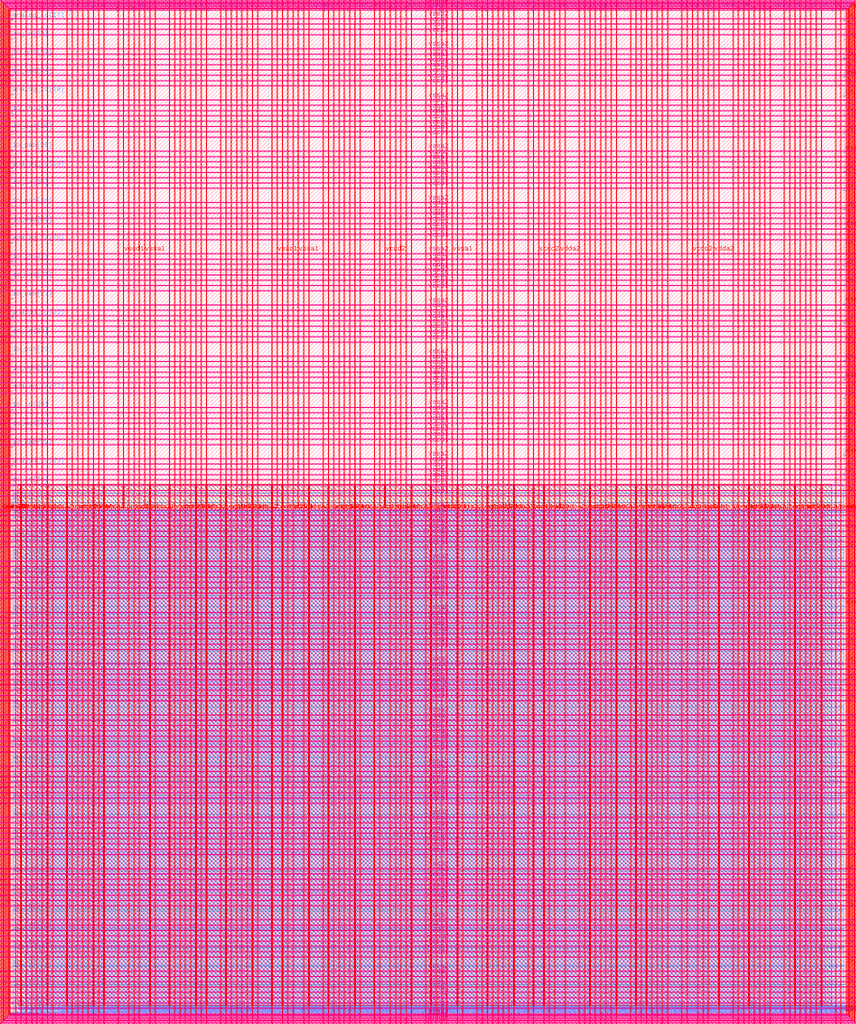
<source format=lef>
VERSION 5.7 ;
  NOWIREEXTENSIONATPIN ON ;
  DIVIDERCHAR "/" ;
  BUSBITCHARS "[]" ;
MACRO user_project_wrapper
  CLASS BLOCK ;
  FOREIGN user_project_wrapper ;
  ORIGIN 0.000 0.000 ;
  SIZE 2920.000 BY 3520.000 ;
  PIN analog_io[0]
    DIRECTION INOUT ;
    USE SIGNAL ;
    PORT
      LAYER met3 ;
        RECT 2917.600 1426.380 2924.800 1427.580 ;
    END
  END analog_io[0]
  PIN analog_io[10]
    DIRECTION INOUT ;
    USE SIGNAL ;
    PORT
      LAYER met2 ;
        RECT 2230.490 3517.600 2231.050 3524.800 ;
    END
  END analog_io[10]
  PIN analog_io[11]
    DIRECTION INOUT ;
    USE SIGNAL ;
    PORT
      LAYER met2 ;
        RECT 1905.730 3517.600 1906.290 3524.800 ;
    END
  END analog_io[11]
  PIN analog_io[12]
    DIRECTION INOUT ;
    USE SIGNAL ;
    PORT
      LAYER met2 ;
        RECT 1581.430 3517.600 1581.990 3524.800 ;
    END
  END analog_io[12]
  PIN analog_io[13]
    DIRECTION INOUT ;
    USE SIGNAL ;
    PORT
      LAYER met2 ;
        RECT 1257.130 3517.600 1257.690 3524.800 ;
    END
  END analog_io[13]
  PIN analog_io[14]
    DIRECTION INOUT ;
    USE SIGNAL ;
    PORT
      LAYER met2 ;
        RECT 932.370 3517.600 932.930 3524.800 ;
    END
  END analog_io[14]
  PIN analog_io[15]
    DIRECTION INOUT ;
    USE SIGNAL ;
    PORT
      LAYER met2 ;
        RECT 608.070 3517.600 608.630 3524.800 ;
    END
  END analog_io[15]
  PIN analog_io[16]
    DIRECTION INOUT ;
    USE SIGNAL ;
    PORT
      LAYER met2 ;
        RECT 283.770 3517.600 284.330 3524.800 ;
    END
  END analog_io[16]
  PIN analog_io[17]
    DIRECTION INOUT ;
    USE SIGNAL ;
    PORT
      LAYER met3 ;
        RECT -4.800 3486.100 2.400 3487.300 ;
    END
  END analog_io[17]
  PIN analog_io[18]
    DIRECTION INOUT ;
    USE SIGNAL ;
    PORT
      LAYER met3 ;
        RECT -4.800 3224.980 2.400 3226.180 ;
    END
  END analog_io[18]
  PIN analog_io[19]
    DIRECTION INOUT ;
    USE SIGNAL ;
    PORT
      LAYER met3 ;
        RECT -4.800 2964.540 2.400 2965.740 ;
    END
  END analog_io[19]
  PIN analog_io[1]
    DIRECTION INOUT ;
    USE SIGNAL ;
    PORT
      LAYER met3 ;
        RECT 2917.600 1692.260 2924.800 1693.460 ;
    END
  END analog_io[1]
  PIN analog_io[20]
    DIRECTION INOUT ;
    USE SIGNAL ;
    PORT
      LAYER met3 ;
        RECT -4.800 2703.420 2.400 2704.620 ;
    END
  END analog_io[20]
  PIN analog_io[21]
    DIRECTION INOUT ;
    USE SIGNAL ;
    PORT
      LAYER met3 ;
        RECT -4.800 2442.980 2.400 2444.180 ;
    END
  END analog_io[21]
  PIN analog_io[22]
    DIRECTION INOUT ;
    USE SIGNAL ;
    PORT
      LAYER met3 ;
        RECT -4.800 2182.540 2.400 2183.740 ;
    END
  END analog_io[22]
  PIN analog_io[23]
    DIRECTION INOUT ;
    USE SIGNAL ;
    PORT
      LAYER met3 ;
        RECT -4.800 1921.420 2.400 1922.620 ;
    END
  END analog_io[23]
  PIN analog_io[24]
    DIRECTION INOUT ;
    USE SIGNAL ;
    PORT
      LAYER met3 ;
        RECT -4.800 1660.980 2.400 1662.180 ;
    END
  END analog_io[24]
  PIN analog_io[25]
    DIRECTION INOUT ;
    USE SIGNAL ;
    PORT
      LAYER met3 ;
        RECT -4.800 1399.860 2.400 1401.060 ;
    END
  END analog_io[25]
  PIN analog_io[26]
    DIRECTION INOUT ;
    USE SIGNAL ;
    PORT
      LAYER met3 ;
        RECT -4.800 1139.420 2.400 1140.620 ;
    END
  END analog_io[26]
  PIN analog_io[27]
    DIRECTION INOUT ;
    USE SIGNAL ;
    PORT
      LAYER met3 ;
        RECT -4.800 878.980 2.400 880.180 ;
    END
  END analog_io[27]
  PIN analog_io[28]
    DIRECTION INOUT ;
    USE SIGNAL ;
    PORT
      LAYER met3 ;
        RECT -4.800 617.860 2.400 619.060 ;
    END
  END analog_io[28]
  PIN analog_io[2]
    DIRECTION INOUT ;
    USE SIGNAL ;
    PORT
      LAYER met3 ;
        RECT 2917.600 1958.140 2924.800 1959.340 ;
    END
  END analog_io[2]
  PIN analog_io[3]
    DIRECTION INOUT ;
    USE SIGNAL ;
    PORT
      LAYER met3 ;
        RECT 2917.600 2223.340 2924.800 2224.540 ;
    END
  END analog_io[3]
  PIN analog_io[4]
    DIRECTION INOUT ;
    USE SIGNAL ;
    PORT
      LAYER met3 ;
        RECT 2917.600 2489.220 2924.800 2490.420 ;
    END
  END analog_io[4]
  PIN analog_io[5]
    DIRECTION INOUT ;
    USE SIGNAL ;
    PORT
      LAYER met3 ;
        RECT 2917.600 2755.100 2924.800 2756.300 ;
    END
  END analog_io[5]
  PIN analog_io[6]
    DIRECTION INOUT ;
    USE SIGNAL ;
    PORT
      LAYER met3 ;
        RECT 2917.600 3020.300 2924.800 3021.500 ;
    END
  END analog_io[6]
  PIN analog_io[7]
    DIRECTION INOUT ;
    USE SIGNAL ;
    PORT
      LAYER met3 ;
        RECT 2917.600 3286.180 2924.800 3287.380 ;
    END
  END analog_io[7]
  PIN analog_io[8]
    DIRECTION INOUT ;
    USE SIGNAL ;
    PORT
      LAYER met2 ;
        RECT 2879.090 3517.600 2879.650 3524.800 ;
    END
  END analog_io[8]
  PIN analog_io[9]
    DIRECTION INOUT ;
    USE SIGNAL ;
    PORT
      LAYER met2 ;
        RECT 2554.790 3517.600 2555.350 3524.800 ;
    END
  END analog_io[9]
  PIN io_in[0]
    DIRECTION INPUT ;
    USE SIGNAL ;
    PORT
      LAYER met3 ;
        RECT 2917.600 32.380 2924.800 33.580 ;
    END
  END io_in[0]
  PIN io_in[10]
    DIRECTION INPUT ;
    USE SIGNAL ;
    PORT
      LAYER met3 ;
        RECT 2917.600 2289.980 2924.800 2291.180 ;
    END
  END io_in[10]
  PIN io_in[11]
    DIRECTION INPUT ;
    USE SIGNAL ;
    PORT
      LAYER met3 ;
        RECT 2917.600 2555.860 2924.800 2557.060 ;
    END
  END io_in[11]
  PIN io_in[12]
    DIRECTION INPUT ;
    USE SIGNAL ;
    PORT
      LAYER met3 ;
        RECT 2917.600 2821.060 2924.800 2822.260 ;
    END
  END io_in[12]
  PIN io_in[13]
    DIRECTION INPUT ;
    USE SIGNAL ;
    PORT
      LAYER met3 ;
        RECT 2917.600 3086.940 2924.800 3088.140 ;
    END
  END io_in[13]
  PIN io_in[14]
    DIRECTION INPUT ;
    USE SIGNAL ;
    PORT
      LAYER met3 ;
        RECT 2917.600 3352.820 2924.800 3354.020 ;
    END
  END io_in[14]
  PIN io_in[15]
    DIRECTION INPUT ;
    USE SIGNAL ;
    PORT
      LAYER met2 ;
        RECT 2798.130 3517.600 2798.690 3524.800 ;
    END
  END io_in[15]
  PIN io_in[16]
    DIRECTION INPUT ;
    USE SIGNAL ;
    PORT
      LAYER met2 ;
        RECT 2473.830 3517.600 2474.390 3524.800 ;
    END
  END io_in[16]
  PIN io_in[17]
    DIRECTION INPUT ;
    USE SIGNAL ;
    PORT
      LAYER met2 ;
        RECT 2149.070 3517.600 2149.630 3524.800 ;
    END
  END io_in[17]
  PIN io_in[18]
    DIRECTION INPUT ;
    USE SIGNAL ;
    PORT
      LAYER met2 ;
        RECT 1824.770 3517.600 1825.330 3524.800 ;
    END
  END io_in[18]
  PIN io_in[19]
    DIRECTION INPUT ;
    USE SIGNAL ;
    PORT
      LAYER met2 ;
        RECT 1500.470 3517.600 1501.030 3524.800 ;
    END
  END io_in[19]
  PIN io_in[1]
    DIRECTION INPUT ;
    USE SIGNAL ;
    PORT
      LAYER met3 ;
        RECT 2917.600 230.940 2924.800 232.140 ;
    END
  END io_in[1]
  PIN io_in[20]
    DIRECTION INPUT ;
    USE SIGNAL ;
    PORT
      LAYER met2 ;
        RECT 1175.710 3517.600 1176.270 3524.800 ;
    END
  END io_in[20]
  PIN io_in[21]
    DIRECTION INPUT ;
    USE SIGNAL ;
    PORT
      LAYER met2 ;
        RECT 851.410 3517.600 851.970 3524.800 ;
    END
  END io_in[21]
  PIN io_in[22]
    DIRECTION INPUT ;
    USE SIGNAL ;
    PORT
      LAYER met2 ;
        RECT 527.110 3517.600 527.670 3524.800 ;
    END
  END io_in[22]
  PIN io_in[23]
    DIRECTION INPUT ;
    USE SIGNAL ;
    PORT
      LAYER met2 ;
        RECT 202.350 3517.600 202.910 3524.800 ;
    END
  END io_in[23]
  PIN io_in[24]
    DIRECTION INPUT ;
    USE SIGNAL ;
    PORT
      LAYER met3 ;
        RECT -4.800 3420.820 2.400 3422.020 ;
    END
  END io_in[24]
  PIN io_in[25]
    DIRECTION INPUT ;
    USE SIGNAL ;
    PORT
      LAYER met3 ;
        RECT -4.800 3159.700 2.400 3160.900 ;
    END
  END io_in[25]
  PIN io_in[26]
    DIRECTION INPUT ;
    USE SIGNAL ;
    PORT
      LAYER met3 ;
        RECT -4.800 2899.260 2.400 2900.460 ;
    END
  END io_in[26]
  PIN io_in[27]
    DIRECTION INPUT ;
    USE SIGNAL ;
    PORT
      LAYER met3 ;
        RECT -4.800 2638.820 2.400 2640.020 ;
    END
  END io_in[27]
  PIN io_in[28]
    DIRECTION INPUT ;
    USE SIGNAL ;
    PORT
      LAYER met3 ;
        RECT -4.800 2377.700 2.400 2378.900 ;
    END
  END io_in[28]
  PIN io_in[29]
    DIRECTION INPUT ;
    USE SIGNAL ;
    PORT
      LAYER met3 ;
        RECT -4.800 2117.260 2.400 2118.460 ;
    END
  END io_in[29]
  PIN io_in[2]
    DIRECTION INPUT ;
    USE SIGNAL ;
    PORT
      LAYER met3 ;
        RECT 2917.600 430.180 2924.800 431.380 ;
    END
  END io_in[2]
  PIN io_in[30]
    DIRECTION INPUT ;
    USE SIGNAL ;
    PORT
      LAYER met3 ;
        RECT -4.800 1856.140 2.400 1857.340 ;
    END
  END io_in[30]
  PIN io_in[31]
    DIRECTION INPUT ;
    USE SIGNAL ;
    PORT
      LAYER met3 ;
        RECT -4.800 1595.700 2.400 1596.900 ;
    END
  END io_in[31]
  PIN io_in[32]
    DIRECTION INPUT ;
    USE SIGNAL ;
    PORT
      LAYER met3 ;
        RECT -4.800 1335.260 2.400 1336.460 ;
    END
  END io_in[32]
  PIN io_in[33]
    DIRECTION INPUT ;
    USE SIGNAL ;
    PORT
      LAYER met3 ;
        RECT -4.800 1074.140 2.400 1075.340 ;
    END
  END io_in[33]
  PIN io_in[34]
    DIRECTION INPUT ;
    USE SIGNAL ;
    PORT
      LAYER met3 ;
        RECT -4.800 813.700 2.400 814.900 ;
    END
  END io_in[34]
  PIN io_in[35]
    DIRECTION INPUT ;
    USE SIGNAL ;
    PORT
      LAYER met3 ;
        RECT -4.800 552.580 2.400 553.780 ;
    END
  END io_in[35]
  PIN io_in[36]
    DIRECTION INPUT ;
    USE SIGNAL ;
    PORT
      LAYER met3 ;
        RECT -4.800 357.420 2.400 358.620 ;
    END
  END io_in[36]
  PIN io_in[37]
    DIRECTION INPUT ;
    USE SIGNAL ;
    PORT
      LAYER met3 ;
        RECT -4.800 161.580 2.400 162.780 ;
    END
  END io_in[37]
  PIN io_in[3]
    DIRECTION INPUT ;
    USE SIGNAL ;
    PORT
      LAYER met3 ;
        RECT 2917.600 629.420 2924.800 630.620 ;
    END
  END io_in[3]
  PIN io_in[4]
    DIRECTION INPUT ;
    USE SIGNAL ;
    PORT
      LAYER met3 ;
        RECT 2917.600 828.660 2924.800 829.860 ;
    END
  END io_in[4]
  PIN io_in[5]
    DIRECTION INPUT ;
    USE SIGNAL ;
    PORT
      LAYER met3 ;
        RECT 2917.600 1027.900 2924.800 1029.100 ;
    END
  END io_in[5]
  PIN io_in[6]
    DIRECTION INPUT ;
    USE SIGNAL ;
    PORT
      LAYER met3 ;
        RECT 2917.600 1227.140 2924.800 1228.340 ;
    END
  END io_in[6]
  PIN io_in[7]
    DIRECTION INPUT ;
    USE SIGNAL ;
    PORT
      LAYER met3 ;
        RECT 2917.600 1493.020 2924.800 1494.220 ;
    END
  END io_in[7]
  PIN io_in[8]
    DIRECTION INPUT ;
    USE SIGNAL ;
    PORT
      LAYER met3 ;
        RECT 2917.600 1758.900 2924.800 1760.100 ;
    END
  END io_in[8]
  PIN io_in[9]
    DIRECTION INPUT ;
    USE SIGNAL ;
    PORT
      LAYER met3 ;
        RECT 2917.600 2024.100 2924.800 2025.300 ;
    END
  END io_in[9]
  PIN io_oeb[0]
    DIRECTION OUTPUT TRISTATE ;
    USE SIGNAL ;
    PORT
      LAYER met3 ;
        RECT 2917.600 164.980 2924.800 166.180 ;
    END
  END io_oeb[0]
  PIN io_oeb[10]
    DIRECTION OUTPUT TRISTATE ;
    USE SIGNAL ;
    PORT
      LAYER met3 ;
        RECT 2917.600 2422.580 2924.800 2423.780 ;
    END
  END io_oeb[10]
  PIN io_oeb[11]
    DIRECTION OUTPUT TRISTATE ;
    USE SIGNAL ;
    PORT
      LAYER met3 ;
        RECT 2917.600 2688.460 2924.800 2689.660 ;
    END
  END io_oeb[11]
  PIN io_oeb[12]
    DIRECTION OUTPUT TRISTATE ;
    USE SIGNAL ;
    PORT
      LAYER met3 ;
        RECT 2917.600 2954.340 2924.800 2955.540 ;
    END
  END io_oeb[12]
  PIN io_oeb[13]
    DIRECTION OUTPUT TRISTATE ;
    USE SIGNAL ;
    PORT
      LAYER met3 ;
        RECT 2917.600 3219.540 2924.800 3220.740 ;
    END
  END io_oeb[13]
  PIN io_oeb[14]
    DIRECTION OUTPUT TRISTATE ;
    USE SIGNAL ;
    PORT
      LAYER met3 ;
        RECT 2917.600 3485.420 2924.800 3486.620 ;
    END
  END io_oeb[14]
  PIN io_oeb[15]
    DIRECTION OUTPUT TRISTATE ;
    USE SIGNAL ;
    PORT
      LAYER met2 ;
        RECT 2635.750 3517.600 2636.310 3524.800 ;
    END
  END io_oeb[15]
  PIN io_oeb[16]
    DIRECTION OUTPUT TRISTATE ;
    USE SIGNAL ;
    PORT
      LAYER met2 ;
        RECT 2311.450 3517.600 2312.010 3524.800 ;
    END
  END io_oeb[16]
  PIN io_oeb[17]
    DIRECTION OUTPUT TRISTATE ;
    USE SIGNAL ;
    PORT
      LAYER met2 ;
        RECT 1987.150 3517.600 1987.710 3524.800 ;
    END
  END io_oeb[17]
  PIN io_oeb[18]
    DIRECTION OUTPUT TRISTATE ;
    USE SIGNAL ;
    PORT
      LAYER met2 ;
        RECT 1662.390 3517.600 1662.950 3524.800 ;
    END
  END io_oeb[18]
  PIN io_oeb[19]
    DIRECTION OUTPUT TRISTATE ;
    USE SIGNAL ;
    PORT
      LAYER met2 ;
        RECT 1338.090 3517.600 1338.650 3524.800 ;
    END
  END io_oeb[19]
  PIN io_oeb[1]
    DIRECTION OUTPUT TRISTATE ;
    USE SIGNAL ;
    PORT
      LAYER met3 ;
        RECT 2917.600 364.220 2924.800 365.420 ;
    END
  END io_oeb[1]
  PIN io_oeb[20]
    DIRECTION OUTPUT TRISTATE ;
    USE SIGNAL ;
    PORT
      LAYER met2 ;
        RECT 1013.790 3517.600 1014.350 3524.800 ;
    END
  END io_oeb[20]
  PIN io_oeb[21]
    DIRECTION OUTPUT TRISTATE ;
    USE SIGNAL ;
    PORT
      LAYER met2 ;
        RECT 689.030 3517.600 689.590 3524.800 ;
    END
  END io_oeb[21]
  PIN io_oeb[22]
    DIRECTION OUTPUT TRISTATE ;
    USE SIGNAL ;
    PORT
      LAYER met2 ;
        RECT 364.730 3517.600 365.290 3524.800 ;
    END
  END io_oeb[22]
  PIN io_oeb[23]
    DIRECTION OUTPUT TRISTATE ;
    USE SIGNAL ;
    PORT
      LAYER met2 ;
        RECT 40.430 3517.600 40.990 3524.800 ;
    END
  END io_oeb[23]
  PIN io_oeb[24]
    DIRECTION OUTPUT TRISTATE ;
    USE SIGNAL ;
    PORT
      LAYER met3 ;
        RECT -4.800 3290.260 2.400 3291.460 ;
    END
  END io_oeb[24]
  PIN io_oeb[25]
    DIRECTION OUTPUT TRISTATE ;
    USE SIGNAL ;
    PORT
      LAYER met3 ;
        RECT -4.800 3029.820 2.400 3031.020 ;
    END
  END io_oeb[25]
  PIN io_oeb[26]
    DIRECTION OUTPUT TRISTATE ;
    USE SIGNAL ;
    PORT
      LAYER met3 ;
        RECT -4.800 2768.700 2.400 2769.900 ;
    END
  END io_oeb[26]
  PIN io_oeb[27]
    DIRECTION OUTPUT TRISTATE ;
    USE SIGNAL ;
    PORT
      LAYER met3 ;
        RECT -4.800 2508.260 2.400 2509.460 ;
    END
  END io_oeb[27]
  PIN io_oeb[28]
    DIRECTION OUTPUT TRISTATE ;
    USE SIGNAL ;
    PORT
      LAYER met3 ;
        RECT -4.800 2247.140 2.400 2248.340 ;
    END
  END io_oeb[28]
  PIN io_oeb[29]
    DIRECTION OUTPUT TRISTATE ;
    USE SIGNAL ;
    PORT
      LAYER met3 ;
        RECT -4.800 1986.700 2.400 1987.900 ;
    END
  END io_oeb[29]
  PIN io_oeb[2]
    DIRECTION OUTPUT TRISTATE ;
    USE SIGNAL ;
    PORT
      LAYER met3 ;
        RECT 2917.600 563.460 2924.800 564.660 ;
    END
  END io_oeb[2]
  PIN io_oeb[30]
    DIRECTION OUTPUT TRISTATE ;
    USE SIGNAL ;
    PORT
      LAYER met3 ;
        RECT -4.800 1726.260 2.400 1727.460 ;
    END
  END io_oeb[30]
  PIN io_oeb[31]
    DIRECTION OUTPUT TRISTATE ;
    USE SIGNAL ;
    PORT
      LAYER met3 ;
        RECT -4.800 1465.140 2.400 1466.340 ;
    END
  END io_oeb[31]
  PIN io_oeb[32]
    DIRECTION OUTPUT TRISTATE ;
    USE SIGNAL ;
    PORT
      LAYER met3 ;
        RECT -4.800 1204.700 2.400 1205.900 ;
    END
  END io_oeb[32]
  PIN io_oeb[33]
    DIRECTION OUTPUT TRISTATE ;
    USE SIGNAL ;
    PORT
      LAYER met3 ;
        RECT -4.800 943.580 2.400 944.780 ;
    END
  END io_oeb[33]
  PIN io_oeb[34]
    DIRECTION OUTPUT TRISTATE ;
    USE SIGNAL ;
    PORT
      LAYER met3 ;
        RECT -4.800 683.140 2.400 684.340 ;
    END
  END io_oeb[34]
  PIN io_oeb[35]
    DIRECTION OUTPUT TRISTATE ;
    USE SIGNAL ;
    PORT
      LAYER met3 ;
        RECT -4.800 422.700 2.400 423.900 ;
    END
  END io_oeb[35]
  PIN io_oeb[36]
    DIRECTION OUTPUT TRISTATE ;
    USE SIGNAL ;
    PORT
      LAYER met3 ;
        RECT -4.800 226.860 2.400 228.060 ;
    END
  END io_oeb[36]
  PIN io_oeb[37]
    DIRECTION OUTPUT TRISTATE ;
    USE SIGNAL ;
    PORT
      LAYER met3 ;
        RECT -4.800 31.700 2.400 32.900 ;
    END
  END io_oeb[37]
  PIN io_oeb[3]
    DIRECTION OUTPUT TRISTATE ;
    USE SIGNAL ;
    PORT
      LAYER met3 ;
        RECT 2917.600 762.700 2924.800 763.900 ;
    END
  END io_oeb[3]
  PIN io_oeb[4]
    DIRECTION OUTPUT TRISTATE ;
    USE SIGNAL ;
    PORT
      LAYER met3 ;
        RECT 2917.600 961.940 2924.800 963.140 ;
    END
  END io_oeb[4]
  PIN io_oeb[5]
    DIRECTION OUTPUT TRISTATE ;
    USE SIGNAL ;
    PORT
      LAYER met3 ;
        RECT 2917.600 1161.180 2924.800 1162.380 ;
    END
  END io_oeb[5]
  PIN io_oeb[6]
    DIRECTION OUTPUT TRISTATE ;
    USE SIGNAL ;
    PORT
      LAYER met3 ;
        RECT 2917.600 1360.420 2924.800 1361.620 ;
    END
  END io_oeb[6]
  PIN io_oeb[7]
    DIRECTION OUTPUT TRISTATE ;
    USE SIGNAL ;
    PORT
      LAYER met3 ;
        RECT 2917.600 1625.620 2924.800 1626.820 ;
    END
  END io_oeb[7]
  PIN io_oeb[8]
    DIRECTION OUTPUT TRISTATE ;
    USE SIGNAL ;
    PORT
      LAYER met3 ;
        RECT 2917.600 1891.500 2924.800 1892.700 ;
    END
  END io_oeb[8]
  PIN io_oeb[9]
    DIRECTION OUTPUT TRISTATE ;
    USE SIGNAL ;
    PORT
      LAYER met3 ;
        RECT 2917.600 2157.380 2924.800 2158.580 ;
    END
  END io_oeb[9]
  PIN io_out[0]
    DIRECTION OUTPUT TRISTATE ;
    USE SIGNAL ;
    PORT
      LAYER met3 ;
        RECT 2917.600 98.340 2924.800 99.540 ;
    END
  END io_out[0]
  PIN io_out[10]
    DIRECTION OUTPUT TRISTATE ;
    USE SIGNAL ;
    PORT
      LAYER met3 ;
        RECT 2917.600 2356.620 2924.800 2357.820 ;
    END
  END io_out[10]
  PIN io_out[11]
    DIRECTION OUTPUT TRISTATE ;
    USE SIGNAL ;
    PORT
      LAYER met3 ;
        RECT 2917.600 2621.820 2924.800 2623.020 ;
    END
  END io_out[11]
  PIN io_out[12]
    DIRECTION OUTPUT TRISTATE ;
    USE SIGNAL ;
    PORT
      LAYER met3 ;
        RECT 2917.600 2887.700 2924.800 2888.900 ;
    END
  END io_out[12]
  PIN io_out[13]
    DIRECTION OUTPUT TRISTATE ;
    USE SIGNAL ;
    PORT
      LAYER met3 ;
        RECT 2917.600 3153.580 2924.800 3154.780 ;
    END
  END io_out[13]
  PIN io_out[14]
    DIRECTION OUTPUT TRISTATE ;
    USE SIGNAL ;
    PORT
      LAYER met3 ;
        RECT 2917.600 3418.780 2924.800 3419.980 ;
    END
  END io_out[14]
  PIN io_out[15]
    DIRECTION OUTPUT TRISTATE ;
    USE SIGNAL ;
    PORT
      LAYER met2 ;
        RECT 2717.170 3517.600 2717.730 3524.800 ;
    END
  END io_out[15]
  PIN io_out[16]
    DIRECTION OUTPUT TRISTATE ;
    USE SIGNAL ;
    PORT
      LAYER met2 ;
        RECT 2392.410 3517.600 2392.970 3524.800 ;
    END
  END io_out[16]
  PIN io_out[17]
    DIRECTION OUTPUT TRISTATE ;
    USE SIGNAL ;
    PORT
      LAYER met2 ;
        RECT 2068.110 3517.600 2068.670 3524.800 ;
    END
  END io_out[17]
  PIN io_out[18]
    DIRECTION OUTPUT TRISTATE ;
    USE SIGNAL ;
    PORT
      LAYER met2 ;
        RECT 1743.810 3517.600 1744.370 3524.800 ;
    END
  END io_out[18]
  PIN io_out[19]
    DIRECTION OUTPUT TRISTATE ;
    USE SIGNAL ;
    PORT
      LAYER met2 ;
        RECT 1419.050 3517.600 1419.610 3524.800 ;
    END
  END io_out[19]
  PIN io_out[1]
    DIRECTION OUTPUT TRISTATE ;
    USE SIGNAL ;
    PORT
      LAYER met3 ;
        RECT 2917.600 297.580 2924.800 298.780 ;
    END
  END io_out[1]
  PIN io_out[20]
    DIRECTION OUTPUT TRISTATE ;
    USE SIGNAL ;
    PORT
      LAYER met2 ;
        RECT 1094.750 3517.600 1095.310 3524.800 ;
    END
  END io_out[20]
  PIN io_out[21]
    DIRECTION OUTPUT TRISTATE ;
    USE SIGNAL ;
    PORT
      LAYER met2 ;
        RECT 770.450 3517.600 771.010 3524.800 ;
    END
  END io_out[21]
  PIN io_out[22]
    DIRECTION OUTPUT TRISTATE ;
    USE SIGNAL ;
    PORT
      LAYER met2 ;
        RECT 445.690 3517.600 446.250 3524.800 ;
    END
  END io_out[22]
  PIN io_out[23]
    DIRECTION OUTPUT TRISTATE ;
    USE SIGNAL ;
    PORT
      LAYER met2 ;
        RECT 121.390 3517.600 121.950 3524.800 ;
    END
  END io_out[23]
  PIN io_out[24]
    DIRECTION OUTPUT TRISTATE ;
    USE SIGNAL ;
    PORT
      LAYER met3 ;
        RECT -4.800 3355.540 2.400 3356.740 ;
    END
  END io_out[24]
  PIN io_out[25]
    DIRECTION OUTPUT TRISTATE ;
    USE SIGNAL ;
    PORT
      LAYER met3 ;
        RECT -4.800 3095.100 2.400 3096.300 ;
    END
  END io_out[25]
  PIN io_out[26]
    DIRECTION OUTPUT TRISTATE ;
    USE SIGNAL ;
    PORT
      LAYER met3 ;
        RECT -4.800 2833.980 2.400 2835.180 ;
    END
  END io_out[26]
  PIN io_out[27]
    DIRECTION OUTPUT TRISTATE ;
    USE SIGNAL ;
    PORT
      LAYER met3 ;
        RECT -4.800 2573.540 2.400 2574.740 ;
    END
  END io_out[27]
  PIN io_out[28]
    DIRECTION OUTPUT TRISTATE ;
    USE SIGNAL ;
    PORT
      LAYER met3 ;
        RECT -4.800 2312.420 2.400 2313.620 ;
    END
  END io_out[28]
  PIN io_out[29]
    DIRECTION OUTPUT TRISTATE ;
    USE SIGNAL ;
    PORT
      LAYER met3 ;
        RECT -4.800 2051.980 2.400 2053.180 ;
    END
  END io_out[29]
  PIN io_out[2]
    DIRECTION OUTPUT TRISTATE ;
    USE SIGNAL ;
    PORT
      LAYER met3 ;
        RECT 2917.600 496.820 2924.800 498.020 ;
    END
  END io_out[2]
  PIN io_out[30]
    DIRECTION OUTPUT TRISTATE ;
    USE SIGNAL ;
    PORT
      LAYER met3 ;
        RECT -4.800 1791.540 2.400 1792.740 ;
    END
  END io_out[30]
  PIN io_out[31]
    DIRECTION OUTPUT TRISTATE ;
    USE SIGNAL ;
    PORT
      LAYER met3 ;
        RECT -4.800 1530.420 2.400 1531.620 ;
    END
  END io_out[31]
  PIN io_out[32]
    DIRECTION OUTPUT TRISTATE ;
    USE SIGNAL ;
    PORT
      LAYER met3 ;
        RECT -4.800 1269.980 2.400 1271.180 ;
    END
  END io_out[32]
  PIN io_out[33]
    DIRECTION OUTPUT TRISTATE ;
    USE SIGNAL ;
    PORT
      LAYER met3 ;
        RECT -4.800 1008.860 2.400 1010.060 ;
    END
  END io_out[33]
  PIN io_out[34]
    DIRECTION OUTPUT TRISTATE ;
    USE SIGNAL ;
    PORT
      LAYER met3 ;
        RECT -4.800 748.420 2.400 749.620 ;
    END
  END io_out[34]
  PIN io_out[35]
    DIRECTION OUTPUT TRISTATE ;
    USE SIGNAL ;
    PORT
      LAYER met3 ;
        RECT -4.800 487.300 2.400 488.500 ;
    END
  END io_out[35]
  PIN io_out[36]
    DIRECTION OUTPUT TRISTATE ;
    USE SIGNAL ;
    PORT
      LAYER met3 ;
        RECT -4.800 292.140 2.400 293.340 ;
    END
  END io_out[36]
  PIN io_out[37]
    DIRECTION OUTPUT TRISTATE ;
    USE SIGNAL ;
    PORT
      LAYER met3 ;
        RECT -4.800 96.300 2.400 97.500 ;
    END
  END io_out[37]
  PIN io_out[3]
    DIRECTION OUTPUT TRISTATE ;
    USE SIGNAL ;
    PORT
      LAYER met3 ;
        RECT 2917.600 696.060 2924.800 697.260 ;
    END
  END io_out[3]
  PIN io_out[4]
    DIRECTION OUTPUT TRISTATE ;
    USE SIGNAL ;
    PORT
      LAYER met3 ;
        RECT 2917.600 895.300 2924.800 896.500 ;
    END
  END io_out[4]
  PIN io_out[5]
    DIRECTION OUTPUT TRISTATE ;
    USE SIGNAL ;
    PORT
      LAYER met3 ;
        RECT 2917.600 1094.540 2924.800 1095.740 ;
    END
  END io_out[5]
  PIN io_out[6]
    DIRECTION OUTPUT TRISTATE ;
    USE SIGNAL ;
    PORT
      LAYER met3 ;
        RECT 2917.600 1293.780 2924.800 1294.980 ;
    END
  END io_out[6]
  PIN io_out[7]
    DIRECTION OUTPUT TRISTATE ;
    USE SIGNAL ;
    PORT
      LAYER met3 ;
        RECT 2917.600 1559.660 2924.800 1560.860 ;
    END
  END io_out[7]
  PIN io_out[8]
    DIRECTION OUTPUT TRISTATE ;
    USE SIGNAL ;
    PORT
      LAYER met3 ;
        RECT 2917.600 1824.860 2924.800 1826.060 ;
    END
  END io_out[8]
  PIN io_out[9]
    DIRECTION OUTPUT TRISTATE ;
    USE SIGNAL ;
    PORT
      LAYER met3 ;
        RECT 2917.600 2090.740 2924.800 2091.940 ;
    END
  END io_out[9]
  PIN la_data_in[0]
    DIRECTION INPUT ;
    USE SIGNAL ;
    PORT
      LAYER met2 ;
        RECT 629.230 -4.800 629.790 2.400 ;
    END
  END la_data_in[0]
  PIN la_data_in[100]
    DIRECTION INPUT ;
    USE SIGNAL ;
    PORT
      LAYER met2 ;
        RECT 2402.530 -4.800 2403.090 2.400 ;
    END
  END la_data_in[100]
  PIN la_data_in[101]
    DIRECTION INPUT ;
    USE SIGNAL ;
    PORT
      LAYER met2 ;
        RECT 2420.010 -4.800 2420.570 2.400 ;
    END
  END la_data_in[101]
  PIN la_data_in[102]
    DIRECTION INPUT ;
    USE SIGNAL ;
    PORT
      LAYER met2 ;
        RECT 2437.950 -4.800 2438.510 2.400 ;
    END
  END la_data_in[102]
  PIN la_data_in[103]
    DIRECTION INPUT ;
    USE SIGNAL ;
    PORT
      LAYER met2 ;
        RECT 2455.430 -4.800 2455.990 2.400 ;
    END
  END la_data_in[103]
  PIN la_data_in[104]
    DIRECTION INPUT ;
    USE SIGNAL ;
    PORT
      LAYER met2 ;
        RECT 2473.370 -4.800 2473.930 2.400 ;
    END
  END la_data_in[104]
  PIN la_data_in[105]
    DIRECTION INPUT ;
    USE SIGNAL ;
    PORT
      LAYER met2 ;
        RECT 2490.850 -4.800 2491.410 2.400 ;
    END
  END la_data_in[105]
  PIN la_data_in[106]
    DIRECTION INPUT ;
    USE SIGNAL ;
    PORT
      LAYER met2 ;
        RECT 2508.790 -4.800 2509.350 2.400 ;
    END
  END la_data_in[106]
  PIN la_data_in[107]
    DIRECTION INPUT ;
    USE SIGNAL ;
    PORT
      LAYER met2 ;
        RECT 2526.730 -4.800 2527.290 2.400 ;
    END
  END la_data_in[107]
  PIN la_data_in[108]
    DIRECTION INPUT ;
    USE SIGNAL ;
    PORT
      LAYER met2 ;
        RECT 2544.210 -4.800 2544.770 2.400 ;
    END
  END la_data_in[108]
  PIN la_data_in[109]
    DIRECTION INPUT ;
    USE SIGNAL ;
    PORT
      LAYER met2 ;
        RECT 2562.150 -4.800 2562.710 2.400 ;
    END
  END la_data_in[109]
  PIN la_data_in[10]
    DIRECTION INPUT ;
    USE SIGNAL ;
    PORT
      LAYER met2 ;
        RECT 806.330 -4.800 806.890 2.400 ;
    END
  END la_data_in[10]
  PIN la_data_in[110]
    DIRECTION INPUT ;
    USE SIGNAL ;
    PORT
      LAYER met2 ;
        RECT 2579.630 -4.800 2580.190 2.400 ;
    END
  END la_data_in[110]
  PIN la_data_in[111]
    DIRECTION INPUT ;
    USE SIGNAL ;
    PORT
      LAYER met2 ;
        RECT 2597.570 -4.800 2598.130 2.400 ;
    END
  END la_data_in[111]
  PIN la_data_in[112]
    DIRECTION INPUT ;
    USE SIGNAL ;
    PORT
      LAYER met2 ;
        RECT 2615.050 -4.800 2615.610 2.400 ;
    END
  END la_data_in[112]
  PIN la_data_in[113]
    DIRECTION INPUT ;
    USE SIGNAL ;
    PORT
      LAYER met2 ;
        RECT 2632.990 -4.800 2633.550 2.400 ;
    END
  END la_data_in[113]
  PIN la_data_in[114]
    DIRECTION INPUT ;
    USE SIGNAL ;
    PORT
      LAYER met2 ;
        RECT 2650.470 -4.800 2651.030 2.400 ;
    END
  END la_data_in[114]
  PIN la_data_in[115]
    DIRECTION INPUT ;
    USE SIGNAL ;
    PORT
      LAYER met2 ;
        RECT 2668.410 -4.800 2668.970 2.400 ;
    END
  END la_data_in[115]
  PIN la_data_in[116]
    DIRECTION INPUT ;
    USE SIGNAL ;
    PORT
      LAYER met2 ;
        RECT 2685.890 -4.800 2686.450 2.400 ;
    END
  END la_data_in[116]
  PIN la_data_in[117]
    DIRECTION INPUT ;
    USE SIGNAL ;
    PORT
      LAYER met2 ;
        RECT 2703.830 -4.800 2704.390 2.400 ;
    END
  END la_data_in[117]
  PIN la_data_in[118]
    DIRECTION INPUT ;
    USE SIGNAL ;
    PORT
      LAYER met2 ;
        RECT 2721.770 -4.800 2722.330 2.400 ;
    END
  END la_data_in[118]
  PIN la_data_in[119]
    DIRECTION INPUT ;
    USE SIGNAL ;
    PORT
      LAYER met2 ;
        RECT 2739.250 -4.800 2739.810 2.400 ;
    END
  END la_data_in[119]
  PIN la_data_in[11]
    DIRECTION INPUT ;
    USE SIGNAL ;
    PORT
      LAYER met2 ;
        RECT 824.270 -4.800 824.830 2.400 ;
    END
  END la_data_in[11]
  PIN la_data_in[120]
    DIRECTION INPUT ;
    USE SIGNAL ;
    PORT
      LAYER met2 ;
        RECT 2757.190 -4.800 2757.750 2.400 ;
    END
  END la_data_in[120]
  PIN la_data_in[121]
    DIRECTION INPUT ;
    USE SIGNAL ;
    PORT
      LAYER met2 ;
        RECT 2774.670 -4.800 2775.230 2.400 ;
    END
  END la_data_in[121]
  PIN la_data_in[122]
    DIRECTION INPUT ;
    USE SIGNAL ;
    PORT
      LAYER met2 ;
        RECT 2792.610 -4.800 2793.170 2.400 ;
    END
  END la_data_in[122]
  PIN la_data_in[123]
    DIRECTION INPUT ;
    USE SIGNAL ;
    PORT
      LAYER met2 ;
        RECT 2810.090 -4.800 2810.650 2.400 ;
    END
  END la_data_in[123]
  PIN la_data_in[124]
    DIRECTION INPUT ;
    USE SIGNAL ;
    PORT
      LAYER met2 ;
        RECT 2828.030 -4.800 2828.590 2.400 ;
    END
  END la_data_in[124]
  PIN la_data_in[125]
    DIRECTION INPUT ;
    USE SIGNAL ;
    PORT
      LAYER met2 ;
        RECT 2845.510 -4.800 2846.070 2.400 ;
    END
  END la_data_in[125]
  PIN la_data_in[126]
    DIRECTION INPUT ;
    USE SIGNAL ;
    PORT
      LAYER met2 ;
        RECT 2863.450 -4.800 2864.010 2.400 ;
    END
  END la_data_in[126]
  PIN la_data_in[127]
    DIRECTION INPUT ;
    USE SIGNAL ;
    PORT
      LAYER met2 ;
        RECT 2881.390 -4.800 2881.950 2.400 ;
    END
  END la_data_in[127]
  PIN la_data_in[12]
    DIRECTION INPUT ;
    USE SIGNAL ;
    PORT
      LAYER met2 ;
        RECT 841.750 -4.800 842.310 2.400 ;
    END
  END la_data_in[12]
  PIN la_data_in[13]
    DIRECTION INPUT ;
    USE SIGNAL ;
    PORT
      LAYER met2 ;
        RECT 859.690 -4.800 860.250 2.400 ;
    END
  END la_data_in[13]
  PIN la_data_in[14]
    DIRECTION INPUT ;
    USE SIGNAL ;
    PORT
      LAYER met2 ;
        RECT 877.170 -4.800 877.730 2.400 ;
    END
  END la_data_in[14]
  PIN la_data_in[15]
    DIRECTION INPUT ;
    USE SIGNAL ;
    PORT
      LAYER met2 ;
        RECT 895.110 -4.800 895.670 2.400 ;
    END
  END la_data_in[15]
  PIN la_data_in[16]
    DIRECTION INPUT ;
    USE SIGNAL ;
    PORT
      LAYER met2 ;
        RECT 912.590 -4.800 913.150 2.400 ;
    END
  END la_data_in[16]
  PIN la_data_in[17]
    DIRECTION INPUT ;
    USE SIGNAL ;
    PORT
      LAYER met2 ;
        RECT 930.530 -4.800 931.090 2.400 ;
    END
  END la_data_in[17]
  PIN la_data_in[18]
    DIRECTION INPUT ;
    USE SIGNAL ;
    PORT
      LAYER met2 ;
        RECT 948.470 -4.800 949.030 2.400 ;
    END
  END la_data_in[18]
  PIN la_data_in[19]
    DIRECTION INPUT ;
    USE SIGNAL ;
    PORT
      LAYER met2 ;
        RECT 965.950 -4.800 966.510 2.400 ;
    END
  END la_data_in[19]
  PIN la_data_in[1]
    DIRECTION INPUT ;
    USE SIGNAL ;
    PORT
      LAYER met2 ;
        RECT 646.710 -4.800 647.270 2.400 ;
    END
  END la_data_in[1]
  PIN la_data_in[20]
    DIRECTION INPUT ;
    USE SIGNAL ;
    PORT
      LAYER met2 ;
        RECT 983.890 -4.800 984.450 2.400 ;
    END
  END la_data_in[20]
  PIN la_data_in[21]
    DIRECTION INPUT ;
    USE SIGNAL ;
    PORT
      LAYER met2 ;
        RECT 1001.370 -4.800 1001.930 2.400 ;
    END
  END la_data_in[21]
  PIN la_data_in[22]
    DIRECTION INPUT ;
    USE SIGNAL ;
    PORT
      LAYER met2 ;
        RECT 1019.310 -4.800 1019.870 2.400 ;
    END
  END la_data_in[22]
  PIN la_data_in[23]
    DIRECTION INPUT ;
    USE SIGNAL ;
    PORT
      LAYER met2 ;
        RECT 1036.790 -4.800 1037.350 2.400 ;
    END
  END la_data_in[23]
  PIN la_data_in[24]
    DIRECTION INPUT ;
    USE SIGNAL ;
    PORT
      LAYER met2 ;
        RECT 1054.730 -4.800 1055.290 2.400 ;
    END
  END la_data_in[24]
  PIN la_data_in[25]
    DIRECTION INPUT ;
    USE SIGNAL ;
    PORT
      LAYER met2 ;
        RECT 1072.210 -4.800 1072.770 2.400 ;
    END
  END la_data_in[25]
  PIN la_data_in[26]
    DIRECTION INPUT ;
    USE SIGNAL ;
    PORT
      LAYER met2 ;
        RECT 1090.150 -4.800 1090.710 2.400 ;
    END
  END la_data_in[26]
  PIN la_data_in[27]
    DIRECTION INPUT ;
    USE SIGNAL ;
    PORT
      LAYER met2 ;
        RECT 1107.630 -4.800 1108.190 2.400 ;
    END
  END la_data_in[27]
  PIN la_data_in[28]
    DIRECTION INPUT ;
    USE SIGNAL ;
    PORT
      LAYER met2 ;
        RECT 1125.570 -4.800 1126.130 2.400 ;
    END
  END la_data_in[28]
  PIN la_data_in[29]
    DIRECTION INPUT ;
    USE SIGNAL ;
    PORT
      LAYER met2 ;
        RECT 1143.510 -4.800 1144.070 2.400 ;
    END
  END la_data_in[29]
  PIN la_data_in[2]
    DIRECTION INPUT ;
    USE SIGNAL ;
    PORT
      LAYER met2 ;
        RECT 664.650 -4.800 665.210 2.400 ;
    END
  END la_data_in[2]
  PIN la_data_in[30]
    DIRECTION INPUT ;
    USE SIGNAL ;
    PORT
      LAYER met2 ;
        RECT 1160.990 -4.800 1161.550 2.400 ;
    END
  END la_data_in[30]
  PIN la_data_in[31]
    DIRECTION INPUT ;
    USE SIGNAL ;
    PORT
      LAYER met2 ;
        RECT 1178.930 -4.800 1179.490 2.400 ;
    END
  END la_data_in[31]
  PIN la_data_in[32]
    DIRECTION INPUT ;
    USE SIGNAL ;
    PORT
      LAYER met2 ;
        RECT 1196.410 -4.800 1196.970 2.400 ;
    END
  END la_data_in[32]
  PIN la_data_in[33]
    DIRECTION INPUT ;
    USE SIGNAL ;
    PORT
      LAYER met2 ;
        RECT 1214.350 -4.800 1214.910 2.400 ;
    END
  END la_data_in[33]
  PIN la_data_in[34]
    DIRECTION INPUT ;
    USE SIGNAL ;
    PORT
      LAYER met2 ;
        RECT 1231.830 -4.800 1232.390 2.400 ;
    END
  END la_data_in[34]
  PIN la_data_in[35]
    DIRECTION INPUT ;
    USE SIGNAL ;
    PORT
      LAYER met2 ;
        RECT 1249.770 -4.800 1250.330 2.400 ;
    END
  END la_data_in[35]
  PIN la_data_in[36]
    DIRECTION INPUT ;
    USE SIGNAL ;
    PORT
      LAYER met2 ;
        RECT 1267.250 -4.800 1267.810 2.400 ;
    END
  END la_data_in[36]
  PIN la_data_in[37]
    DIRECTION INPUT ;
    USE SIGNAL ;
    PORT
      LAYER met2 ;
        RECT 1285.190 -4.800 1285.750 2.400 ;
    END
  END la_data_in[37]
  PIN la_data_in[38]
    DIRECTION INPUT ;
    USE SIGNAL ;
    PORT
      LAYER met2 ;
        RECT 1303.130 -4.800 1303.690 2.400 ;
    END
  END la_data_in[38]
  PIN la_data_in[39]
    DIRECTION INPUT ;
    USE SIGNAL ;
    PORT
      LAYER met2 ;
        RECT 1320.610 -4.800 1321.170 2.400 ;
    END
  END la_data_in[39]
  PIN la_data_in[3]
    DIRECTION INPUT ;
    USE SIGNAL ;
    PORT
      LAYER met2 ;
        RECT 682.130 -4.800 682.690 2.400 ;
    END
  END la_data_in[3]
  PIN la_data_in[40]
    DIRECTION INPUT ;
    USE SIGNAL ;
    PORT
      LAYER met2 ;
        RECT 1338.550 -4.800 1339.110 2.400 ;
    END
  END la_data_in[40]
  PIN la_data_in[41]
    DIRECTION INPUT ;
    USE SIGNAL ;
    PORT
      LAYER met2 ;
        RECT 1356.030 -4.800 1356.590 2.400 ;
    END
  END la_data_in[41]
  PIN la_data_in[42]
    DIRECTION INPUT ;
    USE SIGNAL ;
    PORT
      LAYER met2 ;
        RECT 1373.970 -4.800 1374.530 2.400 ;
    END
  END la_data_in[42]
  PIN la_data_in[43]
    DIRECTION INPUT ;
    USE SIGNAL ;
    PORT
      LAYER met2 ;
        RECT 1391.450 -4.800 1392.010 2.400 ;
    END
  END la_data_in[43]
  PIN la_data_in[44]
    DIRECTION INPUT ;
    USE SIGNAL ;
    PORT
      LAYER met2 ;
        RECT 1409.390 -4.800 1409.950 2.400 ;
    END
  END la_data_in[44]
  PIN la_data_in[45]
    DIRECTION INPUT ;
    USE SIGNAL ;
    PORT
      LAYER met2 ;
        RECT 1426.870 -4.800 1427.430 2.400 ;
    END
  END la_data_in[45]
  PIN la_data_in[46]
    DIRECTION INPUT ;
    USE SIGNAL ;
    PORT
      LAYER met2 ;
        RECT 1444.810 -4.800 1445.370 2.400 ;
    END
  END la_data_in[46]
  PIN la_data_in[47]
    DIRECTION INPUT ;
    USE SIGNAL ;
    PORT
      LAYER met2 ;
        RECT 1462.750 -4.800 1463.310 2.400 ;
    END
  END la_data_in[47]
  PIN la_data_in[48]
    DIRECTION INPUT ;
    USE SIGNAL ;
    PORT
      LAYER met2 ;
        RECT 1480.230 -4.800 1480.790 2.400 ;
    END
  END la_data_in[48]
  PIN la_data_in[49]
    DIRECTION INPUT ;
    USE SIGNAL ;
    PORT
      LAYER met2 ;
        RECT 1498.170 -4.800 1498.730 2.400 ;
    END
  END la_data_in[49]
  PIN la_data_in[4]
    DIRECTION INPUT ;
    USE SIGNAL ;
    PORT
      LAYER met2 ;
        RECT 700.070 -4.800 700.630 2.400 ;
    END
  END la_data_in[4]
  PIN la_data_in[50]
    DIRECTION INPUT ;
    USE SIGNAL ;
    PORT
      LAYER met2 ;
        RECT 1515.650 -4.800 1516.210 2.400 ;
    END
  END la_data_in[50]
  PIN la_data_in[51]
    DIRECTION INPUT ;
    USE SIGNAL ;
    PORT
      LAYER met2 ;
        RECT 1533.590 -4.800 1534.150 2.400 ;
    END
  END la_data_in[51]
  PIN la_data_in[52]
    DIRECTION INPUT ;
    USE SIGNAL ;
    PORT
      LAYER met2 ;
        RECT 1551.070 -4.800 1551.630 2.400 ;
    END
  END la_data_in[52]
  PIN la_data_in[53]
    DIRECTION INPUT ;
    USE SIGNAL ;
    PORT
      LAYER met2 ;
        RECT 1569.010 -4.800 1569.570 2.400 ;
    END
  END la_data_in[53]
  PIN la_data_in[54]
    DIRECTION INPUT ;
    USE SIGNAL ;
    PORT
      LAYER met2 ;
        RECT 1586.490 -4.800 1587.050 2.400 ;
    END
  END la_data_in[54]
  PIN la_data_in[55]
    DIRECTION INPUT ;
    USE SIGNAL ;
    PORT
      LAYER met2 ;
        RECT 1604.430 -4.800 1604.990 2.400 ;
    END
  END la_data_in[55]
  PIN la_data_in[56]
    DIRECTION INPUT ;
    USE SIGNAL ;
    PORT
      LAYER met2 ;
        RECT 1621.910 -4.800 1622.470 2.400 ;
    END
  END la_data_in[56]
  PIN la_data_in[57]
    DIRECTION INPUT ;
    USE SIGNAL ;
    PORT
      LAYER met2 ;
        RECT 1639.850 -4.800 1640.410 2.400 ;
    END
  END la_data_in[57]
  PIN la_data_in[58]
    DIRECTION INPUT ;
    USE SIGNAL ;
    PORT
      LAYER met2 ;
        RECT 1657.790 -4.800 1658.350 2.400 ;
    END
  END la_data_in[58]
  PIN la_data_in[59]
    DIRECTION INPUT ;
    USE SIGNAL ;
    PORT
      LAYER met2 ;
        RECT 1675.270 -4.800 1675.830 2.400 ;
    END
  END la_data_in[59]
  PIN la_data_in[5]
    DIRECTION INPUT ;
    USE SIGNAL ;
    PORT
      LAYER met2 ;
        RECT 717.550 -4.800 718.110 2.400 ;
    END
  END la_data_in[5]
  PIN la_data_in[60]
    DIRECTION INPUT ;
    USE SIGNAL ;
    PORT
      LAYER met2 ;
        RECT 1693.210 -4.800 1693.770 2.400 ;
    END
  END la_data_in[60]
  PIN la_data_in[61]
    DIRECTION INPUT ;
    USE SIGNAL ;
    PORT
      LAYER met2 ;
        RECT 1710.690 -4.800 1711.250 2.400 ;
    END
  END la_data_in[61]
  PIN la_data_in[62]
    DIRECTION INPUT ;
    USE SIGNAL ;
    PORT
      LAYER met2 ;
        RECT 1728.630 -4.800 1729.190 2.400 ;
    END
  END la_data_in[62]
  PIN la_data_in[63]
    DIRECTION INPUT ;
    USE SIGNAL ;
    PORT
      LAYER met2 ;
        RECT 1746.110 -4.800 1746.670 2.400 ;
    END
  END la_data_in[63]
  PIN la_data_in[64]
    DIRECTION INPUT ;
    USE SIGNAL ;
    PORT
      LAYER met2 ;
        RECT 1764.050 -4.800 1764.610 2.400 ;
    END
  END la_data_in[64]
  PIN la_data_in[65]
    DIRECTION INPUT ;
    USE SIGNAL ;
    PORT
      LAYER met2 ;
        RECT 1781.530 -4.800 1782.090 2.400 ;
    END
  END la_data_in[65]
  PIN la_data_in[66]
    DIRECTION INPUT ;
    USE SIGNAL ;
    PORT
      LAYER met2 ;
        RECT 1799.470 -4.800 1800.030 2.400 ;
    END
  END la_data_in[66]
  PIN la_data_in[67]
    DIRECTION INPUT ;
    USE SIGNAL ;
    PORT
      LAYER met2 ;
        RECT 1817.410 -4.800 1817.970 2.400 ;
    END
  END la_data_in[67]
  PIN la_data_in[68]
    DIRECTION INPUT ;
    USE SIGNAL ;
    PORT
      LAYER met2 ;
        RECT 1834.890 -4.800 1835.450 2.400 ;
    END
  END la_data_in[68]
  PIN la_data_in[69]
    DIRECTION INPUT ;
    USE SIGNAL ;
    PORT
      LAYER met2 ;
        RECT 1852.830 -4.800 1853.390 2.400 ;
    END
  END la_data_in[69]
  PIN la_data_in[6]
    DIRECTION INPUT ;
    USE SIGNAL ;
    PORT
      LAYER met2 ;
        RECT 735.490 -4.800 736.050 2.400 ;
    END
  END la_data_in[6]
  PIN la_data_in[70]
    DIRECTION INPUT ;
    USE SIGNAL ;
    PORT
      LAYER met2 ;
        RECT 1870.310 -4.800 1870.870 2.400 ;
    END
  END la_data_in[70]
  PIN la_data_in[71]
    DIRECTION INPUT ;
    USE SIGNAL ;
    PORT
      LAYER met2 ;
        RECT 1888.250 -4.800 1888.810 2.400 ;
    END
  END la_data_in[71]
  PIN la_data_in[72]
    DIRECTION INPUT ;
    USE SIGNAL ;
    PORT
      LAYER met2 ;
        RECT 1905.730 -4.800 1906.290 2.400 ;
    END
  END la_data_in[72]
  PIN la_data_in[73]
    DIRECTION INPUT ;
    USE SIGNAL ;
    PORT
      LAYER met2 ;
        RECT 1923.670 -4.800 1924.230 2.400 ;
    END
  END la_data_in[73]
  PIN la_data_in[74]
    DIRECTION INPUT ;
    USE SIGNAL ;
    PORT
      LAYER met2 ;
        RECT 1941.150 -4.800 1941.710 2.400 ;
    END
  END la_data_in[74]
  PIN la_data_in[75]
    DIRECTION INPUT ;
    USE SIGNAL ;
    PORT
      LAYER met2 ;
        RECT 1959.090 -4.800 1959.650 2.400 ;
    END
  END la_data_in[75]
  PIN la_data_in[76]
    DIRECTION INPUT ;
    USE SIGNAL ;
    PORT
      LAYER met2 ;
        RECT 1976.570 -4.800 1977.130 2.400 ;
    END
  END la_data_in[76]
  PIN la_data_in[77]
    DIRECTION INPUT ;
    USE SIGNAL ;
    PORT
      LAYER met2 ;
        RECT 1994.510 -4.800 1995.070 2.400 ;
    END
  END la_data_in[77]
  PIN la_data_in[78]
    DIRECTION INPUT ;
    USE SIGNAL ;
    PORT
      LAYER met2 ;
        RECT 2012.450 -4.800 2013.010 2.400 ;
    END
  END la_data_in[78]
  PIN la_data_in[79]
    DIRECTION INPUT ;
    USE SIGNAL ;
    PORT
      LAYER met2 ;
        RECT 2029.930 -4.800 2030.490 2.400 ;
    END
  END la_data_in[79]
  PIN la_data_in[7]
    DIRECTION INPUT ;
    USE SIGNAL ;
    PORT
      LAYER met2 ;
        RECT 752.970 -4.800 753.530 2.400 ;
    END
  END la_data_in[7]
  PIN la_data_in[80]
    DIRECTION INPUT ;
    USE SIGNAL ;
    PORT
      LAYER met2 ;
        RECT 2047.870 -4.800 2048.430 2.400 ;
    END
  END la_data_in[80]
  PIN la_data_in[81]
    DIRECTION INPUT ;
    USE SIGNAL ;
    PORT
      LAYER met2 ;
        RECT 2065.350 -4.800 2065.910 2.400 ;
    END
  END la_data_in[81]
  PIN la_data_in[82]
    DIRECTION INPUT ;
    USE SIGNAL ;
    PORT
      LAYER met2 ;
        RECT 2083.290 -4.800 2083.850 2.400 ;
    END
  END la_data_in[82]
  PIN la_data_in[83]
    DIRECTION INPUT ;
    USE SIGNAL ;
    PORT
      LAYER met2 ;
        RECT 2100.770 -4.800 2101.330 2.400 ;
    END
  END la_data_in[83]
  PIN la_data_in[84]
    DIRECTION INPUT ;
    USE SIGNAL ;
    PORT
      LAYER met2 ;
        RECT 2118.710 -4.800 2119.270 2.400 ;
    END
  END la_data_in[84]
  PIN la_data_in[85]
    DIRECTION INPUT ;
    USE SIGNAL ;
    PORT
      LAYER met2 ;
        RECT 2136.190 -4.800 2136.750 2.400 ;
    END
  END la_data_in[85]
  PIN la_data_in[86]
    DIRECTION INPUT ;
    USE SIGNAL ;
    PORT
      LAYER met2 ;
        RECT 2154.130 -4.800 2154.690 2.400 ;
    END
  END la_data_in[86]
  PIN la_data_in[87]
    DIRECTION INPUT ;
    USE SIGNAL ;
    PORT
      LAYER met2 ;
        RECT 2172.070 -4.800 2172.630 2.400 ;
    END
  END la_data_in[87]
  PIN la_data_in[88]
    DIRECTION INPUT ;
    USE SIGNAL ;
    PORT
      LAYER met2 ;
        RECT 2189.550 -4.800 2190.110 2.400 ;
    END
  END la_data_in[88]
  PIN la_data_in[89]
    DIRECTION INPUT ;
    USE SIGNAL ;
    PORT
      LAYER met2 ;
        RECT 2207.490 -4.800 2208.050 2.400 ;
    END
  END la_data_in[89]
  PIN la_data_in[8]
    DIRECTION INPUT ;
    USE SIGNAL ;
    PORT
      LAYER met2 ;
        RECT 770.910 -4.800 771.470 2.400 ;
    END
  END la_data_in[8]
  PIN la_data_in[90]
    DIRECTION INPUT ;
    USE SIGNAL ;
    PORT
      LAYER met2 ;
        RECT 2224.970 -4.800 2225.530 2.400 ;
    END
  END la_data_in[90]
  PIN la_data_in[91]
    DIRECTION INPUT ;
    USE SIGNAL ;
    PORT
      LAYER met2 ;
        RECT 2242.910 -4.800 2243.470 2.400 ;
    END
  END la_data_in[91]
  PIN la_data_in[92]
    DIRECTION INPUT ;
    USE SIGNAL ;
    PORT
      LAYER met2 ;
        RECT 2260.390 -4.800 2260.950 2.400 ;
    END
  END la_data_in[92]
  PIN la_data_in[93]
    DIRECTION INPUT ;
    USE SIGNAL ;
    PORT
      LAYER met2 ;
        RECT 2278.330 -4.800 2278.890 2.400 ;
    END
  END la_data_in[93]
  PIN la_data_in[94]
    DIRECTION INPUT ;
    USE SIGNAL ;
    PORT
      LAYER met2 ;
        RECT 2295.810 -4.800 2296.370 2.400 ;
    END
  END la_data_in[94]
  PIN la_data_in[95]
    DIRECTION INPUT ;
    USE SIGNAL ;
    PORT
      LAYER met2 ;
        RECT 2313.750 -4.800 2314.310 2.400 ;
    END
  END la_data_in[95]
  PIN la_data_in[96]
    DIRECTION INPUT ;
    USE SIGNAL ;
    PORT
      LAYER met2 ;
        RECT 2331.230 -4.800 2331.790 2.400 ;
    END
  END la_data_in[96]
  PIN la_data_in[97]
    DIRECTION INPUT ;
    USE SIGNAL ;
    PORT
      LAYER met2 ;
        RECT 2349.170 -4.800 2349.730 2.400 ;
    END
  END la_data_in[97]
  PIN la_data_in[98]
    DIRECTION INPUT ;
    USE SIGNAL ;
    PORT
      LAYER met2 ;
        RECT 2367.110 -4.800 2367.670 2.400 ;
    END
  END la_data_in[98]
  PIN la_data_in[99]
    DIRECTION INPUT ;
    USE SIGNAL ;
    PORT
      LAYER met2 ;
        RECT 2384.590 -4.800 2385.150 2.400 ;
    END
  END la_data_in[99]
  PIN la_data_in[9]
    DIRECTION INPUT ;
    USE SIGNAL ;
    PORT
      LAYER met2 ;
        RECT 788.850 -4.800 789.410 2.400 ;
    END
  END la_data_in[9]
  PIN la_data_out[0]
    DIRECTION OUTPUT TRISTATE ;
    USE SIGNAL ;
    PORT
      LAYER met2 ;
        RECT 634.750 -4.800 635.310 2.400 ;
    END
  END la_data_out[0]
  PIN la_data_out[100]
    DIRECTION OUTPUT TRISTATE ;
    USE SIGNAL ;
    PORT
      LAYER met2 ;
        RECT 2408.510 -4.800 2409.070 2.400 ;
    END
  END la_data_out[100]
  PIN la_data_out[101]
    DIRECTION OUTPUT TRISTATE ;
    USE SIGNAL ;
    PORT
      LAYER met2 ;
        RECT 2425.990 -4.800 2426.550 2.400 ;
    END
  END la_data_out[101]
  PIN la_data_out[102]
    DIRECTION OUTPUT TRISTATE ;
    USE SIGNAL ;
    PORT
      LAYER met2 ;
        RECT 2443.930 -4.800 2444.490 2.400 ;
    END
  END la_data_out[102]
  PIN la_data_out[103]
    DIRECTION OUTPUT TRISTATE ;
    USE SIGNAL ;
    PORT
      LAYER met2 ;
        RECT 2461.410 -4.800 2461.970 2.400 ;
    END
  END la_data_out[103]
  PIN la_data_out[104]
    DIRECTION OUTPUT TRISTATE ;
    USE SIGNAL ;
    PORT
      LAYER met2 ;
        RECT 2479.350 -4.800 2479.910 2.400 ;
    END
  END la_data_out[104]
  PIN la_data_out[105]
    DIRECTION OUTPUT TRISTATE ;
    USE SIGNAL ;
    PORT
      LAYER met2 ;
        RECT 2496.830 -4.800 2497.390 2.400 ;
    END
  END la_data_out[105]
  PIN la_data_out[106]
    DIRECTION OUTPUT TRISTATE ;
    USE SIGNAL ;
    PORT
      LAYER met2 ;
        RECT 2514.770 -4.800 2515.330 2.400 ;
    END
  END la_data_out[106]
  PIN la_data_out[107]
    DIRECTION OUTPUT TRISTATE ;
    USE SIGNAL ;
    PORT
      LAYER met2 ;
        RECT 2532.250 -4.800 2532.810 2.400 ;
    END
  END la_data_out[107]
  PIN la_data_out[108]
    DIRECTION OUTPUT TRISTATE ;
    USE SIGNAL ;
    PORT
      LAYER met2 ;
        RECT 2550.190 -4.800 2550.750 2.400 ;
    END
  END la_data_out[108]
  PIN la_data_out[109]
    DIRECTION OUTPUT TRISTATE ;
    USE SIGNAL ;
    PORT
      LAYER met2 ;
        RECT 2567.670 -4.800 2568.230 2.400 ;
    END
  END la_data_out[109]
  PIN la_data_out[10]
    DIRECTION OUTPUT TRISTATE ;
    USE SIGNAL ;
    PORT
      LAYER met2 ;
        RECT 812.310 -4.800 812.870 2.400 ;
    END
  END la_data_out[10]
  PIN la_data_out[110]
    DIRECTION OUTPUT TRISTATE ;
    USE SIGNAL ;
    PORT
      LAYER met2 ;
        RECT 2585.610 -4.800 2586.170 2.400 ;
    END
  END la_data_out[110]
  PIN la_data_out[111]
    DIRECTION OUTPUT TRISTATE ;
    USE SIGNAL ;
    PORT
      LAYER met2 ;
        RECT 2603.550 -4.800 2604.110 2.400 ;
    END
  END la_data_out[111]
  PIN la_data_out[112]
    DIRECTION OUTPUT TRISTATE ;
    USE SIGNAL ;
    PORT
      LAYER met2 ;
        RECT 2621.030 -4.800 2621.590 2.400 ;
    END
  END la_data_out[112]
  PIN la_data_out[113]
    DIRECTION OUTPUT TRISTATE ;
    USE SIGNAL ;
    PORT
      LAYER met2 ;
        RECT 2638.970 -4.800 2639.530 2.400 ;
    END
  END la_data_out[113]
  PIN la_data_out[114]
    DIRECTION OUTPUT TRISTATE ;
    USE SIGNAL ;
    PORT
      LAYER met2 ;
        RECT 2656.450 -4.800 2657.010 2.400 ;
    END
  END la_data_out[114]
  PIN la_data_out[115]
    DIRECTION OUTPUT TRISTATE ;
    USE SIGNAL ;
    PORT
      LAYER met2 ;
        RECT 2674.390 -4.800 2674.950 2.400 ;
    END
  END la_data_out[115]
  PIN la_data_out[116]
    DIRECTION OUTPUT TRISTATE ;
    USE SIGNAL ;
    PORT
      LAYER met2 ;
        RECT 2691.870 -4.800 2692.430 2.400 ;
    END
  END la_data_out[116]
  PIN la_data_out[117]
    DIRECTION OUTPUT TRISTATE ;
    USE SIGNAL ;
    PORT
      LAYER met2 ;
        RECT 2709.810 -4.800 2710.370 2.400 ;
    END
  END la_data_out[117]
  PIN la_data_out[118]
    DIRECTION OUTPUT TRISTATE ;
    USE SIGNAL ;
    PORT
      LAYER met2 ;
        RECT 2727.290 -4.800 2727.850 2.400 ;
    END
  END la_data_out[118]
  PIN la_data_out[119]
    DIRECTION OUTPUT TRISTATE ;
    USE SIGNAL ;
    PORT
      LAYER met2 ;
        RECT 2745.230 -4.800 2745.790 2.400 ;
    END
  END la_data_out[119]
  PIN la_data_out[11]
    DIRECTION OUTPUT TRISTATE ;
    USE SIGNAL ;
    PORT
      LAYER met2 ;
        RECT 830.250 -4.800 830.810 2.400 ;
    END
  END la_data_out[11]
  PIN la_data_out[120]
    DIRECTION OUTPUT TRISTATE ;
    USE SIGNAL ;
    PORT
      LAYER met2 ;
        RECT 2763.170 -4.800 2763.730 2.400 ;
    END
  END la_data_out[120]
  PIN la_data_out[121]
    DIRECTION OUTPUT TRISTATE ;
    USE SIGNAL ;
    PORT
      LAYER met2 ;
        RECT 2780.650 -4.800 2781.210 2.400 ;
    END
  END la_data_out[121]
  PIN la_data_out[122]
    DIRECTION OUTPUT TRISTATE ;
    USE SIGNAL ;
    PORT
      LAYER met2 ;
        RECT 2798.590 -4.800 2799.150 2.400 ;
    END
  END la_data_out[122]
  PIN la_data_out[123]
    DIRECTION OUTPUT TRISTATE ;
    USE SIGNAL ;
    PORT
      LAYER met2 ;
        RECT 2816.070 -4.800 2816.630 2.400 ;
    END
  END la_data_out[123]
  PIN la_data_out[124]
    DIRECTION OUTPUT TRISTATE ;
    USE SIGNAL ;
    PORT
      LAYER met2 ;
        RECT 2834.010 -4.800 2834.570 2.400 ;
    END
  END la_data_out[124]
  PIN la_data_out[125]
    DIRECTION OUTPUT TRISTATE ;
    USE SIGNAL ;
    PORT
      LAYER met2 ;
        RECT 2851.490 -4.800 2852.050 2.400 ;
    END
  END la_data_out[125]
  PIN la_data_out[126]
    DIRECTION OUTPUT TRISTATE ;
    USE SIGNAL ;
    PORT
      LAYER met2 ;
        RECT 2869.430 -4.800 2869.990 2.400 ;
    END
  END la_data_out[126]
  PIN la_data_out[127]
    DIRECTION OUTPUT TRISTATE ;
    USE SIGNAL ;
    PORT
      LAYER met2 ;
        RECT 2886.910 -4.800 2887.470 2.400 ;
    END
  END la_data_out[127]
  PIN la_data_out[12]
    DIRECTION OUTPUT TRISTATE ;
    USE SIGNAL ;
    PORT
      LAYER met2 ;
        RECT 847.730 -4.800 848.290 2.400 ;
    END
  END la_data_out[12]
  PIN la_data_out[13]
    DIRECTION OUTPUT TRISTATE ;
    USE SIGNAL ;
    PORT
      LAYER met2 ;
        RECT 865.670 -4.800 866.230 2.400 ;
    END
  END la_data_out[13]
  PIN la_data_out[14]
    DIRECTION OUTPUT TRISTATE ;
    USE SIGNAL ;
    PORT
      LAYER met2 ;
        RECT 883.150 -4.800 883.710 2.400 ;
    END
  END la_data_out[14]
  PIN la_data_out[15]
    DIRECTION OUTPUT TRISTATE ;
    USE SIGNAL ;
    PORT
      LAYER met2 ;
        RECT 901.090 -4.800 901.650 2.400 ;
    END
  END la_data_out[15]
  PIN la_data_out[16]
    DIRECTION OUTPUT TRISTATE ;
    USE SIGNAL ;
    PORT
      LAYER met2 ;
        RECT 918.570 -4.800 919.130 2.400 ;
    END
  END la_data_out[16]
  PIN la_data_out[17]
    DIRECTION OUTPUT TRISTATE ;
    USE SIGNAL ;
    PORT
      LAYER met2 ;
        RECT 936.510 -4.800 937.070 2.400 ;
    END
  END la_data_out[17]
  PIN la_data_out[18]
    DIRECTION OUTPUT TRISTATE ;
    USE SIGNAL ;
    PORT
      LAYER met2 ;
        RECT 953.990 -4.800 954.550 2.400 ;
    END
  END la_data_out[18]
  PIN la_data_out[19]
    DIRECTION OUTPUT TRISTATE ;
    USE SIGNAL ;
    PORT
      LAYER met2 ;
        RECT 971.930 -4.800 972.490 2.400 ;
    END
  END la_data_out[19]
  PIN la_data_out[1]
    DIRECTION OUTPUT TRISTATE ;
    USE SIGNAL ;
    PORT
      LAYER met2 ;
        RECT 652.690 -4.800 653.250 2.400 ;
    END
  END la_data_out[1]
  PIN la_data_out[20]
    DIRECTION OUTPUT TRISTATE ;
    USE SIGNAL ;
    PORT
      LAYER met2 ;
        RECT 989.410 -4.800 989.970 2.400 ;
    END
  END la_data_out[20]
  PIN la_data_out[21]
    DIRECTION OUTPUT TRISTATE ;
    USE SIGNAL ;
    PORT
      LAYER met2 ;
        RECT 1007.350 -4.800 1007.910 2.400 ;
    END
  END la_data_out[21]
  PIN la_data_out[22]
    DIRECTION OUTPUT TRISTATE ;
    USE SIGNAL ;
    PORT
      LAYER met2 ;
        RECT 1025.290 -4.800 1025.850 2.400 ;
    END
  END la_data_out[22]
  PIN la_data_out[23]
    DIRECTION OUTPUT TRISTATE ;
    USE SIGNAL ;
    PORT
      LAYER met2 ;
        RECT 1042.770 -4.800 1043.330 2.400 ;
    END
  END la_data_out[23]
  PIN la_data_out[24]
    DIRECTION OUTPUT TRISTATE ;
    USE SIGNAL ;
    PORT
      LAYER met2 ;
        RECT 1060.710 -4.800 1061.270 2.400 ;
    END
  END la_data_out[24]
  PIN la_data_out[25]
    DIRECTION OUTPUT TRISTATE ;
    USE SIGNAL ;
    PORT
      LAYER met2 ;
        RECT 1078.190 -4.800 1078.750 2.400 ;
    END
  END la_data_out[25]
  PIN la_data_out[26]
    DIRECTION OUTPUT TRISTATE ;
    USE SIGNAL ;
    PORT
      LAYER met2 ;
        RECT 1096.130 -4.800 1096.690 2.400 ;
    END
  END la_data_out[26]
  PIN la_data_out[27]
    DIRECTION OUTPUT TRISTATE ;
    USE SIGNAL ;
    PORT
      LAYER met2 ;
        RECT 1113.610 -4.800 1114.170 2.400 ;
    END
  END la_data_out[27]
  PIN la_data_out[28]
    DIRECTION OUTPUT TRISTATE ;
    USE SIGNAL ;
    PORT
      LAYER met2 ;
        RECT 1131.550 -4.800 1132.110 2.400 ;
    END
  END la_data_out[28]
  PIN la_data_out[29]
    DIRECTION OUTPUT TRISTATE ;
    USE SIGNAL ;
    PORT
      LAYER met2 ;
        RECT 1149.030 -4.800 1149.590 2.400 ;
    END
  END la_data_out[29]
  PIN la_data_out[2]
    DIRECTION OUTPUT TRISTATE ;
    USE SIGNAL ;
    PORT
      LAYER met2 ;
        RECT 670.630 -4.800 671.190 2.400 ;
    END
  END la_data_out[2]
  PIN la_data_out[30]
    DIRECTION OUTPUT TRISTATE ;
    USE SIGNAL ;
    PORT
      LAYER met2 ;
        RECT 1166.970 -4.800 1167.530 2.400 ;
    END
  END la_data_out[30]
  PIN la_data_out[31]
    DIRECTION OUTPUT TRISTATE ;
    USE SIGNAL ;
    PORT
      LAYER met2 ;
        RECT 1184.910 -4.800 1185.470 2.400 ;
    END
  END la_data_out[31]
  PIN la_data_out[32]
    DIRECTION OUTPUT TRISTATE ;
    USE SIGNAL ;
    PORT
      LAYER met2 ;
        RECT 1202.390 -4.800 1202.950 2.400 ;
    END
  END la_data_out[32]
  PIN la_data_out[33]
    DIRECTION OUTPUT TRISTATE ;
    USE SIGNAL ;
    PORT
      LAYER met2 ;
        RECT 1220.330 -4.800 1220.890 2.400 ;
    END
  END la_data_out[33]
  PIN la_data_out[34]
    DIRECTION OUTPUT TRISTATE ;
    USE SIGNAL ;
    PORT
      LAYER met2 ;
        RECT 1237.810 -4.800 1238.370 2.400 ;
    END
  END la_data_out[34]
  PIN la_data_out[35]
    DIRECTION OUTPUT TRISTATE ;
    USE SIGNAL ;
    PORT
      LAYER met2 ;
        RECT 1255.750 -4.800 1256.310 2.400 ;
    END
  END la_data_out[35]
  PIN la_data_out[36]
    DIRECTION OUTPUT TRISTATE ;
    USE SIGNAL ;
    PORT
      LAYER met2 ;
        RECT 1273.230 -4.800 1273.790 2.400 ;
    END
  END la_data_out[36]
  PIN la_data_out[37]
    DIRECTION OUTPUT TRISTATE ;
    USE SIGNAL ;
    PORT
      LAYER met2 ;
        RECT 1291.170 -4.800 1291.730 2.400 ;
    END
  END la_data_out[37]
  PIN la_data_out[38]
    DIRECTION OUTPUT TRISTATE ;
    USE SIGNAL ;
    PORT
      LAYER met2 ;
        RECT 1308.650 -4.800 1309.210 2.400 ;
    END
  END la_data_out[38]
  PIN la_data_out[39]
    DIRECTION OUTPUT TRISTATE ;
    USE SIGNAL ;
    PORT
      LAYER met2 ;
        RECT 1326.590 -4.800 1327.150 2.400 ;
    END
  END la_data_out[39]
  PIN la_data_out[3]
    DIRECTION OUTPUT TRISTATE ;
    USE SIGNAL ;
    PORT
      LAYER met2 ;
        RECT 688.110 -4.800 688.670 2.400 ;
    END
  END la_data_out[3]
  PIN la_data_out[40]
    DIRECTION OUTPUT TRISTATE ;
    USE SIGNAL ;
    PORT
      LAYER met2 ;
        RECT 1344.070 -4.800 1344.630 2.400 ;
    END
  END la_data_out[40]
  PIN la_data_out[41]
    DIRECTION OUTPUT TRISTATE ;
    USE SIGNAL ;
    PORT
      LAYER met2 ;
        RECT 1362.010 -4.800 1362.570 2.400 ;
    END
  END la_data_out[41]
  PIN la_data_out[42]
    DIRECTION OUTPUT TRISTATE ;
    USE SIGNAL ;
    PORT
      LAYER met2 ;
        RECT 1379.950 -4.800 1380.510 2.400 ;
    END
  END la_data_out[42]
  PIN la_data_out[43]
    DIRECTION OUTPUT TRISTATE ;
    USE SIGNAL ;
    PORT
      LAYER met2 ;
        RECT 1397.430 -4.800 1397.990 2.400 ;
    END
  END la_data_out[43]
  PIN la_data_out[44]
    DIRECTION OUTPUT TRISTATE ;
    USE SIGNAL ;
    PORT
      LAYER met2 ;
        RECT 1415.370 -4.800 1415.930 2.400 ;
    END
  END la_data_out[44]
  PIN la_data_out[45]
    DIRECTION OUTPUT TRISTATE ;
    USE SIGNAL ;
    PORT
      LAYER met2 ;
        RECT 1432.850 -4.800 1433.410 2.400 ;
    END
  END la_data_out[45]
  PIN la_data_out[46]
    DIRECTION OUTPUT TRISTATE ;
    USE SIGNAL ;
    PORT
      LAYER met2 ;
        RECT 1450.790 -4.800 1451.350 2.400 ;
    END
  END la_data_out[46]
  PIN la_data_out[47]
    DIRECTION OUTPUT TRISTATE ;
    USE SIGNAL ;
    PORT
      LAYER met2 ;
        RECT 1468.270 -4.800 1468.830 2.400 ;
    END
  END la_data_out[47]
  PIN la_data_out[48]
    DIRECTION OUTPUT TRISTATE ;
    USE SIGNAL ;
    PORT
      LAYER met2 ;
        RECT 1486.210 -4.800 1486.770 2.400 ;
    END
  END la_data_out[48]
  PIN la_data_out[49]
    DIRECTION OUTPUT TRISTATE ;
    USE SIGNAL ;
    PORT
      LAYER met2 ;
        RECT 1503.690 -4.800 1504.250 2.400 ;
    END
  END la_data_out[49]
  PIN la_data_out[4]
    DIRECTION OUTPUT TRISTATE ;
    USE SIGNAL ;
    PORT
      LAYER met2 ;
        RECT 706.050 -4.800 706.610 2.400 ;
    END
  END la_data_out[4]
  PIN la_data_out[50]
    DIRECTION OUTPUT TRISTATE ;
    USE SIGNAL ;
    PORT
      LAYER met2 ;
        RECT 1521.630 -4.800 1522.190 2.400 ;
    END
  END la_data_out[50]
  PIN la_data_out[51]
    DIRECTION OUTPUT TRISTATE ;
    USE SIGNAL ;
    PORT
      LAYER met2 ;
        RECT 1539.570 -4.800 1540.130 2.400 ;
    END
  END la_data_out[51]
  PIN la_data_out[52]
    DIRECTION OUTPUT TRISTATE ;
    USE SIGNAL ;
    PORT
      LAYER met2 ;
        RECT 1557.050 -4.800 1557.610 2.400 ;
    END
  END la_data_out[52]
  PIN la_data_out[53]
    DIRECTION OUTPUT TRISTATE ;
    USE SIGNAL ;
    PORT
      LAYER met2 ;
        RECT 1574.990 -4.800 1575.550 2.400 ;
    END
  END la_data_out[53]
  PIN la_data_out[54]
    DIRECTION OUTPUT TRISTATE ;
    USE SIGNAL ;
    PORT
      LAYER met2 ;
        RECT 1592.470 -4.800 1593.030 2.400 ;
    END
  END la_data_out[54]
  PIN la_data_out[55]
    DIRECTION OUTPUT TRISTATE ;
    USE SIGNAL ;
    PORT
      LAYER met2 ;
        RECT 1610.410 -4.800 1610.970 2.400 ;
    END
  END la_data_out[55]
  PIN la_data_out[56]
    DIRECTION OUTPUT TRISTATE ;
    USE SIGNAL ;
    PORT
      LAYER met2 ;
        RECT 1627.890 -4.800 1628.450 2.400 ;
    END
  END la_data_out[56]
  PIN la_data_out[57]
    DIRECTION OUTPUT TRISTATE ;
    USE SIGNAL ;
    PORT
      LAYER met2 ;
        RECT 1645.830 -4.800 1646.390 2.400 ;
    END
  END la_data_out[57]
  PIN la_data_out[58]
    DIRECTION OUTPUT TRISTATE ;
    USE SIGNAL ;
    PORT
      LAYER met2 ;
        RECT 1663.310 -4.800 1663.870 2.400 ;
    END
  END la_data_out[58]
  PIN la_data_out[59]
    DIRECTION OUTPUT TRISTATE ;
    USE SIGNAL ;
    PORT
      LAYER met2 ;
        RECT 1681.250 -4.800 1681.810 2.400 ;
    END
  END la_data_out[59]
  PIN la_data_out[5]
    DIRECTION OUTPUT TRISTATE ;
    USE SIGNAL ;
    PORT
      LAYER met2 ;
        RECT 723.530 -4.800 724.090 2.400 ;
    END
  END la_data_out[5]
  PIN la_data_out[60]
    DIRECTION OUTPUT TRISTATE ;
    USE SIGNAL ;
    PORT
      LAYER met2 ;
        RECT 1699.190 -4.800 1699.750 2.400 ;
    END
  END la_data_out[60]
  PIN la_data_out[61]
    DIRECTION OUTPUT TRISTATE ;
    USE SIGNAL ;
    PORT
      LAYER met2 ;
        RECT 1716.670 -4.800 1717.230 2.400 ;
    END
  END la_data_out[61]
  PIN la_data_out[62]
    DIRECTION OUTPUT TRISTATE ;
    USE SIGNAL ;
    PORT
      LAYER met2 ;
        RECT 1734.610 -4.800 1735.170 2.400 ;
    END
  END la_data_out[62]
  PIN la_data_out[63]
    DIRECTION OUTPUT TRISTATE ;
    USE SIGNAL ;
    PORT
      LAYER met2 ;
        RECT 1752.090 -4.800 1752.650 2.400 ;
    END
  END la_data_out[63]
  PIN la_data_out[64]
    DIRECTION OUTPUT TRISTATE ;
    USE SIGNAL ;
    PORT
      LAYER met2 ;
        RECT 1770.030 -4.800 1770.590 2.400 ;
    END
  END la_data_out[64]
  PIN la_data_out[65]
    DIRECTION OUTPUT TRISTATE ;
    USE SIGNAL ;
    PORT
      LAYER met2 ;
        RECT 1787.510 -4.800 1788.070 2.400 ;
    END
  END la_data_out[65]
  PIN la_data_out[66]
    DIRECTION OUTPUT TRISTATE ;
    USE SIGNAL ;
    PORT
      LAYER met2 ;
        RECT 1805.450 -4.800 1806.010 2.400 ;
    END
  END la_data_out[66]
  PIN la_data_out[67]
    DIRECTION OUTPUT TRISTATE ;
    USE SIGNAL ;
    PORT
      LAYER met2 ;
        RECT 1822.930 -4.800 1823.490 2.400 ;
    END
  END la_data_out[67]
  PIN la_data_out[68]
    DIRECTION OUTPUT TRISTATE ;
    USE SIGNAL ;
    PORT
      LAYER met2 ;
        RECT 1840.870 -4.800 1841.430 2.400 ;
    END
  END la_data_out[68]
  PIN la_data_out[69]
    DIRECTION OUTPUT TRISTATE ;
    USE SIGNAL ;
    PORT
      LAYER met2 ;
        RECT 1858.350 -4.800 1858.910 2.400 ;
    END
  END la_data_out[69]
  PIN la_data_out[6]
    DIRECTION OUTPUT TRISTATE ;
    USE SIGNAL ;
    PORT
      LAYER met2 ;
        RECT 741.470 -4.800 742.030 2.400 ;
    END
  END la_data_out[6]
  PIN la_data_out[70]
    DIRECTION OUTPUT TRISTATE ;
    USE SIGNAL ;
    PORT
      LAYER met2 ;
        RECT 1876.290 -4.800 1876.850 2.400 ;
    END
  END la_data_out[70]
  PIN la_data_out[71]
    DIRECTION OUTPUT TRISTATE ;
    USE SIGNAL ;
    PORT
      LAYER met2 ;
        RECT 1894.230 -4.800 1894.790 2.400 ;
    END
  END la_data_out[71]
  PIN la_data_out[72]
    DIRECTION OUTPUT TRISTATE ;
    USE SIGNAL ;
    PORT
      LAYER met2 ;
        RECT 1911.710 -4.800 1912.270 2.400 ;
    END
  END la_data_out[72]
  PIN la_data_out[73]
    DIRECTION OUTPUT TRISTATE ;
    USE SIGNAL ;
    PORT
      LAYER met2 ;
        RECT 1929.650 -4.800 1930.210 2.400 ;
    END
  END la_data_out[73]
  PIN la_data_out[74]
    DIRECTION OUTPUT TRISTATE ;
    USE SIGNAL ;
    PORT
      LAYER met2 ;
        RECT 1947.130 -4.800 1947.690 2.400 ;
    END
  END la_data_out[74]
  PIN la_data_out[75]
    DIRECTION OUTPUT TRISTATE ;
    USE SIGNAL ;
    PORT
      LAYER met2 ;
        RECT 1965.070 -4.800 1965.630 2.400 ;
    END
  END la_data_out[75]
  PIN la_data_out[76]
    DIRECTION OUTPUT TRISTATE ;
    USE SIGNAL ;
    PORT
      LAYER met2 ;
        RECT 1982.550 -4.800 1983.110 2.400 ;
    END
  END la_data_out[76]
  PIN la_data_out[77]
    DIRECTION OUTPUT TRISTATE ;
    USE SIGNAL ;
    PORT
      LAYER met2 ;
        RECT 2000.490 -4.800 2001.050 2.400 ;
    END
  END la_data_out[77]
  PIN la_data_out[78]
    DIRECTION OUTPUT TRISTATE ;
    USE SIGNAL ;
    PORT
      LAYER met2 ;
        RECT 2017.970 -4.800 2018.530 2.400 ;
    END
  END la_data_out[78]
  PIN la_data_out[79]
    DIRECTION OUTPUT TRISTATE ;
    USE SIGNAL ;
    PORT
      LAYER met2 ;
        RECT 2035.910 -4.800 2036.470 2.400 ;
    END
  END la_data_out[79]
  PIN la_data_out[7]
    DIRECTION OUTPUT TRISTATE ;
    USE SIGNAL ;
    PORT
      LAYER met2 ;
        RECT 758.950 -4.800 759.510 2.400 ;
    END
  END la_data_out[7]
  PIN la_data_out[80]
    DIRECTION OUTPUT TRISTATE ;
    USE SIGNAL ;
    PORT
      LAYER met2 ;
        RECT 2053.850 -4.800 2054.410 2.400 ;
    END
  END la_data_out[80]
  PIN la_data_out[81]
    DIRECTION OUTPUT TRISTATE ;
    USE SIGNAL ;
    PORT
      LAYER met2 ;
        RECT 2071.330 -4.800 2071.890 2.400 ;
    END
  END la_data_out[81]
  PIN la_data_out[82]
    DIRECTION OUTPUT TRISTATE ;
    USE SIGNAL ;
    PORT
      LAYER met2 ;
        RECT 2089.270 -4.800 2089.830 2.400 ;
    END
  END la_data_out[82]
  PIN la_data_out[83]
    DIRECTION OUTPUT TRISTATE ;
    USE SIGNAL ;
    PORT
      LAYER met2 ;
        RECT 2106.750 -4.800 2107.310 2.400 ;
    END
  END la_data_out[83]
  PIN la_data_out[84]
    DIRECTION OUTPUT TRISTATE ;
    USE SIGNAL ;
    PORT
      LAYER met2 ;
        RECT 2124.690 -4.800 2125.250 2.400 ;
    END
  END la_data_out[84]
  PIN la_data_out[85]
    DIRECTION OUTPUT TRISTATE ;
    USE SIGNAL ;
    PORT
      LAYER met2 ;
        RECT 2142.170 -4.800 2142.730 2.400 ;
    END
  END la_data_out[85]
  PIN la_data_out[86]
    DIRECTION OUTPUT TRISTATE ;
    USE SIGNAL ;
    PORT
      LAYER met2 ;
        RECT 2160.110 -4.800 2160.670 2.400 ;
    END
  END la_data_out[86]
  PIN la_data_out[87]
    DIRECTION OUTPUT TRISTATE ;
    USE SIGNAL ;
    PORT
      LAYER met2 ;
        RECT 2177.590 -4.800 2178.150 2.400 ;
    END
  END la_data_out[87]
  PIN la_data_out[88]
    DIRECTION OUTPUT TRISTATE ;
    USE SIGNAL ;
    PORT
      LAYER met2 ;
        RECT 2195.530 -4.800 2196.090 2.400 ;
    END
  END la_data_out[88]
  PIN la_data_out[89]
    DIRECTION OUTPUT TRISTATE ;
    USE SIGNAL ;
    PORT
      LAYER met2 ;
        RECT 2213.010 -4.800 2213.570 2.400 ;
    END
  END la_data_out[89]
  PIN la_data_out[8]
    DIRECTION OUTPUT TRISTATE ;
    USE SIGNAL ;
    PORT
      LAYER met2 ;
        RECT 776.890 -4.800 777.450 2.400 ;
    END
  END la_data_out[8]
  PIN la_data_out[90]
    DIRECTION OUTPUT TRISTATE ;
    USE SIGNAL ;
    PORT
      LAYER met2 ;
        RECT 2230.950 -4.800 2231.510 2.400 ;
    END
  END la_data_out[90]
  PIN la_data_out[91]
    DIRECTION OUTPUT TRISTATE ;
    USE SIGNAL ;
    PORT
      LAYER met2 ;
        RECT 2248.890 -4.800 2249.450 2.400 ;
    END
  END la_data_out[91]
  PIN la_data_out[92]
    DIRECTION OUTPUT TRISTATE ;
    USE SIGNAL ;
    PORT
      LAYER met2 ;
        RECT 2266.370 -4.800 2266.930 2.400 ;
    END
  END la_data_out[92]
  PIN la_data_out[93]
    DIRECTION OUTPUT TRISTATE ;
    USE SIGNAL ;
    PORT
      LAYER met2 ;
        RECT 2284.310 -4.800 2284.870 2.400 ;
    END
  END la_data_out[93]
  PIN la_data_out[94]
    DIRECTION OUTPUT TRISTATE ;
    USE SIGNAL ;
    PORT
      LAYER met2 ;
        RECT 2301.790 -4.800 2302.350 2.400 ;
    END
  END la_data_out[94]
  PIN la_data_out[95]
    DIRECTION OUTPUT TRISTATE ;
    USE SIGNAL ;
    PORT
      LAYER met2 ;
        RECT 2319.730 -4.800 2320.290 2.400 ;
    END
  END la_data_out[95]
  PIN la_data_out[96]
    DIRECTION OUTPUT TRISTATE ;
    USE SIGNAL ;
    PORT
      LAYER met2 ;
        RECT 2337.210 -4.800 2337.770 2.400 ;
    END
  END la_data_out[96]
  PIN la_data_out[97]
    DIRECTION OUTPUT TRISTATE ;
    USE SIGNAL ;
    PORT
      LAYER met2 ;
        RECT 2355.150 -4.800 2355.710 2.400 ;
    END
  END la_data_out[97]
  PIN la_data_out[98]
    DIRECTION OUTPUT TRISTATE ;
    USE SIGNAL ;
    PORT
      LAYER met2 ;
        RECT 2372.630 -4.800 2373.190 2.400 ;
    END
  END la_data_out[98]
  PIN la_data_out[99]
    DIRECTION OUTPUT TRISTATE ;
    USE SIGNAL ;
    PORT
      LAYER met2 ;
        RECT 2390.570 -4.800 2391.130 2.400 ;
    END
  END la_data_out[99]
  PIN la_data_out[9]
    DIRECTION OUTPUT TRISTATE ;
    USE SIGNAL ;
    PORT
      LAYER met2 ;
        RECT 794.370 -4.800 794.930 2.400 ;
    END
  END la_data_out[9]
  PIN la_oenb[0]
    DIRECTION INPUT ;
    USE SIGNAL ;
    PORT
      LAYER met2 ;
        RECT 640.730 -4.800 641.290 2.400 ;
    END
  END la_oenb[0]
  PIN la_oenb[100]
    DIRECTION INPUT ;
    USE SIGNAL ;
    PORT
      LAYER met2 ;
        RECT 2414.030 -4.800 2414.590 2.400 ;
    END
  END la_oenb[100]
  PIN la_oenb[101]
    DIRECTION INPUT ;
    USE SIGNAL ;
    PORT
      LAYER met2 ;
        RECT 2431.970 -4.800 2432.530 2.400 ;
    END
  END la_oenb[101]
  PIN la_oenb[102]
    DIRECTION INPUT ;
    USE SIGNAL ;
    PORT
      LAYER met2 ;
        RECT 2449.450 -4.800 2450.010 2.400 ;
    END
  END la_oenb[102]
  PIN la_oenb[103]
    DIRECTION INPUT ;
    USE SIGNAL ;
    PORT
      LAYER met2 ;
        RECT 2467.390 -4.800 2467.950 2.400 ;
    END
  END la_oenb[103]
  PIN la_oenb[104]
    DIRECTION INPUT ;
    USE SIGNAL ;
    PORT
      LAYER met2 ;
        RECT 2485.330 -4.800 2485.890 2.400 ;
    END
  END la_oenb[104]
  PIN la_oenb[105]
    DIRECTION INPUT ;
    USE SIGNAL ;
    PORT
      LAYER met2 ;
        RECT 2502.810 -4.800 2503.370 2.400 ;
    END
  END la_oenb[105]
  PIN la_oenb[106]
    DIRECTION INPUT ;
    USE SIGNAL ;
    PORT
      LAYER met2 ;
        RECT 2520.750 -4.800 2521.310 2.400 ;
    END
  END la_oenb[106]
  PIN la_oenb[107]
    DIRECTION INPUT ;
    USE SIGNAL ;
    PORT
      LAYER met2 ;
        RECT 2538.230 -4.800 2538.790 2.400 ;
    END
  END la_oenb[107]
  PIN la_oenb[108]
    DIRECTION INPUT ;
    USE SIGNAL ;
    PORT
      LAYER met2 ;
        RECT 2556.170 -4.800 2556.730 2.400 ;
    END
  END la_oenb[108]
  PIN la_oenb[109]
    DIRECTION INPUT ;
    USE SIGNAL ;
    PORT
      LAYER met2 ;
        RECT 2573.650 -4.800 2574.210 2.400 ;
    END
  END la_oenb[109]
  PIN la_oenb[10]
    DIRECTION INPUT ;
    USE SIGNAL ;
    PORT
      LAYER met2 ;
        RECT 818.290 -4.800 818.850 2.400 ;
    END
  END la_oenb[10]
  PIN la_oenb[110]
    DIRECTION INPUT ;
    USE SIGNAL ;
    PORT
      LAYER met2 ;
        RECT 2591.590 -4.800 2592.150 2.400 ;
    END
  END la_oenb[110]
  PIN la_oenb[111]
    DIRECTION INPUT ;
    USE SIGNAL ;
    PORT
      LAYER met2 ;
        RECT 2609.070 -4.800 2609.630 2.400 ;
    END
  END la_oenb[111]
  PIN la_oenb[112]
    DIRECTION INPUT ;
    USE SIGNAL ;
    PORT
      LAYER met2 ;
        RECT 2627.010 -4.800 2627.570 2.400 ;
    END
  END la_oenb[112]
  PIN la_oenb[113]
    DIRECTION INPUT ;
    USE SIGNAL ;
    PORT
      LAYER met2 ;
        RECT 2644.950 -4.800 2645.510 2.400 ;
    END
  END la_oenb[113]
  PIN la_oenb[114]
    DIRECTION INPUT ;
    USE SIGNAL ;
    PORT
      LAYER met2 ;
        RECT 2662.430 -4.800 2662.990 2.400 ;
    END
  END la_oenb[114]
  PIN la_oenb[115]
    DIRECTION INPUT ;
    USE SIGNAL ;
    PORT
      LAYER met2 ;
        RECT 2680.370 -4.800 2680.930 2.400 ;
    END
  END la_oenb[115]
  PIN la_oenb[116]
    DIRECTION INPUT ;
    USE SIGNAL ;
    PORT
      LAYER met2 ;
        RECT 2697.850 -4.800 2698.410 2.400 ;
    END
  END la_oenb[116]
  PIN la_oenb[117]
    DIRECTION INPUT ;
    USE SIGNAL ;
    PORT
      LAYER met2 ;
        RECT 2715.790 -4.800 2716.350 2.400 ;
    END
  END la_oenb[117]
  PIN la_oenb[118]
    DIRECTION INPUT ;
    USE SIGNAL ;
    PORT
      LAYER met2 ;
        RECT 2733.270 -4.800 2733.830 2.400 ;
    END
  END la_oenb[118]
  PIN la_oenb[119]
    DIRECTION INPUT ;
    USE SIGNAL ;
    PORT
      LAYER met2 ;
        RECT 2751.210 -4.800 2751.770 2.400 ;
    END
  END la_oenb[119]
  PIN la_oenb[11]
    DIRECTION INPUT ;
    USE SIGNAL ;
    PORT
      LAYER met2 ;
        RECT 835.770 -4.800 836.330 2.400 ;
    END
  END la_oenb[11]
  PIN la_oenb[120]
    DIRECTION INPUT ;
    USE SIGNAL ;
    PORT
      LAYER met2 ;
        RECT 2768.690 -4.800 2769.250 2.400 ;
    END
  END la_oenb[120]
  PIN la_oenb[121]
    DIRECTION INPUT ;
    USE SIGNAL ;
    PORT
      LAYER met2 ;
        RECT 2786.630 -4.800 2787.190 2.400 ;
    END
  END la_oenb[121]
  PIN la_oenb[122]
    DIRECTION INPUT ;
    USE SIGNAL ;
    PORT
      LAYER met2 ;
        RECT 2804.110 -4.800 2804.670 2.400 ;
    END
  END la_oenb[122]
  PIN la_oenb[123]
    DIRECTION INPUT ;
    USE SIGNAL ;
    PORT
      LAYER met2 ;
        RECT 2822.050 -4.800 2822.610 2.400 ;
    END
  END la_oenb[123]
  PIN la_oenb[124]
    DIRECTION INPUT ;
    USE SIGNAL ;
    PORT
      LAYER met2 ;
        RECT 2839.990 -4.800 2840.550 2.400 ;
    END
  END la_oenb[124]
  PIN la_oenb[125]
    DIRECTION INPUT ;
    USE SIGNAL ;
    PORT
      LAYER met2 ;
        RECT 2857.470 -4.800 2858.030 2.400 ;
    END
  END la_oenb[125]
  PIN la_oenb[126]
    DIRECTION INPUT ;
    USE SIGNAL ;
    PORT
      LAYER met2 ;
        RECT 2875.410 -4.800 2875.970 2.400 ;
    END
  END la_oenb[126]
  PIN la_oenb[127]
    DIRECTION INPUT ;
    USE SIGNAL ;
    PORT
      LAYER met2 ;
        RECT 2892.890 -4.800 2893.450 2.400 ;
    END
  END la_oenb[127]
  PIN la_oenb[12]
    DIRECTION INPUT ;
    USE SIGNAL ;
    PORT
      LAYER met2 ;
        RECT 853.710 -4.800 854.270 2.400 ;
    END
  END la_oenb[12]
  PIN la_oenb[13]
    DIRECTION INPUT ;
    USE SIGNAL ;
    PORT
      LAYER met2 ;
        RECT 871.190 -4.800 871.750 2.400 ;
    END
  END la_oenb[13]
  PIN la_oenb[14]
    DIRECTION INPUT ;
    USE SIGNAL ;
    PORT
      LAYER met2 ;
        RECT 889.130 -4.800 889.690 2.400 ;
    END
  END la_oenb[14]
  PIN la_oenb[15]
    DIRECTION INPUT ;
    USE SIGNAL ;
    PORT
      LAYER met2 ;
        RECT 907.070 -4.800 907.630 2.400 ;
    END
  END la_oenb[15]
  PIN la_oenb[16]
    DIRECTION INPUT ;
    USE SIGNAL ;
    PORT
      LAYER met2 ;
        RECT 924.550 -4.800 925.110 2.400 ;
    END
  END la_oenb[16]
  PIN la_oenb[17]
    DIRECTION INPUT ;
    USE SIGNAL ;
    PORT
      LAYER met2 ;
        RECT 942.490 -4.800 943.050 2.400 ;
    END
  END la_oenb[17]
  PIN la_oenb[18]
    DIRECTION INPUT ;
    USE SIGNAL ;
    PORT
      LAYER met2 ;
        RECT 959.970 -4.800 960.530 2.400 ;
    END
  END la_oenb[18]
  PIN la_oenb[19]
    DIRECTION INPUT ;
    USE SIGNAL ;
    PORT
      LAYER met2 ;
        RECT 977.910 -4.800 978.470 2.400 ;
    END
  END la_oenb[19]
  PIN la_oenb[1]
    DIRECTION INPUT ;
    USE SIGNAL ;
    PORT
      LAYER met2 ;
        RECT 658.670 -4.800 659.230 2.400 ;
    END
  END la_oenb[1]
  PIN la_oenb[20]
    DIRECTION INPUT ;
    USE SIGNAL ;
    PORT
      LAYER met2 ;
        RECT 995.390 -4.800 995.950 2.400 ;
    END
  END la_oenb[20]
  PIN la_oenb[21]
    DIRECTION INPUT ;
    USE SIGNAL ;
    PORT
      LAYER met2 ;
        RECT 1013.330 -4.800 1013.890 2.400 ;
    END
  END la_oenb[21]
  PIN la_oenb[22]
    DIRECTION INPUT ;
    USE SIGNAL ;
    PORT
      LAYER met2 ;
        RECT 1030.810 -4.800 1031.370 2.400 ;
    END
  END la_oenb[22]
  PIN la_oenb[23]
    DIRECTION INPUT ;
    USE SIGNAL ;
    PORT
      LAYER met2 ;
        RECT 1048.750 -4.800 1049.310 2.400 ;
    END
  END la_oenb[23]
  PIN la_oenb[24]
    DIRECTION INPUT ;
    USE SIGNAL ;
    PORT
      LAYER met2 ;
        RECT 1066.690 -4.800 1067.250 2.400 ;
    END
  END la_oenb[24]
  PIN la_oenb[25]
    DIRECTION INPUT ;
    USE SIGNAL ;
    PORT
      LAYER met2 ;
        RECT 1084.170 -4.800 1084.730 2.400 ;
    END
  END la_oenb[25]
  PIN la_oenb[26]
    DIRECTION INPUT ;
    USE SIGNAL ;
    PORT
      LAYER met2 ;
        RECT 1102.110 -4.800 1102.670 2.400 ;
    END
  END la_oenb[26]
  PIN la_oenb[27]
    DIRECTION INPUT ;
    USE SIGNAL ;
    PORT
      LAYER met2 ;
        RECT 1119.590 -4.800 1120.150 2.400 ;
    END
  END la_oenb[27]
  PIN la_oenb[28]
    DIRECTION INPUT ;
    USE SIGNAL ;
    PORT
      LAYER met2 ;
        RECT 1137.530 -4.800 1138.090 2.400 ;
    END
  END la_oenb[28]
  PIN la_oenb[29]
    DIRECTION INPUT ;
    USE SIGNAL ;
    PORT
      LAYER met2 ;
        RECT 1155.010 -4.800 1155.570 2.400 ;
    END
  END la_oenb[29]
  PIN la_oenb[2]
    DIRECTION INPUT ;
    USE SIGNAL ;
    PORT
      LAYER met2 ;
        RECT 676.150 -4.800 676.710 2.400 ;
    END
  END la_oenb[2]
  PIN la_oenb[30]
    DIRECTION INPUT ;
    USE SIGNAL ;
    PORT
      LAYER met2 ;
        RECT 1172.950 -4.800 1173.510 2.400 ;
    END
  END la_oenb[30]
  PIN la_oenb[31]
    DIRECTION INPUT ;
    USE SIGNAL ;
    PORT
      LAYER met2 ;
        RECT 1190.430 -4.800 1190.990 2.400 ;
    END
  END la_oenb[31]
  PIN la_oenb[32]
    DIRECTION INPUT ;
    USE SIGNAL ;
    PORT
      LAYER met2 ;
        RECT 1208.370 -4.800 1208.930 2.400 ;
    END
  END la_oenb[32]
  PIN la_oenb[33]
    DIRECTION INPUT ;
    USE SIGNAL ;
    PORT
      LAYER met2 ;
        RECT 1225.850 -4.800 1226.410 2.400 ;
    END
  END la_oenb[33]
  PIN la_oenb[34]
    DIRECTION INPUT ;
    USE SIGNAL ;
    PORT
      LAYER met2 ;
        RECT 1243.790 -4.800 1244.350 2.400 ;
    END
  END la_oenb[34]
  PIN la_oenb[35]
    DIRECTION INPUT ;
    USE SIGNAL ;
    PORT
      LAYER met2 ;
        RECT 1261.730 -4.800 1262.290 2.400 ;
    END
  END la_oenb[35]
  PIN la_oenb[36]
    DIRECTION INPUT ;
    USE SIGNAL ;
    PORT
      LAYER met2 ;
        RECT 1279.210 -4.800 1279.770 2.400 ;
    END
  END la_oenb[36]
  PIN la_oenb[37]
    DIRECTION INPUT ;
    USE SIGNAL ;
    PORT
      LAYER met2 ;
        RECT 1297.150 -4.800 1297.710 2.400 ;
    END
  END la_oenb[37]
  PIN la_oenb[38]
    DIRECTION INPUT ;
    USE SIGNAL ;
    PORT
      LAYER met2 ;
        RECT 1314.630 -4.800 1315.190 2.400 ;
    END
  END la_oenb[38]
  PIN la_oenb[39]
    DIRECTION INPUT ;
    USE SIGNAL ;
    PORT
      LAYER met2 ;
        RECT 1332.570 -4.800 1333.130 2.400 ;
    END
  END la_oenb[39]
  PIN la_oenb[3]
    DIRECTION INPUT ;
    USE SIGNAL ;
    PORT
      LAYER met2 ;
        RECT 694.090 -4.800 694.650 2.400 ;
    END
  END la_oenb[3]
  PIN la_oenb[40]
    DIRECTION INPUT ;
    USE SIGNAL ;
    PORT
      LAYER met2 ;
        RECT 1350.050 -4.800 1350.610 2.400 ;
    END
  END la_oenb[40]
  PIN la_oenb[41]
    DIRECTION INPUT ;
    USE SIGNAL ;
    PORT
      LAYER met2 ;
        RECT 1367.990 -4.800 1368.550 2.400 ;
    END
  END la_oenb[41]
  PIN la_oenb[42]
    DIRECTION INPUT ;
    USE SIGNAL ;
    PORT
      LAYER met2 ;
        RECT 1385.470 -4.800 1386.030 2.400 ;
    END
  END la_oenb[42]
  PIN la_oenb[43]
    DIRECTION INPUT ;
    USE SIGNAL ;
    PORT
      LAYER met2 ;
        RECT 1403.410 -4.800 1403.970 2.400 ;
    END
  END la_oenb[43]
  PIN la_oenb[44]
    DIRECTION INPUT ;
    USE SIGNAL ;
    PORT
      LAYER met2 ;
        RECT 1421.350 -4.800 1421.910 2.400 ;
    END
  END la_oenb[44]
  PIN la_oenb[45]
    DIRECTION INPUT ;
    USE SIGNAL ;
    PORT
      LAYER met2 ;
        RECT 1438.830 -4.800 1439.390 2.400 ;
    END
  END la_oenb[45]
  PIN la_oenb[46]
    DIRECTION INPUT ;
    USE SIGNAL ;
    PORT
      LAYER met2 ;
        RECT 1456.770 -4.800 1457.330 2.400 ;
    END
  END la_oenb[46]
  PIN la_oenb[47]
    DIRECTION INPUT ;
    USE SIGNAL ;
    PORT
      LAYER met2 ;
        RECT 1474.250 -4.800 1474.810 2.400 ;
    END
  END la_oenb[47]
  PIN la_oenb[48]
    DIRECTION INPUT ;
    USE SIGNAL ;
    PORT
      LAYER met2 ;
        RECT 1492.190 -4.800 1492.750 2.400 ;
    END
  END la_oenb[48]
  PIN la_oenb[49]
    DIRECTION INPUT ;
    USE SIGNAL ;
    PORT
      LAYER met2 ;
        RECT 1509.670 -4.800 1510.230 2.400 ;
    END
  END la_oenb[49]
  PIN la_oenb[4]
    DIRECTION INPUT ;
    USE SIGNAL ;
    PORT
      LAYER met2 ;
        RECT 712.030 -4.800 712.590 2.400 ;
    END
  END la_oenb[4]
  PIN la_oenb[50]
    DIRECTION INPUT ;
    USE SIGNAL ;
    PORT
      LAYER met2 ;
        RECT 1527.610 -4.800 1528.170 2.400 ;
    END
  END la_oenb[50]
  PIN la_oenb[51]
    DIRECTION INPUT ;
    USE SIGNAL ;
    PORT
      LAYER met2 ;
        RECT 1545.090 -4.800 1545.650 2.400 ;
    END
  END la_oenb[51]
  PIN la_oenb[52]
    DIRECTION INPUT ;
    USE SIGNAL ;
    PORT
      LAYER met2 ;
        RECT 1563.030 -4.800 1563.590 2.400 ;
    END
  END la_oenb[52]
  PIN la_oenb[53]
    DIRECTION INPUT ;
    USE SIGNAL ;
    PORT
      LAYER met2 ;
        RECT 1580.970 -4.800 1581.530 2.400 ;
    END
  END la_oenb[53]
  PIN la_oenb[54]
    DIRECTION INPUT ;
    USE SIGNAL ;
    PORT
      LAYER met2 ;
        RECT 1598.450 -4.800 1599.010 2.400 ;
    END
  END la_oenb[54]
  PIN la_oenb[55]
    DIRECTION INPUT ;
    USE SIGNAL ;
    PORT
      LAYER met2 ;
        RECT 1616.390 -4.800 1616.950 2.400 ;
    END
  END la_oenb[55]
  PIN la_oenb[56]
    DIRECTION INPUT ;
    USE SIGNAL ;
    PORT
      LAYER met2 ;
        RECT 1633.870 -4.800 1634.430 2.400 ;
    END
  END la_oenb[56]
  PIN la_oenb[57]
    DIRECTION INPUT ;
    USE SIGNAL ;
    PORT
      LAYER met2 ;
        RECT 1651.810 -4.800 1652.370 2.400 ;
    END
  END la_oenb[57]
  PIN la_oenb[58]
    DIRECTION INPUT ;
    USE SIGNAL ;
    PORT
      LAYER met2 ;
        RECT 1669.290 -4.800 1669.850 2.400 ;
    END
  END la_oenb[58]
  PIN la_oenb[59]
    DIRECTION INPUT ;
    USE SIGNAL ;
    PORT
      LAYER met2 ;
        RECT 1687.230 -4.800 1687.790 2.400 ;
    END
  END la_oenb[59]
  PIN la_oenb[5]
    DIRECTION INPUT ;
    USE SIGNAL ;
    PORT
      LAYER met2 ;
        RECT 729.510 -4.800 730.070 2.400 ;
    END
  END la_oenb[5]
  PIN la_oenb[60]
    DIRECTION INPUT ;
    USE SIGNAL ;
    PORT
      LAYER met2 ;
        RECT 1704.710 -4.800 1705.270 2.400 ;
    END
  END la_oenb[60]
  PIN la_oenb[61]
    DIRECTION INPUT ;
    USE SIGNAL ;
    PORT
      LAYER met2 ;
        RECT 1722.650 -4.800 1723.210 2.400 ;
    END
  END la_oenb[61]
  PIN la_oenb[62]
    DIRECTION INPUT ;
    USE SIGNAL ;
    PORT
      LAYER met2 ;
        RECT 1740.130 -4.800 1740.690 2.400 ;
    END
  END la_oenb[62]
  PIN la_oenb[63]
    DIRECTION INPUT ;
    USE SIGNAL ;
    PORT
      LAYER met2 ;
        RECT 1758.070 -4.800 1758.630 2.400 ;
    END
  END la_oenb[63]
  PIN la_oenb[64]
    DIRECTION INPUT ;
    USE SIGNAL ;
    PORT
      LAYER met2 ;
        RECT 1776.010 -4.800 1776.570 2.400 ;
    END
  END la_oenb[64]
  PIN la_oenb[65]
    DIRECTION INPUT ;
    USE SIGNAL ;
    PORT
      LAYER met2 ;
        RECT 1793.490 -4.800 1794.050 2.400 ;
    END
  END la_oenb[65]
  PIN la_oenb[66]
    DIRECTION INPUT ;
    USE SIGNAL ;
    PORT
      LAYER met2 ;
        RECT 1811.430 -4.800 1811.990 2.400 ;
    END
  END la_oenb[66]
  PIN la_oenb[67]
    DIRECTION INPUT ;
    USE SIGNAL ;
    PORT
      LAYER met2 ;
        RECT 1828.910 -4.800 1829.470 2.400 ;
    END
  END la_oenb[67]
  PIN la_oenb[68]
    DIRECTION INPUT ;
    USE SIGNAL ;
    PORT
      LAYER met2 ;
        RECT 1846.850 -4.800 1847.410 2.400 ;
    END
  END la_oenb[68]
  PIN la_oenb[69]
    DIRECTION INPUT ;
    USE SIGNAL ;
    PORT
      LAYER met2 ;
        RECT 1864.330 -4.800 1864.890 2.400 ;
    END
  END la_oenb[69]
  PIN la_oenb[6]
    DIRECTION INPUT ;
    USE SIGNAL ;
    PORT
      LAYER met2 ;
        RECT 747.450 -4.800 748.010 2.400 ;
    END
  END la_oenb[6]
  PIN la_oenb[70]
    DIRECTION INPUT ;
    USE SIGNAL ;
    PORT
      LAYER met2 ;
        RECT 1882.270 -4.800 1882.830 2.400 ;
    END
  END la_oenb[70]
  PIN la_oenb[71]
    DIRECTION INPUT ;
    USE SIGNAL ;
    PORT
      LAYER met2 ;
        RECT 1899.750 -4.800 1900.310 2.400 ;
    END
  END la_oenb[71]
  PIN la_oenb[72]
    DIRECTION INPUT ;
    USE SIGNAL ;
    PORT
      LAYER met2 ;
        RECT 1917.690 -4.800 1918.250 2.400 ;
    END
  END la_oenb[72]
  PIN la_oenb[73]
    DIRECTION INPUT ;
    USE SIGNAL ;
    PORT
      LAYER met2 ;
        RECT 1935.630 -4.800 1936.190 2.400 ;
    END
  END la_oenb[73]
  PIN la_oenb[74]
    DIRECTION INPUT ;
    USE SIGNAL ;
    PORT
      LAYER met2 ;
        RECT 1953.110 -4.800 1953.670 2.400 ;
    END
  END la_oenb[74]
  PIN la_oenb[75]
    DIRECTION INPUT ;
    USE SIGNAL ;
    PORT
      LAYER met2 ;
        RECT 1971.050 -4.800 1971.610 2.400 ;
    END
  END la_oenb[75]
  PIN la_oenb[76]
    DIRECTION INPUT ;
    USE SIGNAL ;
    PORT
      LAYER met2 ;
        RECT 1988.530 -4.800 1989.090 2.400 ;
    END
  END la_oenb[76]
  PIN la_oenb[77]
    DIRECTION INPUT ;
    USE SIGNAL ;
    PORT
      LAYER met2 ;
        RECT 2006.470 -4.800 2007.030 2.400 ;
    END
  END la_oenb[77]
  PIN la_oenb[78]
    DIRECTION INPUT ;
    USE SIGNAL ;
    PORT
      LAYER met2 ;
        RECT 2023.950 -4.800 2024.510 2.400 ;
    END
  END la_oenb[78]
  PIN la_oenb[79]
    DIRECTION INPUT ;
    USE SIGNAL ;
    PORT
      LAYER met2 ;
        RECT 2041.890 -4.800 2042.450 2.400 ;
    END
  END la_oenb[79]
  PIN la_oenb[7]
    DIRECTION INPUT ;
    USE SIGNAL ;
    PORT
      LAYER met2 ;
        RECT 764.930 -4.800 765.490 2.400 ;
    END
  END la_oenb[7]
  PIN la_oenb[80]
    DIRECTION INPUT ;
    USE SIGNAL ;
    PORT
      LAYER met2 ;
        RECT 2059.370 -4.800 2059.930 2.400 ;
    END
  END la_oenb[80]
  PIN la_oenb[81]
    DIRECTION INPUT ;
    USE SIGNAL ;
    PORT
      LAYER met2 ;
        RECT 2077.310 -4.800 2077.870 2.400 ;
    END
  END la_oenb[81]
  PIN la_oenb[82]
    DIRECTION INPUT ;
    USE SIGNAL ;
    PORT
      LAYER met2 ;
        RECT 2094.790 -4.800 2095.350 2.400 ;
    END
  END la_oenb[82]
  PIN la_oenb[83]
    DIRECTION INPUT ;
    USE SIGNAL ;
    PORT
      LAYER met2 ;
        RECT 2112.730 -4.800 2113.290 2.400 ;
    END
  END la_oenb[83]
  PIN la_oenb[84]
    DIRECTION INPUT ;
    USE SIGNAL ;
    PORT
      LAYER met2 ;
        RECT 2130.670 -4.800 2131.230 2.400 ;
    END
  END la_oenb[84]
  PIN la_oenb[85]
    DIRECTION INPUT ;
    USE SIGNAL ;
    PORT
      LAYER met2 ;
        RECT 2148.150 -4.800 2148.710 2.400 ;
    END
  END la_oenb[85]
  PIN la_oenb[86]
    DIRECTION INPUT ;
    USE SIGNAL ;
    PORT
      LAYER met2 ;
        RECT 2166.090 -4.800 2166.650 2.400 ;
    END
  END la_oenb[86]
  PIN la_oenb[87]
    DIRECTION INPUT ;
    USE SIGNAL ;
    PORT
      LAYER met2 ;
        RECT 2183.570 -4.800 2184.130 2.400 ;
    END
  END la_oenb[87]
  PIN la_oenb[88]
    DIRECTION INPUT ;
    USE SIGNAL ;
    PORT
      LAYER met2 ;
        RECT 2201.510 -4.800 2202.070 2.400 ;
    END
  END la_oenb[88]
  PIN la_oenb[89]
    DIRECTION INPUT ;
    USE SIGNAL ;
    PORT
      LAYER met2 ;
        RECT 2218.990 -4.800 2219.550 2.400 ;
    END
  END la_oenb[89]
  PIN la_oenb[8]
    DIRECTION INPUT ;
    USE SIGNAL ;
    PORT
      LAYER met2 ;
        RECT 782.870 -4.800 783.430 2.400 ;
    END
  END la_oenb[8]
  PIN la_oenb[90]
    DIRECTION INPUT ;
    USE SIGNAL ;
    PORT
      LAYER met2 ;
        RECT 2236.930 -4.800 2237.490 2.400 ;
    END
  END la_oenb[90]
  PIN la_oenb[91]
    DIRECTION INPUT ;
    USE SIGNAL ;
    PORT
      LAYER met2 ;
        RECT 2254.410 -4.800 2254.970 2.400 ;
    END
  END la_oenb[91]
  PIN la_oenb[92]
    DIRECTION INPUT ;
    USE SIGNAL ;
    PORT
      LAYER met2 ;
        RECT 2272.350 -4.800 2272.910 2.400 ;
    END
  END la_oenb[92]
  PIN la_oenb[93]
    DIRECTION INPUT ;
    USE SIGNAL ;
    PORT
      LAYER met2 ;
        RECT 2290.290 -4.800 2290.850 2.400 ;
    END
  END la_oenb[93]
  PIN la_oenb[94]
    DIRECTION INPUT ;
    USE SIGNAL ;
    PORT
      LAYER met2 ;
        RECT 2307.770 -4.800 2308.330 2.400 ;
    END
  END la_oenb[94]
  PIN la_oenb[95]
    DIRECTION INPUT ;
    USE SIGNAL ;
    PORT
      LAYER met2 ;
        RECT 2325.710 -4.800 2326.270 2.400 ;
    END
  END la_oenb[95]
  PIN la_oenb[96]
    DIRECTION INPUT ;
    USE SIGNAL ;
    PORT
      LAYER met2 ;
        RECT 2343.190 -4.800 2343.750 2.400 ;
    END
  END la_oenb[96]
  PIN la_oenb[97]
    DIRECTION INPUT ;
    USE SIGNAL ;
    PORT
      LAYER met2 ;
        RECT 2361.130 -4.800 2361.690 2.400 ;
    END
  END la_oenb[97]
  PIN la_oenb[98]
    DIRECTION INPUT ;
    USE SIGNAL ;
    PORT
      LAYER met2 ;
        RECT 2378.610 -4.800 2379.170 2.400 ;
    END
  END la_oenb[98]
  PIN la_oenb[99]
    DIRECTION INPUT ;
    USE SIGNAL ;
    PORT
      LAYER met2 ;
        RECT 2396.550 -4.800 2397.110 2.400 ;
    END
  END la_oenb[99]
  PIN la_oenb[9]
    DIRECTION INPUT ;
    USE SIGNAL ;
    PORT
      LAYER met2 ;
        RECT 800.350 -4.800 800.910 2.400 ;
    END
  END la_oenb[9]
  PIN user_clock2
    DIRECTION INPUT ;
    USE SIGNAL ;
    PORT
      LAYER met2 ;
        RECT 2898.870 -4.800 2899.430 2.400 ;
    END
  END user_clock2
  PIN user_irq[0]
    DIRECTION OUTPUT TRISTATE ;
    USE SIGNAL ;
    PORT
      LAYER met2 ;
        RECT 2904.850 -4.800 2905.410 2.400 ;
    END
  END user_irq[0]
  PIN user_irq[1]
    DIRECTION OUTPUT TRISTATE ;
    USE SIGNAL ;
    PORT
      LAYER met2 ;
        RECT 2910.830 -4.800 2911.390 2.400 ;
    END
  END user_irq[1]
  PIN user_irq[2]
    DIRECTION OUTPUT TRISTATE ;
    USE SIGNAL ;
    PORT
      LAYER met2 ;
        RECT 2916.810 -4.800 2917.370 2.400 ;
    END
  END user_irq[2]
  PIN vccd1
    DIRECTION INOUT ;
    USE POWER ;
    PORT
      LAYER met4 ;
        RECT -10.030 -4.670 -6.930 3524.350 ;
    END
    PORT
      LAYER met5 ;
        RECT -10.030 -4.670 2929.650 -1.570 ;
    END
    PORT
      LAYER met5 ;
        RECT -10.030 3521.250 2929.650 3524.350 ;
    END
    PORT
      LAYER met4 ;
        RECT 2926.550 -4.670 2929.650 3524.350 ;
    END
    PORT
      LAYER met4 ;
        RECT 8.970 -38.270 12.070 3557.950 ;
    END
    PORT
      LAYER met4 ;
        RECT 188.970 -38.270 192.070 3557.950 ;
    END
    PORT
      LAYER met4 ;
        RECT 368.970 -38.270 372.070 3557.950 ;
    END
    PORT
      LAYER met4 ;
        RECT 548.970 -38.270 552.070 3557.950 ;
    END
    PORT
      LAYER met4 ;
        RECT 728.970 -38.270 732.070 3557.950 ;
    END
    PORT
      LAYER met4 ;
        RECT 908.970 -38.270 912.070 3557.950 ;
    END
    PORT
      LAYER met4 ;
        RECT 1088.970 -38.270 1092.070 3557.950 ;
    END
    PORT
      LAYER met4 ;
        RECT 1268.970 -38.270 1272.070 3557.950 ;
    END
    PORT
      LAYER met4 ;
        RECT 1448.970 -38.270 1452.070 3557.950 ;
    END
    PORT
      LAYER met4 ;
        RECT 1628.970 -38.270 1632.070 3557.950 ;
    END
    PORT
      LAYER met4 ;
        RECT 1808.970 -38.270 1812.070 3557.950 ;
    END
    PORT
      LAYER met4 ;
        RECT 1988.970 -38.270 1992.070 3557.950 ;
    END
    PORT
      LAYER met4 ;
        RECT 2168.970 -38.270 2172.070 3557.950 ;
    END
    PORT
      LAYER met4 ;
        RECT 2348.970 -38.270 2352.070 3557.950 ;
    END
    PORT
      LAYER met4 ;
        RECT 2528.970 -38.270 2532.070 3557.950 ;
    END
    PORT
      LAYER met4 ;
        RECT 2708.970 -38.270 2712.070 3557.950 ;
    END
    PORT
      LAYER met4 ;
        RECT 2888.970 -38.270 2892.070 3557.950 ;
    END
    PORT
      LAYER met5 ;
        RECT -43.630 14.330 2963.250 17.430 ;
    END
    PORT
      LAYER met5 ;
        RECT -43.630 194.330 2963.250 197.430 ;
    END
    PORT
      LAYER met5 ;
        RECT -43.630 374.330 2963.250 377.430 ;
    END
    PORT
      LAYER met5 ;
        RECT -43.630 554.330 2963.250 557.430 ;
    END
    PORT
      LAYER met5 ;
        RECT -43.630 734.330 2963.250 737.430 ;
    END
    PORT
      LAYER met5 ;
        RECT -43.630 914.330 2963.250 917.430 ;
    END
    PORT
      LAYER met5 ;
        RECT -43.630 1094.330 2963.250 1097.430 ;
    END
    PORT
      LAYER met5 ;
        RECT -43.630 1274.330 2963.250 1277.430 ;
    END
    PORT
      LAYER met5 ;
        RECT -43.630 1454.330 2963.250 1457.430 ;
    END
    PORT
      LAYER met5 ;
        RECT -43.630 1634.330 2963.250 1637.430 ;
    END
    PORT
      LAYER met5 ;
        RECT -43.630 1814.330 2963.250 1817.430 ;
    END
    PORT
      LAYER met5 ;
        RECT -43.630 1994.330 2963.250 1997.430 ;
    END
    PORT
      LAYER met5 ;
        RECT -43.630 2174.330 2963.250 2177.430 ;
    END
    PORT
      LAYER met5 ;
        RECT -43.630 2354.330 2963.250 2357.430 ;
    END
    PORT
      LAYER met5 ;
        RECT -43.630 2534.330 2963.250 2537.430 ;
    END
    PORT
      LAYER met5 ;
        RECT -43.630 2714.330 2963.250 2717.430 ;
    END
    PORT
      LAYER met5 ;
        RECT -43.630 2894.330 2963.250 2897.430 ;
    END
    PORT
      LAYER met5 ;
        RECT -43.630 3074.330 2963.250 3077.430 ;
    END
    PORT
      LAYER met5 ;
        RECT -43.630 3254.330 2963.250 3257.430 ;
    END
    PORT
      LAYER met5 ;
        RECT -43.630 3434.330 2963.250 3437.430 ;
    END
  END vccd1
  PIN vccd2
    DIRECTION INOUT ;
    USE POWER ;
    PORT
      LAYER met4 ;
        RECT -19.630 -14.270 -16.530 3533.950 ;
    END
    PORT
      LAYER met5 ;
        RECT -19.630 -14.270 2939.250 -11.170 ;
    END
    PORT
      LAYER met5 ;
        RECT -19.630 3530.850 2939.250 3533.950 ;
    END
    PORT
      LAYER met4 ;
        RECT 2936.150 -14.270 2939.250 3533.950 ;
    END
    PORT
      LAYER met4 ;
        RECT 46.170 -38.270 49.270 3557.950 ;
    END
    PORT
      LAYER met4 ;
        RECT 226.170 -38.270 229.270 3557.950 ;
    END
    PORT
      LAYER met4 ;
        RECT 406.170 -38.270 409.270 3557.950 ;
    END
    PORT
      LAYER met4 ;
        RECT 586.170 -38.270 589.270 3557.950 ;
    END
    PORT
      LAYER met4 ;
        RECT 766.170 -38.270 769.270 3557.950 ;
    END
    PORT
      LAYER met4 ;
        RECT 946.170 -38.270 949.270 3557.950 ;
    END
    PORT
      LAYER met4 ;
        RECT 1126.170 -38.270 1129.270 3557.950 ;
    END
    PORT
      LAYER met4 ;
        RECT 1306.170 1774.900 1309.270 3557.950 ;
    END
    PORT
      LAYER met4 ;
        RECT 1486.170 -38.270 1489.270 3557.950 ;
    END
    PORT
      LAYER met4 ;
        RECT 1666.170 -38.270 1669.270 3557.950 ;
    END
    PORT
      LAYER met4 ;
        RECT 1846.170 1774.900 1849.270 3557.950 ;
    END
    PORT
      LAYER met4 ;
        RECT 2026.170 -38.270 2029.270 3557.950 ;
    END
    PORT
      LAYER met4 ;
        RECT 2206.170 -38.270 2209.270 3557.950 ;
    END
    PORT
      LAYER met4 ;
        RECT 2386.170 1774.900 2389.270 3557.950 ;
    END
    PORT
      LAYER met4 ;
        RECT 2566.170 -38.270 2569.270 3557.950 ;
    END
    PORT
      LAYER met4 ;
        RECT 2746.170 -38.270 2749.270 3557.950 ;
    END
    PORT
      LAYER met5 ;
        RECT -43.630 51.530 2963.250 54.630 ;
    END
    PORT
      LAYER met5 ;
        RECT -43.630 231.530 2963.250 234.630 ;
    END
    PORT
      LAYER met5 ;
        RECT -43.630 411.530 2963.250 414.630 ;
    END
    PORT
      LAYER met5 ;
        RECT -43.630 591.530 2963.250 594.630 ;
    END
    PORT
      LAYER met5 ;
        RECT -43.630 771.530 2963.250 774.630 ;
    END
    PORT
      LAYER met5 ;
        RECT -43.630 951.530 2963.250 954.630 ;
    END
    PORT
      LAYER met5 ;
        RECT -43.630 1131.530 2963.250 1134.630 ;
    END
    PORT
      LAYER met5 ;
        RECT -43.630 1311.530 2963.250 1314.630 ;
    END
    PORT
      LAYER met5 ;
        RECT -43.630 1491.530 2963.250 1494.630 ;
    END
    PORT
      LAYER met5 ;
        RECT -43.630 1671.530 2963.250 1674.630 ;
    END
    PORT
      LAYER met5 ;
        RECT -43.630 1851.530 2963.250 1854.630 ;
    END
    PORT
      LAYER met5 ;
        RECT -43.630 2031.530 2963.250 2034.630 ;
    END
    PORT
      LAYER met5 ;
        RECT -43.630 2211.530 2963.250 2214.630 ;
    END
    PORT
      LAYER met5 ;
        RECT -43.630 2391.530 2963.250 2394.630 ;
    END
    PORT
      LAYER met5 ;
        RECT -43.630 2571.530 2963.250 2574.630 ;
    END
    PORT
      LAYER met5 ;
        RECT -43.630 2751.530 2963.250 2754.630 ;
    END
    PORT
      LAYER met5 ;
        RECT -43.630 2931.530 2963.250 2934.630 ;
    END
    PORT
      LAYER met5 ;
        RECT -43.630 3111.530 2963.250 3114.630 ;
    END
    PORT
      LAYER met5 ;
        RECT -43.630 3291.530 2963.250 3294.630 ;
    END
    PORT
      LAYER met5 ;
        RECT -43.630 3471.530 2963.250 3474.630 ;
    END
  END vccd2
  PIN vdda1
    DIRECTION INOUT ;
    USE POWER ;
    PORT
      LAYER met4 ;
        RECT -29.230 -23.870 -26.130 3543.550 ;
    END
    PORT
      LAYER met5 ;
        RECT -29.230 -23.870 2948.850 -20.770 ;
    END
    PORT
      LAYER met5 ;
        RECT -29.230 3540.450 2948.850 3543.550 ;
    END
    PORT
      LAYER met4 ;
        RECT 2945.750 -23.870 2948.850 3543.550 ;
    END
    PORT
      LAYER met4 ;
        RECT 83.370 -38.270 86.470 3557.950 ;
    END
    PORT
      LAYER met4 ;
        RECT 263.370 -38.270 266.470 3557.950 ;
    END
    PORT
      LAYER met4 ;
        RECT 443.370 -38.270 446.470 3557.950 ;
    END
    PORT
      LAYER met4 ;
        RECT 623.370 -38.270 626.470 3557.950 ;
    END
    PORT
      LAYER met4 ;
        RECT 803.370 -38.270 806.470 3557.950 ;
    END
    PORT
      LAYER met4 ;
        RECT 983.370 -38.270 986.470 3557.950 ;
    END
    PORT
      LAYER met4 ;
        RECT 1163.370 -38.270 1166.470 3557.950 ;
    END
    PORT
      LAYER met4 ;
        RECT 1343.370 -38.270 1346.470 3557.950 ;
    END
    PORT
      LAYER met4 ;
        RECT 1523.370 -38.270 1526.470 3557.950 ;
    END
    PORT
      LAYER met4 ;
        RECT 1703.370 -38.270 1706.470 3557.950 ;
    END
    PORT
      LAYER met4 ;
        RECT 1883.370 -38.270 1886.470 3557.950 ;
    END
    PORT
      LAYER met4 ;
        RECT 2063.370 -38.270 2066.470 3557.950 ;
    END
    PORT
      LAYER met4 ;
        RECT 2243.370 -38.270 2246.470 3557.950 ;
    END
    PORT
      LAYER met4 ;
        RECT 2423.370 -38.270 2426.470 3557.950 ;
    END
    PORT
      LAYER met4 ;
        RECT 2603.370 -38.270 2606.470 3557.950 ;
    END
    PORT
      LAYER met4 ;
        RECT 2783.370 -38.270 2786.470 3557.950 ;
    END
    PORT
      LAYER met5 ;
        RECT -43.630 88.730 2963.250 91.830 ;
    END
    PORT
      LAYER met5 ;
        RECT -43.630 268.730 2963.250 271.830 ;
    END
    PORT
      LAYER met5 ;
        RECT -43.630 448.730 2963.250 451.830 ;
    END
    PORT
      LAYER met5 ;
        RECT -43.630 628.730 2963.250 631.830 ;
    END
    PORT
      LAYER met5 ;
        RECT -43.630 808.730 2963.250 811.830 ;
    END
    PORT
      LAYER met5 ;
        RECT -43.630 988.730 2963.250 991.830 ;
    END
    PORT
      LAYER met5 ;
        RECT -43.630 1168.730 2963.250 1171.830 ;
    END
    PORT
      LAYER met5 ;
        RECT -43.630 1348.730 2963.250 1351.830 ;
    END
    PORT
      LAYER met5 ;
        RECT -43.630 1528.730 2963.250 1531.830 ;
    END
    PORT
      LAYER met5 ;
        RECT -43.630 1708.730 2963.250 1711.830 ;
    END
    PORT
      LAYER met5 ;
        RECT -43.630 1888.730 2963.250 1891.830 ;
    END
    PORT
      LAYER met5 ;
        RECT -43.630 2068.730 2963.250 2071.830 ;
    END
    PORT
      LAYER met5 ;
        RECT -43.630 2248.730 2963.250 2251.830 ;
    END
    PORT
      LAYER met5 ;
        RECT -43.630 2428.730 2963.250 2431.830 ;
    END
    PORT
      LAYER met5 ;
        RECT -43.630 2608.730 2963.250 2611.830 ;
    END
    PORT
      LAYER met5 ;
        RECT -43.630 2788.730 2963.250 2791.830 ;
    END
    PORT
      LAYER met5 ;
        RECT -43.630 2968.730 2963.250 2971.830 ;
    END
    PORT
      LAYER met5 ;
        RECT -43.630 3148.730 2963.250 3151.830 ;
    END
    PORT
      LAYER met5 ;
        RECT -43.630 3328.730 2963.250 3331.830 ;
    END
  END vdda1
  PIN vdda2
    DIRECTION INOUT ;
    USE POWER ;
    PORT
      LAYER met4 ;
        RECT -38.830 -33.470 -35.730 3553.150 ;
    END
    PORT
      LAYER met5 ;
        RECT -38.830 -33.470 2958.450 -30.370 ;
    END
    PORT
      LAYER met5 ;
        RECT -38.830 3550.050 2958.450 3553.150 ;
    END
    PORT
      LAYER met4 ;
        RECT 2955.350 -33.470 2958.450 3553.150 ;
    END
    PORT
      LAYER met4 ;
        RECT 120.570 -38.270 123.670 3557.950 ;
    END
    PORT
      LAYER met4 ;
        RECT 300.570 -38.270 303.670 3557.950 ;
    END
    PORT
      LAYER met4 ;
        RECT 480.570 -38.270 483.670 3557.950 ;
    END
    PORT
      LAYER met4 ;
        RECT 660.570 -38.270 663.670 3557.950 ;
    END
    PORT
      LAYER met4 ;
        RECT 840.570 -38.270 843.670 3557.950 ;
    END
    PORT
      LAYER met4 ;
        RECT 1020.570 -38.270 1023.670 3557.950 ;
    END
    PORT
      LAYER met4 ;
        RECT 1200.570 -38.270 1203.670 3557.950 ;
    END
    PORT
      LAYER met4 ;
        RECT 1380.570 -38.270 1383.670 3557.950 ;
    END
    PORT
      LAYER met4 ;
        RECT 1560.570 -38.270 1563.670 3557.950 ;
    END
    PORT
      LAYER met4 ;
        RECT 1740.570 -38.270 1743.670 3557.950 ;
    END
    PORT
      LAYER met4 ;
        RECT 1920.570 1774.900 1923.670 3557.950 ;
    END
    PORT
      LAYER met4 ;
        RECT 2100.570 -38.270 2103.670 3557.950 ;
    END
    PORT
      LAYER met4 ;
        RECT 2280.570 -38.270 2283.670 3557.950 ;
    END
    PORT
      LAYER met4 ;
        RECT 2460.570 1774.900 2463.670 3557.950 ;
    END
    PORT
      LAYER met4 ;
        RECT 2640.570 -38.270 2643.670 3557.950 ;
    END
    PORT
      LAYER met4 ;
        RECT 2820.570 -38.270 2823.670 3557.950 ;
    END
    PORT
      LAYER met5 ;
        RECT -43.630 125.930 2963.250 129.030 ;
    END
    PORT
      LAYER met5 ;
        RECT -43.630 305.930 2963.250 309.030 ;
    END
    PORT
      LAYER met5 ;
        RECT -43.630 485.930 2963.250 489.030 ;
    END
    PORT
      LAYER met5 ;
        RECT -43.630 665.930 2963.250 669.030 ;
    END
    PORT
      LAYER met5 ;
        RECT -43.630 845.930 2963.250 849.030 ;
    END
    PORT
      LAYER met5 ;
        RECT -43.630 1025.930 2963.250 1029.030 ;
    END
    PORT
      LAYER met5 ;
        RECT -43.630 1205.930 2963.250 1209.030 ;
    END
    PORT
      LAYER met5 ;
        RECT -43.630 1385.930 2963.250 1389.030 ;
    END
    PORT
      LAYER met5 ;
        RECT -43.630 1565.930 2963.250 1569.030 ;
    END
    PORT
      LAYER met5 ;
        RECT -43.630 1745.930 2963.250 1749.030 ;
    END
    PORT
      LAYER met5 ;
        RECT -43.630 1925.930 2963.250 1929.030 ;
    END
    PORT
      LAYER met5 ;
        RECT -43.630 2105.930 2963.250 2109.030 ;
    END
    PORT
      LAYER met5 ;
        RECT -43.630 2285.930 2963.250 2289.030 ;
    END
    PORT
      LAYER met5 ;
        RECT -43.630 2465.930 2963.250 2469.030 ;
    END
    PORT
      LAYER met5 ;
        RECT -43.630 2645.930 2963.250 2649.030 ;
    END
    PORT
      LAYER met5 ;
        RECT -43.630 2825.930 2963.250 2829.030 ;
    END
    PORT
      LAYER met5 ;
        RECT -43.630 3005.930 2963.250 3009.030 ;
    END
    PORT
      LAYER met5 ;
        RECT -43.630 3185.930 2963.250 3189.030 ;
    END
    PORT
      LAYER met5 ;
        RECT -43.630 3365.930 2963.250 3369.030 ;
    END
  END vdda2
  PIN vssa1
    DIRECTION INOUT ;
    USE GROUND ;
    PORT
      LAYER met4 ;
        RECT -34.030 -28.670 -30.930 3548.350 ;
    END
    PORT
      LAYER met5 ;
        RECT -34.030 -28.670 2953.650 -25.570 ;
    END
    PORT
      LAYER met5 ;
        RECT -34.030 3545.250 2953.650 3548.350 ;
    END
    PORT
      LAYER met4 ;
        RECT 2950.550 -28.670 2953.650 3548.350 ;
    END
    PORT
      LAYER met4 ;
        RECT 101.970 -38.270 105.070 3557.950 ;
    END
    PORT
      LAYER met4 ;
        RECT 281.970 -38.270 285.070 3557.950 ;
    END
    PORT
      LAYER met4 ;
        RECT 461.970 1774.900 465.070 3557.950 ;
    END
    PORT
      LAYER met4 ;
        RECT 641.970 -38.270 645.070 3557.950 ;
    END
    PORT
      LAYER met4 ;
        RECT 821.970 -38.270 825.070 3557.950 ;
    END
    PORT
      LAYER met4 ;
        RECT 1001.970 1774.900 1005.070 3557.950 ;
    END
    PORT
      LAYER met4 ;
        RECT 1181.970 -38.270 1185.070 3557.950 ;
    END
    PORT
      LAYER met4 ;
        RECT 1361.970 -38.270 1365.070 3557.950 ;
    END
    PORT
      LAYER met4 ;
        RECT 1541.970 1774.900 1545.070 3557.950 ;
    END
    PORT
      LAYER met4 ;
        RECT 1721.970 -38.270 1725.070 3557.950 ;
    END
    PORT
      LAYER met4 ;
        RECT 1901.970 -38.270 1905.070 3557.950 ;
    END
    PORT
      LAYER met4 ;
        RECT 2081.970 -38.270 2085.070 3557.950 ;
    END
    PORT
      LAYER met4 ;
        RECT 2261.970 -38.270 2265.070 3557.950 ;
    END
    PORT
      LAYER met4 ;
        RECT 2441.970 -38.270 2445.070 3557.950 ;
    END
    PORT
      LAYER met4 ;
        RECT 2621.970 -38.270 2625.070 3557.950 ;
    END
    PORT
      LAYER met4 ;
        RECT 2801.970 -38.270 2805.070 3557.950 ;
    END
    PORT
      LAYER met5 ;
        RECT -43.630 107.330 2963.250 110.430 ;
    END
    PORT
      LAYER met5 ;
        RECT -43.630 287.330 2963.250 290.430 ;
    END
    PORT
      LAYER met5 ;
        RECT -43.630 467.330 2963.250 470.430 ;
    END
    PORT
      LAYER met5 ;
        RECT -43.630 647.330 2963.250 650.430 ;
    END
    PORT
      LAYER met5 ;
        RECT -43.630 827.330 2963.250 830.430 ;
    END
    PORT
      LAYER met5 ;
        RECT -43.630 1007.330 2963.250 1010.430 ;
    END
    PORT
      LAYER met5 ;
        RECT -43.630 1187.330 2963.250 1190.430 ;
    END
    PORT
      LAYER met5 ;
        RECT -43.630 1367.330 2963.250 1370.430 ;
    END
    PORT
      LAYER met5 ;
        RECT -43.630 1547.330 2963.250 1550.430 ;
    END
    PORT
      LAYER met5 ;
        RECT -43.630 1727.330 2963.250 1730.430 ;
    END
    PORT
      LAYER met5 ;
        RECT -43.630 1907.330 2963.250 1910.430 ;
    END
    PORT
      LAYER met5 ;
        RECT -43.630 2087.330 2963.250 2090.430 ;
    END
    PORT
      LAYER met5 ;
        RECT -43.630 2267.330 2963.250 2270.430 ;
    END
    PORT
      LAYER met5 ;
        RECT -43.630 2447.330 2963.250 2450.430 ;
    END
    PORT
      LAYER met5 ;
        RECT -43.630 2627.330 2963.250 2630.430 ;
    END
    PORT
      LAYER met5 ;
        RECT -43.630 2807.330 2963.250 2810.430 ;
    END
    PORT
      LAYER met5 ;
        RECT -43.630 2987.330 2963.250 2990.430 ;
    END
    PORT
      LAYER met5 ;
        RECT -43.630 3167.330 2963.250 3170.430 ;
    END
    PORT
      LAYER met5 ;
        RECT -43.630 3347.330 2963.250 3350.430 ;
    END
  END vssa1
  PIN vssa2
    DIRECTION INOUT ;
    USE GROUND ;
    PORT
      LAYER met4 ;
        RECT -43.630 -38.270 -40.530 3557.950 ;
    END
    PORT
      LAYER met5 ;
        RECT -43.630 -38.270 2963.250 -35.170 ;
    END
    PORT
      LAYER met5 ;
        RECT -43.630 3554.850 2963.250 3557.950 ;
    END
    PORT
      LAYER met4 ;
        RECT 2960.150 -38.270 2963.250 3557.950 ;
    END
    PORT
      LAYER met4 ;
        RECT 139.170 -38.270 142.270 3557.950 ;
    END
    PORT
      LAYER met4 ;
        RECT 319.170 -38.270 322.270 3557.950 ;
    END
    PORT
      LAYER met4 ;
        RECT 499.170 -38.270 502.270 3557.950 ;
    END
    PORT
      LAYER met4 ;
        RECT 679.170 -38.270 682.270 3557.950 ;
    END
    PORT
      LAYER met4 ;
        RECT 859.170 -38.270 862.270 3557.950 ;
    END
    PORT
      LAYER met4 ;
        RECT 1039.170 -38.270 1042.270 3557.950 ;
    END
    PORT
      LAYER met4 ;
        RECT 1219.170 -38.270 1222.270 3557.950 ;
    END
    PORT
      LAYER met4 ;
        RECT 1399.170 -38.270 1402.270 3557.950 ;
    END
    PORT
      LAYER met4 ;
        RECT 1579.170 -38.270 1582.270 3557.950 ;
    END
    PORT
      LAYER met4 ;
        RECT 1759.170 -38.270 1762.270 3557.950 ;
    END
    PORT
      LAYER met4 ;
        RECT 1939.170 -38.270 1942.270 3557.950 ;
    END
    PORT
      LAYER met4 ;
        RECT 2119.170 -38.270 2122.270 3557.950 ;
    END
    PORT
      LAYER met4 ;
        RECT 2299.170 -38.270 2302.270 3557.950 ;
    END
    PORT
      LAYER met4 ;
        RECT 2479.170 -38.270 2482.270 3557.950 ;
    END
    PORT
      LAYER met4 ;
        RECT 2659.170 -38.270 2662.270 3557.950 ;
    END
    PORT
      LAYER met4 ;
        RECT 2839.170 -38.270 2842.270 3557.950 ;
    END
    PORT
      LAYER met5 ;
        RECT -43.630 144.530 2963.250 147.630 ;
    END
    PORT
      LAYER met5 ;
        RECT -43.630 324.530 2963.250 327.630 ;
    END
    PORT
      LAYER met5 ;
        RECT -43.630 504.530 2963.250 507.630 ;
    END
    PORT
      LAYER met5 ;
        RECT -43.630 684.530 2963.250 687.630 ;
    END
    PORT
      LAYER met5 ;
        RECT -43.630 864.530 2963.250 867.630 ;
    END
    PORT
      LAYER met5 ;
        RECT -43.630 1044.530 2963.250 1047.630 ;
    END
    PORT
      LAYER met5 ;
        RECT -43.630 1224.530 2963.250 1227.630 ;
    END
    PORT
      LAYER met5 ;
        RECT -43.630 1404.530 2963.250 1407.630 ;
    END
    PORT
      LAYER met5 ;
        RECT -43.630 1584.530 2963.250 1587.630 ;
    END
    PORT
      LAYER met5 ;
        RECT -43.630 1764.530 2963.250 1767.630 ;
    END
    PORT
      LAYER met5 ;
        RECT -43.630 1944.530 2963.250 1947.630 ;
    END
    PORT
      LAYER met5 ;
        RECT -43.630 2124.530 2963.250 2127.630 ;
    END
    PORT
      LAYER met5 ;
        RECT -43.630 2304.530 2963.250 2307.630 ;
    END
    PORT
      LAYER met5 ;
        RECT -43.630 2484.530 2963.250 2487.630 ;
    END
    PORT
      LAYER met5 ;
        RECT -43.630 2664.530 2963.250 2667.630 ;
    END
    PORT
      LAYER met5 ;
        RECT -43.630 2844.530 2963.250 2847.630 ;
    END
    PORT
      LAYER met5 ;
        RECT -43.630 3024.530 2963.250 3027.630 ;
    END
    PORT
      LAYER met5 ;
        RECT -43.630 3204.530 2963.250 3207.630 ;
    END
    PORT
      LAYER met5 ;
        RECT -43.630 3384.530 2963.250 3387.630 ;
    END
  END vssa2
  PIN vssd1
    DIRECTION INOUT ;
    USE GROUND ;
    PORT
      LAYER met4 ;
        RECT -14.830 -9.470 -11.730 3529.150 ;
    END
    PORT
      LAYER met5 ;
        RECT -14.830 -9.470 2934.450 -6.370 ;
    END
    PORT
      LAYER met5 ;
        RECT -14.830 3526.050 2934.450 3529.150 ;
    END
    PORT
      LAYER met4 ;
        RECT 2931.350 -9.470 2934.450 3529.150 ;
    END
    PORT
      LAYER met4 ;
        RECT 27.570 -38.270 30.670 3557.950 ;
    END
    PORT
      LAYER met4 ;
        RECT 207.570 -38.270 210.670 3557.950 ;
    END
    PORT
      LAYER met4 ;
        RECT 387.570 1774.900 390.670 3557.950 ;
    END
    PORT
      LAYER met4 ;
        RECT 567.570 -38.270 570.670 3557.950 ;
    END
    PORT
      LAYER met4 ;
        RECT 747.570 -38.270 750.670 3557.950 ;
    END
    PORT
      LAYER met4 ;
        RECT 927.570 1774.900 930.670 3557.950 ;
    END
    PORT
      LAYER met4 ;
        RECT 1107.570 -38.270 1110.670 3557.950 ;
    END
    PORT
      LAYER met4 ;
        RECT 1287.570 -38.270 1290.670 3557.950 ;
    END
    PORT
      LAYER met4 ;
        RECT 1467.570 -38.270 1470.670 3557.950 ;
    END
    PORT
      LAYER met4 ;
        RECT 1647.570 -38.270 1650.670 3557.950 ;
    END
    PORT
      LAYER met4 ;
        RECT 1827.570 -38.270 1830.670 3557.950 ;
    END
    PORT
      LAYER met4 ;
        RECT 2007.570 -38.270 2010.670 3557.950 ;
    END
    PORT
      LAYER met4 ;
        RECT 2187.570 -38.270 2190.670 3557.950 ;
    END
    PORT
      LAYER met4 ;
        RECT 2367.570 -38.270 2370.670 3557.950 ;
    END
    PORT
      LAYER met4 ;
        RECT 2547.570 -38.270 2550.670 3557.950 ;
    END
    PORT
      LAYER met4 ;
        RECT 2727.570 -38.270 2730.670 3557.950 ;
    END
    PORT
      LAYER met4 ;
        RECT 2907.570 -38.270 2910.670 3557.950 ;
    END
    PORT
      LAYER met5 ;
        RECT -43.630 32.930 2963.250 36.030 ;
    END
    PORT
      LAYER met5 ;
        RECT -43.630 212.930 2963.250 216.030 ;
    END
    PORT
      LAYER met5 ;
        RECT -43.630 392.930 2963.250 396.030 ;
    END
    PORT
      LAYER met5 ;
        RECT -43.630 572.930 2963.250 576.030 ;
    END
    PORT
      LAYER met5 ;
        RECT -43.630 752.930 2963.250 756.030 ;
    END
    PORT
      LAYER met5 ;
        RECT -43.630 932.930 2963.250 936.030 ;
    END
    PORT
      LAYER met5 ;
        RECT -43.630 1112.930 2963.250 1116.030 ;
    END
    PORT
      LAYER met5 ;
        RECT -43.630 1292.930 2963.250 1296.030 ;
    END
    PORT
      LAYER met5 ;
        RECT -43.630 1472.930 2963.250 1476.030 ;
    END
    PORT
      LAYER met5 ;
        RECT -43.630 1652.930 2963.250 1656.030 ;
    END
    PORT
      LAYER met5 ;
        RECT -43.630 1832.930 2963.250 1836.030 ;
    END
    PORT
      LAYER met5 ;
        RECT -43.630 2012.930 2963.250 2016.030 ;
    END
    PORT
      LAYER met5 ;
        RECT -43.630 2192.930 2963.250 2196.030 ;
    END
    PORT
      LAYER met5 ;
        RECT -43.630 2372.930 2963.250 2376.030 ;
    END
    PORT
      LAYER met5 ;
        RECT -43.630 2552.930 2963.250 2556.030 ;
    END
    PORT
      LAYER met5 ;
        RECT -43.630 2732.930 2963.250 2736.030 ;
    END
    PORT
      LAYER met5 ;
        RECT -43.630 2912.930 2963.250 2916.030 ;
    END
    PORT
      LAYER met5 ;
        RECT -43.630 3092.930 2963.250 3096.030 ;
    END
    PORT
      LAYER met5 ;
        RECT -43.630 3272.930 2963.250 3276.030 ;
    END
    PORT
      LAYER met5 ;
        RECT -43.630 3452.930 2963.250 3456.030 ;
    END
  END vssd1
  PIN vssd2
    DIRECTION INOUT ;
    USE GROUND ;
    PORT
      LAYER met4 ;
        RECT -24.430 -19.070 -21.330 3538.750 ;
    END
    PORT
      LAYER met5 ;
        RECT -24.430 -19.070 2944.050 -15.970 ;
    END
    PORT
      LAYER met5 ;
        RECT -24.430 3535.650 2944.050 3538.750 ;
    END
    PORT
      LAYER met4 ;
        RECT 2940.950 -19.070 2944.050 3538.750 ;
    END
    PORT
      LAYER met4 ;
        RECT 64.770 -38.270 67.870 3557.950 ;
    END
    PORT
      LAYER met4 ;
        RECT 244.770 -38.270 247.870 3557.950 ;
    END
    PORT
      LAYER met4 ;
        RECT 424.770 -38.270 427.870 3557.950 ;
    END
    PORT
      LAYER met4 ;
        RECT 604.770 -38.270 607.870 3557.950 ;
    END
    PORT
      LAYER met4 ;
        RECT 784.770 -38.270 787.870 3557.950 ;
    END
    PORT
      LAYER met4 ;
        RECT 964.770 -38.270 967.870 3557.950 ;
    END
    PORT
      LAYER met4 ;
        RECT 1144.770 -38.270 1147.870 3557.950 ;
    END
    PORT
      LAYER met4 ;
        RECT 1324.770 -38.270 1327.870 3557.950 ;
    END
    PORT
      LAYER met4 ;
        RECT 1504.770 -38.270 1507.870 3557.950 ;
    END
    PORT
      LAYER met4 ;
        RECT 1684.770 -38.270 1687.870 3557.950 ;
    END
    PORT
      LAYER met4 ;
        RECT 1864.770 -38.270 1867.870 3557.950 ;
    END
    PORT
      LAYER met4 ;
        RECT 2044.770 -38.270 2047.870 3557.950 ;
    END
    PORT
      LAYER met4 ;
        RECT 2224.770 -38.270 2227.870 3557.950 ;
    END
    PORT
      LAYER met4 ;
        RECT 2404.770 -38.270 2407.870 3557.950 ;
    END
    PORT
      LAYER met4 ;
        RECT 2584.770 -38.270 2587.870 3557.950 ;
    END
    PORT
      LAYER met4 ;
        RECT 2764.770 -38.270 2767.870 3557.950 ;
    END
    PORT
      LAYER met5 ;
        RECT -43.630 70.130 2963.250 73.230 ;
    END
    PORT
      LAYER met5 ;
        RECT -43.630 250.130 2963.250 253.230 ;
    END
    PORT
      LAYER met5 ;
        RECT -43.630 430.130 2963.250 433.230 ;
    END
    PORT
      LAYER met5 ;
        RECT -43.630 610.130 2963.250 613.230 ;
    END
    PORT
      LAYER met5 ;
        RECT -43.630 790.130 2963.250 793.230 ;
    END
    PORT
      LAYER met5 ;
        RECT -43.630 970.130 2963.250 973.230 ;
    END
    PORT
      LAYER met5 ;
        RECT -43.630 1150.130 2963.250 1153.230 ;
    END
    PORT
      LAYER met5 ;
        RECT -43.630 1330.130 2963.250 1333.230 ;
    END
    PORT
      LAYER met5 ;
        RECT -43.630 1510.130 2963.250 1513.230 ;
    END
    PORT
      LAYER met5 ;
        RECT -43.630 1690.130 2963.250 1693.230 ;
    END
    PORT
      LAYER met5 ;
        RECT -43.630 1870.130 2963.250 1873.230 ;
    END
    PORT
      LAYER met5 ;
        RECT -43.630 2050.130 2963.250 2053.230 ;
    END
    PORT
      LAYER met5 ;
        RECT -43.630 2230.130 2963.250 2233.230 ;
    END
    PORT
      LAYER met5 ;
        RECT -43.630 2410.130 2963.250 2413.230 ;
    END
    PORT
      LAYER met5 ;
        RECT -43.630 2590.130 2963.250 2593.230 ;
    END
    PORT
      LAYER met5 ;
        RECT -43.630 2770.130 2963.250 2773.230 ;
    END
    PORT
      LAYER met5 ;
        RECT -43.630 2950.130 2963.250 2953.230 ;
    END
    PORT
      LAYER met5 ;
        RECT -43.630 3130.130 2963.250 3133.230 ;
    END
    PORT
      LAYER met5 ;
        RECT -43.630 3310.130 2963.250 3313.230 ;
    END
    PORT
      LAYER met5 ;
        RECT -43.630 3490.130 2963.250 3493.230 ;
    END
  END vssd2
  PIN wb_clk_i
    DIRECTION INPUT ;
    USE SIGNAL ;
    PORT
      LAYER met2 ;
        RECT 2.710 -4.800 3.270 2.400 ;
    END
  END wb_clk_i
  PIN wb_rst_i
    DIRECTION INPUT ;
    USE SIGNAL ;
    PORT
      LAYER met2 ;
        RECT 8.230 -4.800 8.790 2.400 ;
    END
  END wb_rst_i
  PIN wbs_ack_o
    DIRECTION OUTPUT TRISTATE ;
    USE SIGNAL ;
    PORT
      LAYER met2 ;
        RECT 14.210 -4.800 14.770 2.400 ;
    END
  END wbs_ack_o
  PIN wbs_adr_i[0]
    DIRECTION INPUT ;
    USE SIGNAL ;
    PORT
      LAYER met2 ;
        RECT 38.130 -4.800 38.690 2.400 ;
    END
  END wbs_adr_i[0]
  PIN wbs_adr_i[10]
    DIRECTION INPUT ;
    USE SIGNAL ;
    PORT
      LAYER met2 ;
        RECT 239.150 -4.800 239.710 2.400 ;
    END
  END wbs_adr_i[10]
  PIN wbs_adr_i[11]
    DIRECTION INPUT ;
    USE SIGNAL ;
    PORT
      LAYER met2 ;
        RECT 256.630 -4.800 257.190 2.400 ;
    END
  END wbs_adr_i[11]
  PIN wbs_adr_i[12]
    DIRECTION INPUT ;
    USE SIGNAL ;
    PORT
      LAYER met2 ;
        RECT 274.570 -4.800 275.130 2.400 ;
    END
  END wbs_adr_i[12]
  PIN wbs_adr_i[13]
    DIRECTION INPUT ;
    USE SIGNAL ;
    PORT
      LAYER met2 ;
        RECT 292.050 -4.800 292.610 2.400 ;
    END
  END wbs_adr_i[13]
  PIN wbs_adr_i[14]
    DIRECTION INPUT ;
    USE SIGNAL ;
    PORT
      LAYER met2 ;
        RECT 309.990 -4.800 310.550 2.400 ;
    END
  END wbs_adr_i[14]
  PIN wbs_adr_i[15]
    DIRECTION INPUT ;
    USE SIGNAL ;
    PORT
      LAYER met2 ;
        RECT 327.470 -4.800 328.030 2.400 ;
    END
  END wbs_adr_i[15]
  PIN wbs_adr_i[16]
    DIRECTION INPUT ;
    USE SIGNAL ;
    PORT
      LAYER met2 ;
        RECT 345.410 -4.800 345.970 2.400 ;
    END
  END wbs_adr_i[16]
  PIN wbs_adr_i[17]
    DIRECTION INPUT ;
    USE SIGNAL ;
    PORT
      LAYER met2 ;
        RECT 362.890 -4.800 363.450 2.400 ;
    END
  END wbs_adr_i[17]
  PIN wbs_adr_i[18]
    DIRECTION INPUT ;
    USE SIGNAL ;
    PORT
      LAYER met2 ;
        RECT 380.830 -4.800 381.390 2.400 ;
    END
  END wbs_adr_i[18]
  PIN wbs_adr_i[19]
    DIRECTION INPUT ;
    USE SIGNAL ;
    PORT
      LAYER met2 ;
        RECT 398.310 -4.800 398.870 2.400 ;
    END
  END wbs_adr_i[19]
  PIN wbs_adr_i[1]
    DIRECTION INPUT ;
    USE SIGNAL ;
    PORT
      LAYER met2 ;
        RECT 61.590 -4.800 62.150 2.400 ;
    END
  END wbs_adr_i[1]
  PIN wbs_adr_i[20]
    DIRECTION INPUT ;
    USE SIGNAL ;
    PORT
      LAYER met2 ;
        RECT 416.250 -4.800 416.810 2.400 ;
    END
  END wbs_adr_i[20]
  PIN wbs_adr_i[21]
    DIRECTION INPUT ;
    USE SIGNAL ;
    PORT
      LAYER met2 ;
        RECT 434.190 -4.800 434.750 2.400 ;
    END
  END wbs_adr_i[21]
  PIN wbs_adr_i[22]
    DIRECTION INPUT ;
    USE SIGNAL ;
    PORT
      LAYER met2 ;
        RECT 451.670 -4.800 452.230 2.400 ;
    END
  END wbs_adr_i[22]
  PIN wbs_adr_i[23]
    DIRECTION INPUT ;
    USE SIGNAL ;
    PORT
      LAYER met2 ;
        RECT 469.610 -4.800 470.170 2.400 ;
    END
  END wbs_adr_i[23]
  PIN wbs_adr_i[24]
    DIRECTION INPUT ;
    USE SIGNAL ;
    PORT
      LAYER met2 ;
        RECT 487.090 -4.800 487.650 2.400 ;
    END
  END wbs_adr_i[24]
  PIN wbs_adr_i[25]
    DIRECTION INPUT ;
    USE SIGNAL ;
    PORT
      LAYER met2 ;
        RECT 505.030 -4.800 505.590 2.400 ;
    END
  END wbs_adr_i[25]
  PIN wbs_adr_i[26]
    DIRECTION INPUT ;
    USE SIGNAL ;
    PORT
      LAYER met2 ;
        RECT 522.510 -4.800 523.070 2.400 ;
    END
  END wbs_adr_i[26]
  PIN wbs_adr_i[27]
    DIRECTION INPUT ;
    USE SIGNAL ;
    PORT
      LAYER met2 ;
        RECT 540.450 -4.800 541.010 2.400 ;
    END
  END wbs_adr_i[27]
  PIN wbs_adr_i[28]
    DIRECTION INPUT ;
    USE SIGNAL ;
    PORT
      LAYER met2 ;
        RECT 557.930 -4.800 558.490 2.400 ;
    END
  END wbs_adr_i[28]
  PIN wbs_adr_i[29]
    DIRECTION INPUT ;
    USE SIGNAL ;
    PORT
      LAYER met2 ;
        RECT 575.870 -4.800 576.430 2.400 ;
    END
  END wbs_adr_i[29]
  PIN wbs_adr_i[2]
    DIRECTION INPUT ;
    USE SIGNAL ;
    PORT
      LAYER met2 ;
        RECT 85.050 -4.800 85.610 2.400 ;
    END
  END wbs_adr_i[2]
  PIN wbs_adr_i[30]
    DIRECTION INPUT ;
    USE SIGNAL ;
    PORT
      LAYER met2 ;
        RECT 593.810 -4.800 594.370 2.400 ;
    END
  END wbs_adr_i[30]
  PIN wbs_adr_i[31]
    DIRECTION INPUT ;
    USE SIGNAL ;
    PORT
      LAYER met2 ;
        RECT 611.290 -4.800 611.850 2.400 ;
    END
  END wbs_adr_i[31]
  PIN wbs_adr_i[3]
    DIRECTION INPUT ;
    USE SIGNAL ;
    PORT
      LAYER met2 ;
        RECT 108.970 -4.800 109.530 2.400 ;
    END
  END wbs_adr_i[3]
  PIN wbs_adr_i[4]
    DIRECTION INPUT ;
    USE SIGNAL ;
    PORT
      LAYER met2 ;
        RECT 132.430 -4.800 132.990 2.400 ;
    END
  END wbs_adr_i[4]
  PIN wbs_adr_i[5]
    DIRECTION INPUT ;
    USE SIGNAL ;
    PORT
      LAYER met2 ;
        RECT 150.370 -4.800 150.930 2.400 ;
    END
  END wbs_adr_i[5]
  PIN wbs_adr_i[6]
    DIRECTION INPUT ;
    USE SIGNAL ;
    PORT
      LAYER met2 ;
        RECT 167.850 -4.800 168.410 2.400 ;
    END
  END wbs_adr_i[6]
  PIN wbs_adr_i[7]
    DIRECTION INPUT ;
    USE SIGNAL ;
    PORT
      LAYER met2 ;
        RECT 185.790 -4.800 186.350 2.400 ;
    END
  END wbs_adr_i[7]
  PIN wbs_adr_i[8]
    DIRECTION INPUT ;
    USE SIGNAL ;
    PORT
      LAYER met2 ;
        RECT 203.270 -4.800 203.830 2.400 ;
    END
  END wbs_adr_i[8]
  PIN wbs_adr_i[9]
    DIRECTION INPUT ;
    USE SIGNAL ;
    PORT
      LAYER met2 ;
        RECT 221.210 -4.800 221.770 2.400 ;
    END
  END wbs_adr_i[9]
  PIN wbs_cyc_i
    DIRECTION INPUT ;
    USE SIGNAL ;
    PORT
      LAYER met2 ;
        RECT 20.190 -4.800 20.750 2.400 ;
    END
  END wbs_cyc_i
  PIN wbs_dat_i[0]
    DIRECTION INPUT ;
    USE SIGNAL ;
    PORT
      LAYER met2 ;
        RECT 43.650 -4.800 44.210 2.400 ;
    END
  END wbs_dat_i[0]
  PIN wbs_dat_i[10]
    DIRECTION INPUT ;
    USE SIGNAL ;
    PORT
      LAYER met2 ;
        RECT 244.670 -4.800 245.230 2.400 ;
    END
  END wbs_dat_i[10]
  PIN wbs_dat_i[11]
    DIRECTION INPUT ;
    USE SIGNAL ;
    PORT
      LAYER met2 ;
        RECT 262.610 -4.800 263.170 2.400 ;
    END
  END wbs_dat_i[11]
  PIN wbs_dat_i[12]
    DIRECTION INPUT ;
    USE SIGNAL ;
    PORT
      LAYER met2 ;
        RECT 280.090 -4.800 280.650 2.400 ;
    END
  END wbs_dat_i[12]
  PIN wbs_dat_i[13]
    DIRECTION INPUT ;
    USE SIGNAL ;
    PORT
      LAYER met2 ;
        RECT 298.030 -4.800 298.590 2.400 ;
    END
  END wbs_dat_i[13]
  PIN wbs_dat_i[14]
    DIRECTION INPUT ;
    USE SIGNAL ;
    PORT
      LAYER met2 ;
        RECT 315.970 -4.800 316.530 2.400 ;
    END
  END wbs_dat_i[14]
  PIN wbs_dat_i[15]
    DIRECTION INPUT ;
    USE SIGNAL ;
    PORT
      LAYER met2 ;
        RECT 333.450 -4.800 334.010 2.400 ;
    END
  END wbs_dat_i[15]
  PIN wbs_dat_i[16]
    DIRECTION INPUT ;
    USE SIGNAL ;
    PORT
      LAYER met2 ;
        RECT 351.390 -4.800 351.950 2.400 ;
    END
  END wbs_dat_i[16]
  PIN wbs_dat_i[17]
    DIRECTION INPUT ;
    USE SIGNAL ;
    PORT
      LAYER met2 ;
        RECT 368.870 -4.800 369.430 2.400 ;
    END
  END wbs_dat_i[17]
  PIN wbs_dat_i[18]
    DIRECTION INPUT ;
    USE SIGNAL ;
    PORT
      LAYER met2 ;
        RECT 386.810 -4.800 387.370 2.400 ;
    END
  END wbs_dat_i[18]
  PIN wbs_dat_i[19]
    DIRECTION INPUT ;
    USE SIGNAL ;
    PORT
      LAYER met2 ;
        RECT 404.290 -4.800 404.850 2.400 ;
    END
  END wbs_dat_i[19]
  PIN wbs_dat_i[1]
    DIRECTION INPUT ;
    USE SIGNAL ;
    PORT
      LAYER met2 ;
        RECT 67.570 -4.800 68.130 2.400 ;
    END
  END wbs_dat_i[1]
  PIN wbs_dat_i[20]
    DIRECTION INPUT ;
    USE SIGNAL ;
    PORT
      LAYER met2 ;
        RECT 422.230 -4.800 422.790 2.400 ;
    END
  END wbs_dat_i[20]
  PIN wbs_dat_i[21]
    DIRECTION INPUT ;
    USE SIGNAL ;
    PORT
      LAYER met2 ;
        RECT 439.710 -4.800 440.270 2.400 ;
    END
  END wbs_dat_i[21]
  PIN wbs_dat_i[22]
    DIRECTION INPUT ;
    USE SIGNAL ;
    PORT
      LAYER met2 ;
        RECT 457.650 -4.800 458.210 2.400 ;
    END
  END wbs_dat_i[22]
  PIN wbs_dat_i[23]
    DIRECTION INPUT ;
    USE SIGNAL ;
    PORT
      LAYER met2 ;
        RECT 475.590 -4.800 476.150 2.400 ;
    END
  END wbs_dat_i[23]
  PIN wbs_dat_i[24]
    DIRECTION INPUT ;
    USE SIGNAL ;
    PORT
      LAYER met2 ;
        RECT 493.070 -4.800 493.630 2.400 ;
    END
  END wbs_dat_i[24]
  PIN wbs_dat_i[25]
    DIRECTION INPUT ;
    USE SIGNAL ;
    PORT
      LAYER met2 ;
        RECT 511.010 -4.800 511.570 2.400 ;
    END
  END wbs_dat_i[25]
  PIN wbs_dat_i[26]
    DIRECTION INPUT ;
    USE SIGNAL ;
    PORT
      LAYER met2 ;
        RECT 528.490 -4.800 529.050 2.400 ;
    END
  END wbs_dat_i[26]
  PIN wbs_dat_i[27]
    DIRECTION INPUT ;
    USE SIGNAL ;
    PORT
      LAYER met2 ;
        RECT 546.430 -4.800 546.990 2.400 ;
    END
  END wbs_dat_i[27]
  PIN wbs_dat_i[28]
    DIRECTION INPUT ;
    USE SIGNAL ;
    PORT
      LAYER met2 ;
        RECT 563.910 -4.800 564.470 2.400 ;
    END
  END wbs_dat_i[28]
  PIN wbs_dat_i[29]
    DIRECTION INPUT ;
    USE SIGNAL ;
    PORT
      LAYER met2 ;
        RECT 581.850 -4.800 582.410 2.400 ;
    END
  END wbs_dat_i[29]
  PIN wbs_dat_i[2]
    DIRECTION INPUT ;
    USE SIGNAL ;
    PORT
      LAYER met2 ;
        RECT 91.030 -4.800 91.590 2.400 ;
    END
  END wbs_dat_i[2]
  PIN wbs_dat_i[30]
    DIRECTION INPUT ;
    USE SIGNAL ;
    PORT
      LAYER met2 ;
        RECT 599.330 -4.800 599.890 2.400 ;
    END
  END wbs_dat_i[30]
  PIN wbs_dat_i[31]
    DIRECTION INPUT ;
    USE SIGNAL ;
    PORT
      LAYER met2 ;
        RECT 617.270 -4.800 617.830 2.400 ;
    END
  END wbs_dat_i[31]
  PIN wbs_dat_i[3]
    DIRECTION INPUT ;
    USE SIGNAL ;
    PORT
      LAYER met2 ;
        RECT 114.950 -4.800 115.510 2.400 ;
    END
  END wbs_dat_i[3]
  PIN wbs_dat_i[4]
    DIRECTION INPUT ;
    USE SIGNAL ;
    PORT
      LAYER met2 ;
        RECT 138.410 -4.800 138.970 2.400 ;
    END
  END wbs_dat_i[4]
  PIN wbs_dat_i[5]
    DIRECTION INPUT ;
    USE SIGNAL ;
    PORT
      LAYER met2 ;
        RECT 156.350 -4.800 156.910 2.400 ;
    END
  END wbs_dat_i[5]
  PIN wbs_dat_i[6]
    DIRECTION INPUT ;
    USE SIGNAL ;
    PORT
      LAYER met2 ;
        RECT 173.830 -4.800 174.390 2.400 ;
    END
  END wbs_dat_i[6]
  PIN wbs_dat_i[7]
    DIRECTION INPUT ;
    USE SIGNAL ;
    PORT
      LAYER met2 ;
        RECT 191.770 -4.800 192.330 2.400 ;
    END
  END wbs_dat_i[7]
  PIN wbs_dat_i[8]
    DIRECTION INPUT ;
    USE SIGNAL ;
    PORT
      LAYER met2 ;
        RECT 209.250 -4.800 209.810 2.400 ;
    END
  END wbs_dat_i[8]
  PIN wbs_dat_i[9]
    DIRECTION INPUT ;
    USE SIGNAL ;
    PORT
      LAYER met2 ;
        RECT 227.190 -4.800 227.750 2.400 ;
    END
  END wbs_dat_i[9]
  PIN wbs_dat_o[0]
    DIRECTION OUTPUT TRISTATE ;
    USE SIGNAL ;
    PORT
      LAYER met2 ;
        RECT 49.630 -4.800 50.190 2.400 ;
    END
  END wbs_dat_o[0]
  PIN wbs_dat_o[10]
    DIRECTION OUTPUT TRISTATE ;
    USE SIGNAL ;
    PORT
      LAYER met2 ;
        RECT 250.650 -4.800 251.210 2.400 ;
    END
  END wbs_dat_o[10]
  PIN wbs_dat_o[11]
    DIRECTION OUTPUT TRISTATE ;
    USE SIGNAL ;
    PORT
      LAYER met2 ;
        RECT 268.590 -4.800 269.150 2.400 ;
    END
  END wbs_dat_o[11]
  PIN wbs_dat_o[12]
    DIRECTION OUTPUT TRISTATE ;
    USE SIGNAL ;
    PORT
      LAYER met2 ;
        RECT 286.070 -4.800 286.630 2.400 ;
    END
  END wbs_dat_o[12]
  PIN wbs_dat_o[13]
    DIRECTION OUTPUT TRISTATE ;
    USE SIGNAL ;
    PORT
      LAYER met2 ;
        RECT 304.010 -4.800 304.570 2.400 ;
    END
  END wbs_dat_o[13]
  PIN wbs_dat_o[14]
    DIRECTION OUTPUT TRISTATE ;
    USE SIGNAL ;
    PORT
      LAYER met2 ;
        RECT 321.490 -4.800 322.050 2.400 ;
    END
  END wbs_dat_o[14]
  PIN wbs_dat_o[15]
    DIRECTION OUTPUT TRISTATE ;
    USE SIGNAL ;
    PORT
      LAYER met2 ;
        RECT 339.430 -4.800 339.990 2.400 ;
    END
  END wbs_dat_o[15]
  PIN wbs_dat_o[16]
    DIRECTION OUTPUT TRISTATE ;
    USE SIGNAL ;
    PORT
      LAYER met2 ;
        RECT 357.370 -4.800 357.930 2.400 ;
    END
  END wbs_dat_o[16]
  PIN wbs_dat_o[17]
    DIRECTION OUTPUT TRISTATE ;
    USE SIGNAL ;
    PORT
      LAYER met2 ;
        RECT 374.850 -4.800 375.410 2.400 ;
    END
  END wbs_dat_o[17]
  PIN wbs_dat_o[18]
    DIRECTION OUTPUT TRISTATE ;
    USE SIGNAL ;
    PORT
      LAYER met2 ;
        RECT 392.790 -4.800 393.350 2.400 ;
    END
  END wbs_dat_o[18]
  PIN wbs_dat_o[19]
    DIRECTION OUTPUT TRISTATE ;
    USE SIGNAL ;
    PORT
      LAYER met2 ;
        RECT 410.270 -4.800 410.830 2.400 ;
    END
  END wbs_dat_o[19]
  PIN wbs_dat_o[1]
    DIRECTION OUTPUT TRISTATE ;
    USE SIGNAL ;
    PORT
      LAYER met2 ;
        RECT 73.550 -4.800 74.110 2.400 ;
    END
  END wbs_dat_o[1]
  PIN wbs_dat_o[20]
    DIRECTION OUTPUT TRISTATE ;
    USE SIGNAL ;
    PORT
      LAYER met2 ;
        RECT 428.210 -4.800 428.770 2.400 ;
    END
  END wbs_dat_o[20]
  PIN wbs_dat_o[21]
    DIRECTION OUTPUT TRISTATE ;
    USE SIGNAL ;
    PORT
      LAYER met2 ;
        RECT 445.690 -4.800 446.250 2.400 ;
    END
  END wbs_dat_o[21]
  PIN wbs_dat_o[22]
    DIRECTION OUTPUT TRISTATE ;
    USE SIGNAL ;
    PORT
      LAYER met2 ;
        RECT 463.630 -4.800 464.190 2.400 ;
    END
  END wbs_dat_o[22]
  PIN wbs_dat_o[23]
    DIRECTION OUTPUT TRISTATE ;
    USE SIGNAL ;
    PORT
      LAYER met2 ;
        RECT 481.110 -4.800 481.670 2.400 ;
    END
  END wbs_dat_o[23]
  PIN wbs_dat_o[24]
    DIRECTION OUTPUT TRISTATE ;
    USE SIGNAL ;
    PORT
      LAYER met2 ;
        RECT 499.050 -4.800 499.610 2.400 ;
    END
  END wbs_dat_o[24]
  PIN wbs_dat_o[25]
    DIRECTION OUTPUT TRISTATE ;
    USE SIGNAL ;
    PORT
      LAYER met2 ;
        RECT 516.530 -4.800 517.090 2.400 ;
    END
  END wbs_dat_o[25]
  PIN wbs_dat_o[26]
    DIRECTION OUTPUT TRISTATE ;
    USE SIGNAL ;
    PORT
      LAYER met2 ;
        RECT 534.470 -4.800 535.030 2.400 ;
    END
  END wbs_dat_o[26]
  PIN wbs_dat_o[27]
    DIRECTION OUTPUT TRISTATE ;
    USE SIGNAL ;
    PORT
      LAYER met2 ;
        RECT 552.410 -4.800 552.970 2.400 ;
    END
  END wbs_dat_o[27]
  PIN wbs_dat_o[28]
    DIRECTION OUTPUT TRISTATE ;
    USE SIGNAL ;
    PORT
      LAYER met2 ;
        RECT 569.890 -4.800 570.450 2.400 ;
    END
  END wbs_dat_o[28]
  PIN wbs_dat_o[29]
    DIRECTION OUTPUT TRISTATE ;
    USE SIGNAL ;
    PORT
      LAYER met2 ;
        RECT 587.830 -4.800 588.390 2.400 ;
    END
  END wbs_dat_o[29]
  PIN wbs_dat_o[2]
    DIRECTION OUTPUT TRISTATE ;
    USE SIGNAL ;
    PORT
      LAYER met2 ;
        RECT 97.010 -4.800 97.570 2.400 ;
    END
  END wbs_dat_o[2]
  PIN wbs_dat_o[30]
    DIRECTION OUTPUT TRISTATE ;
    USE SIGNAL ;
    PORT
      LAYER met2 ;
        RECT 605.310 -4.800 605.870 2.400 ;
    END
  END wbs_dat_o[30]
  PIN wbs_dat_o[31]
    DIRECTION OUTPUT TRISTATE ;
    USE SIGNAL ;
    PORT
      LAYER met2 ;
        RECT 623.250 -4.800 623.810 2.400 ;
    END
  END wbs_dat_o[31]
  PIN wbs_dat_o[3]
    DIRECTION OUTPUT TRISTATE ;
    USE SIGNAL ;
    PORT
      LAYER met2 ;
        RECT 120.930 -4.800 121.490 2.400 ;
    END
  END wbs_dat_o[3]
  PIN wbs_dat_o[4]
    DIRECTION OUTPUT TRISTATE ;
    USE SIGNAL ;
    PORT
      LAYER met2 ;
        RECT 144.390 -4.800 144.950 2.400 ;
    END
  END wbs_dat_o[4]
  PIN wbs_dat_o[5]
    DIRECTION OUTPUT TRISTATE ;
    USE SIGNAL ;
    PORT
      LAYER met2 ;
        RECT 161.870 -4.800 162.430 2.400 ;
    END
  END wbs_dat_o[5]
  PIN wbs_dat_o[6]
    DIRECTION OUTPUT TRISTATE ;
    USE SIGNAL ;
    PORT
      LAYER met2 ;
        RECT 179.810 -4.800 180.370 2.400 ;
    END
  END wbs_dat_o[6]
  PIN wbs_dat_o[7]
    DIRECTION OUTPUT TRISTATE ;
    USE SIGNAL ;
    PORT
      LAYER met2 ;
        RECT 197.750 -4.800 198.310 2.400 ;
    END
  END wbs_dat_o[7]
  PIN wbs_dat_o[8]
    DIRECTION OUTPUT TRISTATE ;
    USE SIGNAL ;
    PORT
      LAYER met2 ;
        RECT 215.230 -4.800 215.790 2.400 ;
    END
  END wbs_dat_o[8]
  PIN wbs_dat_o[9]
    DIRECTION OUTPUT TRISTATE ;
    USE SIGNAL ;
    PORT
      LAYER met2 ;
        RECT 233.170 -4.800 233.730 2.400 ;
    END
  END wbs_dat_o[9]
  PIN wbs_sel_i[0]
    DIRECTION INPUT ;
    USE SIGNAL ;
    PORT
      LAYER met2 ;
        RECT 55.610 -4.800 56.170 2.400 ;
    END
  END wbs_sel_i[0]
  PIN wbs_sel_i[1]
    DIRECTION INPUT ;
    USE SIGNAL ;
    PORT
      LAYER met2 ;
        RECT 79.530 -4.800 80.090 2.400 ;
    END
  END wbs_sel_i[1]
  PIN wbs_sel_i[2]
    DIRECTION INPUT ;
    USE SIGNAL ;
    PORT
      LAYER met2 ;
        RECT 102.990 -4.800 103.550 2.400 ;
    END
  END wbs_sel_i[2]
  PIN wbs_sel_i[3]
    DIRECTION INPUT ;
    USE SIGNAL ;
    PORT
      LAYER met2 ;
        RECT 126.450 -4.800 127.010 2.400 ;
    END
  END wbs_sel_i[3]
  PIN wbs_stb_i
    DIRECTION INPUT ;
    USE SIGNAL ;
    PORT
      LAYER met2 ;
        RECT 26.170 -4.800 26.730 2.400 ;
    END
  END wbs_stb_i
  PIN wbs_we_i
    DIRECTION INPUT ;
    USE SIGNAL ;
    PORT
      LAYER met2 ;
        RECT 32.150 -4.800 32.710 2.400 ;
    END
  END wbs_we_i
  OBS
      LAYER li1 ;
        RECT 65.520 25.795 2854.040 1764.045 ;
      LAYER met1 ;
        RECT 47.910 0.380 2906.210 1764.200 ;
      LAYER met2 ;
        RECT 1.930 2.680 2918.150 1764.145 ;
        RECT 1.930 0.155 2.430 2.680 ;
        RECT 3.550 0.155 7.950 2.680 ;
        RECT 9.070 0.155 13.930 2.680 ;
        RECT 15.050 0.155 19.910 2.680 ;
        RECT 21.030 0.155 25.890 2.680 ;
        RECT 27.010 0.155 31.870 2.680 ;
        RECT 32.990 0.155 37.850 2.680 ;
        RECT 38.970 0.155 43.370 2.680 ;
        RECT 44.490 0.155 49.350 2.680 ;
        RECT 50.470 0.155 55.330 2.680 ;
        RECT 56.450 0.155 61.310 2.680 ;
        RECT 62.430 0.155 67.290 2.680 ;
        RECT 68.410 0.155 73.270 2.680 ;
        RECT 74.390 0.155 79.250 2.680 ;
        RECT 80.370 0.155 84.770 2.680 ;
        RECT 85.890 0.155 90.750 2.680 ;
        RECT 91.870 0.155 96.730 2.680 ;
        RECT 97.850 0.155 102.710 2.680 ;
        RECT 103.830 0.155 108.690 2.680 ;
        RECT 109.810 0.155 114.670 2.680 ;
        RECT 115.790 0.155 120.650 2.680 ;
        RECT 121.770 0.155 126.170 2.680 ;
        RECT 127.290 0.155 132.150 2.680 ;
        RECT 133.270 0.155 138.130 2.680 ;
        RECT 139.250 0.155 144.110 2.680 ;
        RECT 145.230 0.155 150.090 2.680 ;
        RECT 151.210 0.155 156.070 2.680 ;
        RECT 157.190 0.155 161.590 2.680 ;
        RECT 162.710 0.155 167.570 2.680 ;
        RECT 168.690 0.155 173.550 2.680 ;
        RECT 174.670 0.155 179.530 2.680 ;
        RECT 180.650 0.155 185.510 2.680 ;
        RECT 186.630 0.155 191.490 2.680 ;
        RECT 192.610 0.155 197.470 2.680 ;
        RECT 198.590 0.155 202.990 2.680 ;
        RECT 204.110 0.155 208.970 2.680 ;
        RECT 210.090 0.155 214.950 2.680 ;
        RECT 216.070 0.155 220.930 2.680 ;
        RECT 222.050 0.155 226.910 2.680 ;
        RECT 228.030 0.155 232.890 2.680 ;
        RECT 234.010 0.155 238.870 2.680 ;
        RECT 239.990 0.155 244.390 2.680 ;
        RECT 245.510 0.155 250.370 2.680 ;
        RECT 251.490 0.155 256.350 2.680 ;
        RECT 257.470 0.155 262.330 2.680 ;
        RECT 263.450 0.155 268.310 2.680 ;
        RECT 269.430 0.155 274.290 2.680 ;
        RECT 275.410 0.155 279.810 2.680 ;
        RECT 280.930 0.155 285.790 2.680 ;
        RECT 286.910 0.155 291.770 2.680 ;
        RECT 292.890 0.155 297.750 2.680 ;
        RECT 298.870 0.155 303.730 2.680 ;
        RECT 304.850 0.155 309.710 2.680 ;
        RECT 310.830 0.155 315.690 2.680 ;
        RECT 316.810 0.155 321.210 2.680 ;
        RECT 322.330 0.155 327.190 2.680 ;
        RECT 328.310 0.155 333.170 2.680 ;
        RECT 334.290 0.155 339.150 2.680 ;
        RECT 340.270 0.155 345.130 2.680 ;
        RECT 346.250 0.155 351.110 2.680 ;
        RECT 352.230 0.155 357.090 2.680 ;
        RECT 358.210 0.155 362.610 2.680 ;
        RECT 363.730 0.155 368.590 2.680 ;
        RECT 369.710 0.155 374.570 2.680 ;
        RECT 375.690 0.155 380.550 2.680 ;
        RECT 381.670 0.155 386.530 2.680 ;
        RECT 387.650 0.155 392.510 2.680 ;
        RECT 393.630 0.155 398.030 2.680 ;
        RECT 399.150 0.155 404.010 2.680 ;
        RECT 405.130 0.155 409.990 2.680 ;
        RECT 411.110 0.155 415.970 2.680 ;
        RECT 417.090 0.155 421.950 2.680 ;
        RECT 423.070 0.155 427.930 2.680 ;
        RECT 429.050 0.155 433.910 2.680 ;
        RECT 435.030 0.155 439.430 2.680 ;
        RECT 440.550 0.155 445.410 2.680 ;
        RECT 446.530 0.155 451.390 2.680 ;
        RECT 452.510 0.155 457.370 2.680 ;
        RECT 458.490 0.155 463.350 2.680 ;
        RECT 464.470 0.155 469.330 2.680 ;
        RECT 470.450 0.155 475.310 2.680 ;
        RECT 476.430 0.155 480.830 2.680 ;
        RECT 481.950 0.155 486.810 2.680 ;
        RECT 487.930 0.155 492.790 2.680 ;
        RECT 493.910 0.155 498.770 2.680 ;
        RECT 499.890 0.155 504.750 2.680 ;
        RECT 505.870 0.155 510.730 2.680 ;
        RECT 511.850 0.155 516.250 2.680 ;
        RECT 517.370 0.155 522.230 2.680 ;
        RECT 523.350 0.155 528.210 2.680 ;
        RECT 529.330 0.155 534.190 2.680 ;
        RECT 535.310 0.155 540.170 2.680 ;
        RECT 541.290 0.155 546.150 2.680 ;
        RECT 547.270 0.155 552.130 2.680 ;
        RECT 553.250 0.155 557.650 2.680 ;
        RECT 558.770 0.155 563.630 2.680 ;
        RECT 564.750 0.155 569.610 2.680 ;
        RECT 570.730 0.155 575.590 2.680 ;
        RECT 576.710 0.155 581.570 2.680 ;
        RECT 582.690 0.155 587.550 2.680 ;
        RECT 588.670 0.155 593.530 2.680 ;
        RECT 594.650 0.155 599.050 2.680 ;
        RECT 600.170 0.155 605.030 2.680 ;
        RECT 606.150 0.155 611.010 2.680 ;
        RECT 612.130 0.155 616.990 2.680 ;
        RECT 618.110 0.155 622.970 2.680 ;
        RECT 624.090 0.155 628.950 2.680 ;
        RECT 630.070 0.155 634.470 2.680 ;
        RECT 635.590 0.155 640.450 2.680 ;
        RECT 641.570 0.155 646.430 2.680 ;
        RECT 647.550 0.155 652.410 2.680 ;
        RECT 653.530 0.155 658.390 2.680 ;
        RECT 659.510 0.155 664.370 2.680 ;
        RECT 665.490 0.155 670.350 2.680 ;
        RECT 671.470 0.155 675.870 2.680 ;
        RECT 676.990 0.155 681.850 2.680 ;
        RECT 682.970 0.155 687.830 2.680 ;
        RECT 688.950 0.155 693.810 2.680 ;
        RECT 694.930 0.155 699.790 2.680 ;
        RECT 700.910 0.155 705.770 2.680 ;
        RECT 706.890 0.155 711.750 2.680 ;
        RECT 712.870 0.155 717.270 2.680 ;
        RECT 718.390 0.155 723.250 2.680 ;
        RECT 724.370 0.155 729.230 2.680 ;
        RECT 730.350 0.155 735.210 2.680 ;
        RECT 736.330 0.155 741.190 2.680 ;
        RECT 742.310 0.155 747.170 2.680 ;
        RECT 748.290 0.155 752.690 2.680 ;
        RECT 753.810 0.155 758.670 2.680 ;
        RECT 759.790 0.155 764.650 2.680 ;
        RECT 765.770 0.155 770.630 2.680 ;
        RECT 771.750 0.155 776.610 2.680 ;
        RECT 777.730 0.155 782.590 2.680 ;
        RECT 783.710 0.155 788.570 2.680 ;
        RECT 789.690 0.155 794.090 2.680 ;
        RECT 795.210 0.155 800.070 2.680 ;
        RECT 801.190 0.155 806.050 2.680 ;
        RECT 807.170 0.155 812.030 2.680 ;
        RECT 813.150 0.155 818.010 2.680 ;
        RECT 819.130 0.155 823.990 2.680 ;
        RECT 825.110 0.155 829.970 2.680 ;
        RECT 831.090 0.155 835.490 2.680 ;
        RECT 836.610 0.155 841.470 2.680 ;
        RECT 842.590 0.155 847.450 2.680 ;
        RECT 848.570 0.155 853.430 2.680 ;
        RECT 854.550 0.155 859.410 2.680 ;
        RECT 860.530 0.155 865.390 2.680 ;
        RECT 866.510 0.155 870.910 2.680 ;
        RECT 872.030 0.155 876.890 2.680 ;
        RECT 878.010 0.155 882.870 2.680 ;
        RECT 883.990 0.155 888.850 2.680 ;
        RECT 889.970 0.155 894.830 2.680 ;
        RECT 895.950 0.155 900.810 2.680 ;
        RECT 901.930 0.155 906.790 2.680 ;
        RECT 907.910 0.155 912.310 2.680 ;
        RECT 913.430 0.155 918.290 2.680 ;
        RECT 919.410 0.155 924.270 2.680 ;
        RECT 925.390 0.155 930.250 2.680 ;
        RECT 931.370 0.155 936.230 2.680 ;
        RECT 937.350 0.155 942.210 2.680 ;
        RECT 943.330 0.155 948.190 2.680 ;
        RECT 949.310 0.155 953.710 2.680 ;
        RECT 954.830 0.155 959.690 2.680 ;
        RECT 960.810 0.155 965.670 2.680 ;
        RECT 966.790 0.155 971.650 2.680 ;
        RECT 972.770 0.155 977.630 2.680 ;
        RECT 978.750 0.155 983.610 2.680 ;
        RECT 984.730 0.155 989.130 2.680 ;
        RECT 990.250 0.155 995.110 2.680 ;
        RECT 996.230 0.155 1001.090 2.680 ;
        RECT 1002.210 0.155 1007.070 2.680 ;
        RECT 1008.190 0.155 1013.050 2.680 ;
        RECT 1014.170 0.155 1019.030 2.680 ;
        RECT 1020.150 0.155 1025.010 2.680 ;
        RECT 1026.130 0.155 1030.530 2.680 ;
        RECT 1031.650 0.155 1036.510 2.680 ;
        RECT 1037.630 0.155 1042.490 2.680 ;
        RECT 1043.610 0.155 1048.470 2.680 ;
        RECT 1049.590 0.155 1054.450 2.680 ;
        RECT 1055.570 0.155 1060.430 2.680 ;
        RECT 1061.550 0.155 1066.410 2.680 ;
        RECT 1067.530 0.155 1071.930 2.680 ;
        RECT 1073.050 0.155 1077.910 2.680 ;
        RECT 1079.030 0.155 1083.890 2.680 ;
        RECT 1085.010 0.155 1089.870 2.680 ;
        RECT 1090.990 0.155 1095.850 2.680 ;
        RECT 1096.970 0.155 1101.830 2.680 ;
        RECT 1102.950 0.155 1107.350 2.680 ;
        RECT 1108.470 0.155 1113.330 2.680 ;
        RECT 1114.450 0.155 1119.310 2.680 ;
        RECT 1120.430 0.155 1125.290 2.680 ;
        RECT 1126.410 0.155 1131.270 2.680 ;
        RECT 1132.390 0.155 1137.250 2.680 ;
        RECT 1138.370 0.155 1143.230 2.680 ;
        RECT 1144.350 0.155 1148.750 2.680 ;
        RECT 1149.870 0.155 1154.730 2.680 ;
        RECT 1155.850 0.155 1160.710 2.680 ;
        RECT 1161.830 0.155 1166.690 2.680 ;
        RECT 1167.810 0.155 1172.670 2.680 ;
        RECT 1173.790 0.155 1178.650 2.680 ;
        RECT 1179.770 0.155 1184.630 2.680 ;
        RECT 1185.750 0.155 1190.150 2.680 ;
        RECT 1191.270 0.155 1196.130 2.680 ;
        RECT 1197.250 0.155 1202.110 2.680 ;
        RECT 1203.230 0.155 1208.090 2.680 ;
        RECT 1209.210 0.155 1214.070 2.680 ;
        RECT 1215.190 0.155 1220.050 2.680 ;
        RECT 1221.170 0.155 1225.570 2.680 ;
        RECT 1226.690 0.155 1231.550 2.680 ;
        RECT 1232.670 0.155 1237.530 2.680 ;
        RECT 1238.650 0.155 1243.510 2.680 ;
        RECT 1244.630 0.155 1249.490 2.680 ;
        RECT 1250.610 0.155 1255.470 2.680 ;
        RECT 1256.590 0.155 1261.450 2.680 ;
        RECT 1262.570 0.155 1266.970 2.680 ;
        RECT 1268.090 0.155 1272.950 2.680 ;
        RECT 1274.070 0.155 1278.930 2.680 ;
        RECT 1280.050 0.155 1284.910 2.680 ;
        RECT 1286.030 0.155 1290.890 2.680 ;
        RECT 1292.010 0.155 1296.870 2.680 ;
        RECT 1297.990 0.155 1302.850 2.680 ;
        RECT 1303.970 0.155 1308.370 2.680 ;
        RECT 1309.490 0.155 1314.350 2.680 ;
        RECT 1315.470 0.155 1320.330 2.680 ;
        RECT 1321.450 0.155 1326.310 2.680 ;
        RECT 1327.430 0.155 1332.290 2.680 ;
        RECT 1333.410 0.155 1338.270 2.680 ;
        RECT 1339.390 0.155 1343.790 2.680 ;
        RECT 1344.910 0.155 1349.770 2.680 ;
        RECT 1350.890 0.155 1355.750 2.680 ;
        RECT 1356.870 0.155 1361.730 2.680 ;
        RECT 1362.850 0.155 1367.710 2.680 ;
        RECT 1368.830 0.155 1373.690 2.680 ;
        RECT 1374.810 0.155 1379.670 2.680 ;
        RECT 1380.790 0.155 1385.190 2.680 ;
        RECT 1386.310 0.155 1391.170 2.680 ;
        RECT 1392.290 0.155 1397.150 2.680 ;
        RECT 1398.270 0.155 1403.130 2.680 ;
        RECT 1404.250 0.155 1409.110 2.680 ;
        RECT 1410.230 0.155 1415.090 2.680 ;
        RECT 1416.210 0.155 1421.070 2.680 ;
        RECT 1422.190 0.155 1426.590 2.680 ;
        RECT 1427.710 0.155 1432.570 2.680 ;
        RECT 1433.690 0.155 1438.550 2.680 ;
        RECT 1439.670 0.155 1444.530 2.680 ;
        RECT 1445.650 0.155 1450.510 2.680 ;
        RECT 1451.630 0.155 1456.490 2.680 ;
        RECT 1457.610 0.155 1462.470 2.680 ;
        RECT 1463.590 0.155 1467.990 2.680 ;
        RECT 1469.110 0.155 1473.970 2.680 ;
        RECT 1475.090 0.155 1479.950 2.680 ;
        RECT 1481.070 0.155 1485.930 2.680 ;
        RECT 1487.050 0.155 1491.910 2.680 ;
        RECT 1493.030 0.155 1497.890 2.680 ;
        RECT 1499.010 0.155 1503.410 2.680 ;
        RECT 1504.530 0.155 1509.390 2.680 ;
        RECT 1510.510 0.155 1515.370 2.680 ;
        RECT 1516.490 0.155 1521.350 2.680 ;
        RECT 1522.470 0.155 1527.330 2.680 ;
        RECT 1528.450 0.155 1533.310 2.680 ;
        RECT 1534.430 0.155 1539.290 2.680 ;
        RECT 1540.410 0.155 1544.810 2.680 ;
        RECT 1545.930 0.155 1550.790 2.680 ;
        RECT 1551.910 0.155 1556.770 2.680 ;
        RECT 1557.890 0.155 1562.750 2.680 ;
        RECT 1563.870 0.155 1568.730 2.680 ;
        RECT 1569.850 0.155 1574.710 2.680 ;
        RECT 1575.830 0.155 1580.690 2.680 ;
        RECT 1581.810 0.155 1586.210 2.680 ;
        RECT 1587.330 0.155 1592.190 2.680 ;
        RECT 1593.310 0.155 1598.170 2.680 ;
        RECT 1599.290 0.155 1604.150 2.680 ;
        RECT 1605.270 0.155 1610.130 2.680 ;
        RECT 1611.250 0.155 1616.110 2.680 ;
        RECT 1617.230 0.155 1621.630 2.680 ;
        RECT 1622.750 0.155 1627.610 2.680 ;
        RECT 1628.730 0.155 1633.590 2.680 ;
        RECT 1634.710 0.155 1639.570 2.680 ;
        RECT 1640.690 0.155 1645.550 2.680 ;
        RECT 1646.670 0.155 1651.530 2.680 ;
        RECT 1652.650 0.155 1657.510 2.680 ;
        RECT 1658.630 0.155 1663.030 2.680 ;
        RECT 1664.150 0.155 1669.010 2.680 ;
        RECT 1670.130 0.155 1674.990 2.680 ;
        RECT 1676.110 0.155 1680.970 2.680 ;
        RECT 1682.090 0.155 1686.950 2.680 ;
        RECT 1688.070 0.155 1692.930 2.680 ;
        RECT 1694.050 0.155 1698.910 2.680 ;
        RECT 1700.030 0.155 1704.430 2.680 ;
        RECT 1705.550 0.155 1710.410 2.680 ;
        RECT 1711.530 0.155 1716.390 2.680 ;
        RECT 1717.510 0.155 1722.370 2.680 ;
        RECT 1723.490 0.155 1728.350 2.680 ;
        RECT 1729.470 0.155 1734.330 2.680 ;
        RECT 1735.450 0.155 1739.850 2.680 ;
        RECT 1740.970 0.155 1745.830 2.680 ;
        RECT 1746.950 0.155 1751.810 2.680 ;
        RECT 1752.930 0.155 1757.790 2.680 ;
        RECT 1758.910 0.155 1763.770 2.680 ;
        RECT 1764.890 0.155 1769.750 2.680 ;
        RECT 1770.870 0.155 1775.730 2.680 ;
        RECT 1776.850 0.155 1781.250 2.680 ;
        RECT 1782.370 0.155 1787.230 2.680 ;
        RECT 1788.350 0.155 1793.210 2.680 ;
        RECT 1794.330 0.155 1799.190 2.680 ;
        RECT 1800.310 0.155 1805.170 2.680 ;
        RECT 1806.290 0.155 1811.150 2.680 ;
        RECT 1812.270 0.155 1817.130 2.680 ;
        RECT 1818.250 0.155 1822.650 2.680 ;
        RECT 1823.770 0.155 1828.630 2.680 ;
        RECT 1829.750 0.155 1834.610 2.680 ;
        RECT 1835.730 0.155 1840.590 2.680 ;
        RECT 1841.710 0.155 1846.570 2.680 ;
        RECT 1847.690 0.155 1852.550 2.680 ;
        RECT 1853.670 0.155 1858.070 2.680 ;
        RECT 1859.190 0.155 1864.050 2.680 ;
        RECT 1865.170 0.155 1870.030 2.680 ;
        RECT 1871.150 0.155 1876.010 2.680 ;
        RECT 1877.130 0.155 1881.990 2.680 ;
        RECT 1883.110 0.155 1887.970 2.680 ;
        RECT 1889.090 0.155 1893.950 2.680 ;
        RECT 1895.070 0.155 1899.470 2.680 ;
        RECT 1900.590 0.155 1905.450 2.680 ;
        RECT 1906.570 0.155 1911.430 2.680 ;
        RECT 1912.550 0.155 1917.410 2.680 ;
        RECT 1918.530 0.155 1923.390 2.680 ;
        RECT 1924.510 0.155 1929.370 2.680 ;
        RECT 1930.490 0.155 1935.350 2.680 ;
        RECT 1936.470 0.155 1940.870 2.680 ;
        RECT 1941.990 0.155 1946.850 2.680 ;
        RECT 1947.970 0.155 1952.830 2.680 ;
        RECT 1953.950 0.155 1958.810 2.680 ;
        RECT 1959.930 0.155 1964.790 2.680 ;
        RECT 1965.910 0.155 1970.770 2.680 ;
        RECT 1971.890 0.155 1976.290 2.680 ;
        RECT 1977.410 0.155 1982.270 2.680 ;
        RECT 1983.390 0.155 1988.250 2.680 ;
        RECT 1989.370 0.155 1994.230 2.680 ;
        RECT 1995.350 0.155 2000.210 2.680 ;
        RECT 2001.330 0.155 2006.190 2.680 ;
        RECT 2007.310 0.155 2012.170 2.680 ;
        RECT 2013.290 0.155 2017.690 2.680 ;
        RECT 2018.810 0.155 2023.670 2.680 ;
        RECT 2024.790 0.155 2029.650 2.680 ;
        RECT 2030.770 0.155 2035.630 2.680 ;
        RECT 2036.750 0.155 2041.610 2.680 ;
        RECT 2042.730 0.155 2047.590 2.680 ;
        RECT 2048.710 0.155 2053.570 2.680 ;
        RECT 2054.690 0.155 2059.090 2.680 ;
        RECT 2060.210 0.155 2065.070 2.680 ;
        RECT 2066.190 0.155 2071.050 2.680 ;
        RECT 2072.170 0.155 2077.030 2.680 ;
        RECT 2078.150 0.155 2083.010 2.680 ;
        RECT 2084.130 0.155 2088.990 2.680 ;
        RECT 2090.110 0.155 2094.510 2.680 ;
        RECT 2095.630 0.155 2100.490 2.680 ;
        RECT 2101.610 0.155 2106.470 2.680 ;
        RECT 2107.590 0.155 2112.450 2.680 ;
        RECT 2113.570 0.155 2118.430 2.680 ;
        RECT 2119.550 0.155 2124.410 2.680 ;
        RECT 2125.530 0.155 2130.390 2.680 ;
        RECT 2131.510 0.155 2135.910 2.680 ;
        RECT 2137.030 0.155 2141.890 2.680 ;
        RECT 2143.010 0.155 2147.870 2.680 ;
        RECT 2148.990 0.155 2153.850 2.680 ;
        RECT 2154.970 0.155 2159.830 2.680 ;
        RECT 2160.950 0.155 2165.810 2.680 ;
        RECT 2166.930 0.155 2171.790 2.680 ;
        RECT 2172.910 0.155 2177.310 2.680 ;
        RECT 2178.430 0.155 2183.290 2.680 ;
        RECT 2184.410 0.155 2189.270 2.680 ;
        RECT 2190.390 0.155 2195.250 2.680 ;
        RECT 2196.370 0.155 2201.230 2.680 ;
        RECT 2202.350 0.155 2207.210 2.680 ;
        RECT 2208.330 0.155 2212.730 2.680 ;
        RECT 2213.850 0.155 2218.710 2.680 ;
        RECT 2219.830 0.155 2224.690 2.680 ;
        RECT 2225.810 0.155 2230.670 2.680 ;
        RECT 2231.790 0.155 2236.650 2.680 ;
        RECT 2237.770 0.155 2242.630 2.680 ;
        RECT 2243.750 0.155 2248.610 2.680 ;
        RECT 2249.730 0.155 2254.130 2.680 ;
        RECT 2255.250 0.155 2260.110 2.680 ;
        RECT 2261.230 0.155 2266.090 2.680 ;
        RECT 2267.210 0.155 2272.070 2.680 ;
        RECT 2273.190 0.155 2278.050 2.680 ;
        RECT 2279.170 0.155 2284.030 2.680 ;
        RECT 2285.150 0.155 2290.010 2.680 ;
        RECT 2291.130 0.155 2295.530 2.680 ;
        RECT 2296.650 0.155 2301.510 2.680 ;
        RECT 2302.630 0.155 2307.490 2.680 ;
        RECT 2308.610 0.155 2313.470 2.680 ;
        RECT 2314.590 0.155 2319.450 2.680 ;
        RECT 2320.570 0.155 2325.430 2.680 ;
        RECT 2326.550 0.155 2330.950 2.680 ;
        RECT 2332.070 0.155 2336.930 2.680 ;
        RECT 2338.050 0.155 2342.910 2.680 ;
        RECT 2344.030 0.155 2348.890 2.680 ;
        RECT 2350.010 0.155 2354.870 2.680 ;
        RECT 2355.990 0.155 2360.850 2.680 ;
        RECT 2361.970 0.155 2366.830 2.680 ;
        RECT 2367.950 0.155 2372.350 2.680 ;
        RECT 2373.470 0.155 2378.330 2.680 ;
        RECT 2379.450 0.155 2384.310 2.680 ;
        RECT 2385.430 0.155 2390.290 2.680 ;
        RECT 2391.410 0.155 2396.270 2.680 ;
        RECT 2397.390 0.155 2402.250 2.680 ;
        RECT 2403.370 0.155 2408.230 2.680 ;
        RECT 2409.350 0.155 2413.750 2.680 ;
        RECT 2414.870 0.155 2419.730 2.680 ;
        RECT 2420.850 0.155 2425.710 2.680 ;
        RECT 2426.830 0.155 2431.690 2.680 ;
        RECT 2432.810 0.155 2437.670 2.680 ;
        RECT 2438.790 0.155 2443.650 2.680 ;
        RECT 2444.770 0.155 2449.170 2.680 ;
        RECT 2450.290 0.155 2455.150 2.680 ;
        RECT 2456.270 0.155 2461.130 2.680 ;
        RECT 2462.250 0.155 2467.110 2.680 ;
        RECT 2468.230 0.155 2473.090 2.680 ;
        RECT 2474.210 0.155 2479.070 2.680 ;
        RECT 2480.190 0.155 2485.050 2.680 ;
        RECT 2486.170 0.155 2490.570 2.680 ;
        RECT 2491.690 0.155 2496.550 2.680 ;
        RECT 2497.670 0.155 2502.530 2.680 ;
        RECT 2503.650 0.155 2508.510 2.680 ;
        RECT 2509.630 0.155 2514.490 2.680 ;
        RECT 2515.610 0.155 2520.470 2.680 ;
        RECT 2521.590 0.155 2526.450 2.680 ;
        RECT 2527.570 0.155 2531.970 2.680 ;
        RECT 2533.090 0.155 2537.950 2.680 ;
        RECT 2539.070 0.155 2543.930 2.680 ;
        RECT 2545.050 0.155 2549.910 2.680 ;
        RECT 2551.030 0.155 2555.890 2.680 ;
        RECT 2557.010 0.155 2561.870 2.680 ;
        RECT 2562.990 0.155 2567.390 2.680 ;
        RECT 2568.510 0.155 2573.370 2.680 ;
        RECT 2574.490 0.155 2579.350 2.680 ;
        RECT 2580.470 0.155 2585.330 2.680 ;
        RECT 2586.450 0.155 2591.310 2.680 ;
        RECT 2592.430 0.155 2597.290 2.680 ;
        RECT 2598.410 0.155 2603.270 2.680 ;
        RECT 2604.390 0.155 2608.790 2.680 ;
        RECT 2609.910 0.155 2614.770 2.680 ;
        RECT 2615.890 0.155 2620.750 2.680 ;
        RECT 2621.870 0.155 2626.730 2.680 ;
        RECT 2627.850 0.155 2632.710 2.680 ;
        RECT 2633.830 0.155 2638.690 2.680 ;
        RECT 2639.810 0.155 2644.670 2.680 ;
        RECT 2645.790 0.155 2650.190 2.680 ;
        RECT 2651.310 0.155 2656.170 2.680 ;
        RECT 2657.290 0.155 2662.150 2.680 ;
        RECT 2663.270 0.155 2668.130 2.680 ;
        RECT 2669.250 0.155 2674.110 2.680 ;
        RECT 2675.230 0.155 2680.090 2.680 ;
        RECT 2681.210 0.155 2685.610 2.680 ;
        RECT 2686.730 0.155 2691.590 2.680 ;
        RECT 2692.710 0.155 2697.570 2.680 ;
        RECT 2698.690 0.155 2703.550 2.680 ;
        RECT 2704.670 0.155 2709.530 2.680 ;
        RECT 2710.650 0.155 2715.510 2.680 ;
        RECT 2716.630 0.155 2721.490 2.680 ;
        RECT 2722.610 0.155 2727.010 2.680 ;
        RECT 2728.130 0.155 2732.990 2.680 ;
        RECT 2734.110 0.155 2738.970 2.680 ;
        RECT 2740.090 0.155 2744.950 2.680 ;
        RECT 2746.070 0.155 2750.930 2.680 ;
        RECT 2752.050 0.155 2756.910 2.680 ;
        RECT 2758.030 0.155 2762.890 2.680 ;
        RECT 2764.010 0.155 2768.410 2.680 ;
        RECT 2769.530 0.155 2774.390 2.680 ;
        RECT 2775.510 0.155 2780.370 2.680 ;
        RECT 2781.490 0.155 2786.350 2.680 ;
        RECT 2787.470 0.155 2792.330 2.680 ;
        RECT 2793.450 0.155 2798.310 2.680 ;
        RECT 2799.430 0.155 2803.830 2.680 ;
        RECT 2804.950 0.155 2809.810 2.680 ;
        RECT 2810.930 0.155 2815.790 2.680 ;
        RECT 2816.910 0.155 2821.770 2.680 ;
        RECT 2822.890 0.155 2827.750 2.680 ;
        RECT 2828.870 0.155 2833.730 2.680 ;
        RECT 2834.850 0.155 2839.710 2.680 ;
        RECT 2840.830 0.155 2845.230 2.680 ;
        RECT 2846.350 0.155 2851.210 2.680 ;
        RECT 2852.330 0.155 2857.190 2.680 ;
        RECT 2858.310 0.155 2863.170 2.680 ;
        RECT 2864.290 0.155 2869.150 2.680 ;
        RECT 2870.270 0.155 2875.130 2.680 ;
        RECT 2876.250 0.155 2881.110 2.680 ;
        RECT 2882.230 0.155 2886.630 2.680 ;
        RECT 2887.750 0.155 2892.610 2.680 ;
        RECT 2893.730 0.155 2898.590 2.680 ;
        RECT 2899.710 0.155 2904.570 2.680 ;
        RECT 2905.690 0.155 2910.550 2.680 ;
        RECT 2911.670 0.155 2916.530 2.680 ;
        RECT 2917.650 0.155 2918.150 2.680 ;
      LAYER met3 ;
        RECT 2.800 1855.740 2918.175 1856.900 ;
        RECT 1.905 1826.460 2918.175 1855.740 ;
        RECT 1.905 1824.460 2917.200 1826.460 ;
        RECT 1.905 1793.140 2918.175 1824.460 ;
        RECT 2.800 1791.140 2918.175 1793.140 ;
        RECT 1.905 1760.500 2918.175 1791.140 ;
        RECT 1.905 1758.500 2917.200 1760.500 ;
        RECT 1.905 1727.860 2918.175 1758.500 ;
        RECT 2.800 1725.860 2918.175 1727.860 ;
        RECT 1.905 1693.860 2918.175 1725.860 ;
        RECT 1.905 1691.860 2917.200 1693.860 ;
        RECT 1.905 1662.580 2918.175 1691.860 ;
        RECT 2.800 1660.580 2918.175 1662.580 ;
        RECT 1.905 1627.220 2918.175 1660.580 ;
        RECT 1.905 1625.220 2917.200 1627.220 ;
        RECT 1.905 1597.300 2918.175 1625.220 ;
        RECT 2.800 1595.300 2918.175 1597.300 ;
        RECT 1.905 1561.260 2918.175 1595.300 ;
        RECT 1.905 1559.260 2917.200 1561.260 ;
        RECT 1.905 1532.020 2918.175 1559.260 ;
        RECT 2.800 1530.020 2918.175 1532.020 ;
        RECT 1.905 1494.620 2918.175 1530.020 ;
        RECT 1.905 1492.620 2917.200 1494.620 ;
        RECT 1.905 1466.740 2918.175 1492.620 ;
        RECT 2.800 1464.740 2918.175 1466.740 ;
        RECT 1.905 1427.980 2918.175 1464.740 ;
        RECT 1.905 1425.980 2917.200 1427.980 ;
        RECT 1.905 1401.460 2918.175 1425.980 ;
        RECT 2.800 1399.460 2918.175 1401.460 ;
        RECT 1.905 1362.020 2918.175 1399.460 ;
        RECT 1.905 1360.020 2917.200 1362.020 ;
        RECT 1.905 1336.860 2918.175 1360.020 ;
        RECT 2.800 1334.860 2918.175 1336.860 ;
        RECT 1.905 1295.380 2918.175 1334.860 ;
        RECT 1.905 1293.380 2917.200 1295.380 ;
        RECT 1.905 1271.580 2918.175 1293.380 ;
        RECT 2.800 1269.580 2918.175 1271.580 ;
        RECT 1.905 1228.740 2918.175 1269.580 ;
        RECT 1.905 1226.740 2917.200 1228.740 ;
        RECT 1.905 1206.300 2918.175 1226.740 ;
        RECT 2.800 1204.300 2918.175 1206.300 ;
        RECT 1.905 1162.780 2918.175 1204.300 ;
        RECT 1.905 1160.780 2917.200 1162.780 ;
        RECT 1.905 1141.020 2918.175 1160.780 ;
        RECT 2.800 1139.020 2918.175 1141.020 ;
        RECT 1.905 1096.140 2918.175 1139.020 ;
        RECT 1.905 1094.140 2917.200 1096.140 ;
        RECT 1.905 1075.740 2918.175 1094.140 ;
        RECT 2.800 1073.740 2918.175 1075.740 ;
        RECT 1.905 1029.500 2918.175 1073.740 ;
        RECT 1.905 1027.500 2917.200 1029.500 ;
        RECT 1.905 1010.460 2918.175 1027.500 ;
        RECT 2.800 1008.460 2918.175 1010.460 ;
        RECT 1.905 963.540 2918.175 1008.460 ;
        RECT 1.905 961.540 2917.200 963.540 ;
        RECT 1.905 945.180 2918.175 961.540 ;
        RECT 2.800 943.180 2918.175 945.180 ;
        RECT 1.905 896.900 2918.175 943.180 ;
        RECT 1.905 894.900 2917.200 896.900 ;
        RECT 1.905 880.580 2918.175 894.900 ;
        RECT 2.800 878.580 2918.175 880.580 ;
        RECT 1.905 830.260 2918.175 878.580 ;
        RECT 1.905 828.260 2917.200 830.260 ;
        RECT 1.905 815.300 2918.175 828.260 ;
        RECT 2.800 813.300 2918.175 815.300 ;
        RECT 1.905 764.300 2918.175 813.300 ;
        RECT 1.905 762.300 2917.200 764.300 ;
        RECT 1.905 750.020 2918.175 762.300 ;
        RECT 2.800 748.020 2918.175 750.020 ;
        RECT 1.905 697.660 2918.175 748.020 ;
        RECT 1.905 695.660 2917.200 697.660 ;
        RECT 1.905 684.740 2918.175 695.660 ;
        RECT 2.800 682.740 2918.175 684.740 ;
        RECT 1.905 631.020 2918.175 682.740 ;
        RECT 1.905 629.020 2917.200 631.020 ;
        RECT 1.905 619.460 2918.175 629.020 ;
        RECT 2.800 617.460 2918.175 619.460 ;
        RECT 1.905 565.060 2918.175 617.460 ;
        RECT 1.905 563.060 2917.200 565.060 ;
        RECT 1.905 554.180 2918.175 563.060 ;
        RECT 2.800 552.180 2918.175 554.180 ;
        RECT 1.905 498.420 2918.175 552.180 ;
        RECT 1.905 496.420 2917.200 498.420 ;
        RECT 1.905 488.900 2918.175 496.420 ;
        RECT 2.800 486.900 2918.175 488.900 ;
        RECT 1.905 431.780 2918.175 486.900 ;
        RECT 1.905 429.780 2917.200 431.780 ;
        RECT 1.905 424.300 2918.175 429.780 ;
        RECT 2.800 422.300 2918.175 424.300 ;
        RECT 1.905 365.820 2918.175 422.300 ;
        RECT 1.905 363.820 2917.200 365.820 ;
        RECT 1.905 359.020 2918.175 363.820 ;
        RECT 2.800 357.020 2918.175 359.020 ;
        RECT 1.905 299.180 2918.175 357.020 ;
        RECT 1.905 297.180 2917.200 299.180 ;
        RECT 1.905 293.740 2918.175 297.180 ;
        RECT 2.800 291.740 2918.175 293.740 ;
        RECT 1.905 232.540 2918.175 291.740 ;
        RECT 1.905 230.540 2917.200 232.540 ;
        RECT 1.905 228.460 2918.175 230.540 ;
        RECT 2.800 226.460 2918.175 228.460 ;
        RECT 1.905 166.580 2918.175 226.460 ;
        RECT 1.905 164.580 2917.200 166.580 ;
        RECT 1.905 163.180 2918.175 164.580 ;
        RECT 2.800 161.180 2918.175 163.180 ;
        RECT 1.905 99.940 2918.175 161.180 ;
        RECT 1.905 97.940 2917.200 99.940 ;
        RECT 1.905 97.900 2918.175 97.940 ;
        RECT 2.800 95.900 2918.175 97.900 ;
        RECT 1.905 33.980 2918.175 95.900 ;
        RECT 1.905 33.300 2917.200 33.980 ;
        RECT 2.800 31.980 2917.200 33.300 ;
        RECT 2.800 31.300 2918.175 31.980 ;
        RECT 1.905 0.175 2918.175 31.300 ;
      LAYER met4 ;
        RECT 16.855 25.640 27.170 1856.905 ;
        RECT 31.070 25.640 45.770 1856.905 ;
        RECT 49.670 25.640 64.370 1856.905 ;
        RECT 68.270 25.640 82.970 1856.905 ;
        RECT 86.870 25.640 101.570 1856.905 ;
        RECT 105.470 25.640 120.170 1856.905 ;
        RECT 124.070 25.640 138.770 1856.905 ;
        RECT 142.670 25.640 188.570 1856.905 ;
        RECT 192.470 25.640 207.170 1856.905 ;
        RECT 211.070 25.640 225.770 1856.905 ;
        RECT 229.670 25.640 244.370 1856.905 ;
        RECT 248.270 25.640 262.970 1856.905 ;
        RECT 266.870 25.640 281.570 1856.905 ;
        RECT 285.470 25.640 300.170 1856.905 ;
        RECT 304.070 25.640 318.770 1856.905 ;
        RECT 322.670 25.640 368.570 1856.905 ;
        RECT 372.470 1774.500 387.170 1856.905 ;
        RECT 391.070 1774.500 405.770 1856.905 ;
        RECT 372.470 25.640 405.770 1774.500 ;
        RECT 409.670 25.640 424.370 1856.905 ;
        RECT 428.270 25.640 442.970 1856.905 ;
        RECT 446.870 1774.500 461.570 1856.905 ;
        RECT 465.470 1774.500 480.170 1856.905 ;
        RECT 446.870 25.640 480.170 1774.500 ;
        RECT 484.070 25.640 498.770 1856.905 ;
        RECT 502.670 25.640 548.570 1856.905 ;
        RECT 552.470 25.640 567.170 1856.905 ;
        RECT 571.070 25.640 585.770 1856.905 ;
        RECT 589.670 25.640 604.370 1856.905 ;
        RECT 608.270 25.640 622.970 1856.905 ;
        RECT 626.870 25.640 641.570 1856.905 ;
        RECT 645.470 25.640 660.170 1856.905 ;
        RECT 664.070 25.640 678.770 1856.905 ;
        RECT 682.670 25.640 728.570 1856.905 ;
        RECT 732.470 25.640 747.170 1856.905 ;
        RECT 751.070 25.640 765.770 1856.905 ;
        RECT 769.670 25.640 784.370 1856.905 ;
        RECT 788.270 25.640 802.970 1856.905 ;
        RECT 806.870 25.640 821.570 1856.905 ;
        RECT 825.470 25.640 840.170 1856.905 ;
        RECT 844.070 25.640 858.770 1856.905 ;
        RECT 862.670 25.640 908.570 1856.905 ;
        RECT 912.470 1774.500 927.170 1856.905 ;
        RECT 931.070 1774.500 945.770 1856.905 ;
        RECT 912.470 25.640 945.770 1774.500 ;
        RECT 949.670 25.640 964.370 1856.905 ;
        RECT 968.270 25.640 982.970 1856.905 ;
        RECT 986.870 1774.500 1001.570 1856.905 ;
        RECT 1005.470 1774.500 1020.170 1856.905 ;
        RECT 986.870 25.640 1020.170 1774.500 ;
        RECT 1024.070 25.640 1038.770 1856.905 ;
        RECT 1042.670 25.640 1088.570 1856.905 ;
        RECT 1092.470 25.640 1107.170 1856.905 ;
        RECT 1111.070 25.640 1125.770 1856.905 ;
        RECT 1129.670 25.640 1144.370 1856.905 ;
        RECT 1148.270 25.640 1162.970 1856.905 ;
        RECT 1166.870 25.640 1181.570 1856.905 ;
        RECT 1185.470 25.640 1200.170 1856.905 ;
        RECT 1204.070 25.640 1218.770 1856.905 ;
        RECT 1222.670 25.640 1268.570 1856.905 ;
        RECT 1272.470 25.640 1287.170 1856.905 ;
        RECT 1291.070 1774.500 1305.770 1856.905 ;
        RECT 1309.670 1774.500 1324.370 1856.905 ;
        RECT 1291.070 25.640 1324.370 1774.500 ;
        RECT 1328.270 25.640 1342.970 1856.905 ;
        RECT 1346.870 25.640 1361.570 1856.905 ;
        RECT 1365.470 25.640 1380.170 1856.905 ;
        RECT 1384.070 25.640 1398.770 1856.905 ;
        RECT 1402.670 25.640 1448.570 1856.905 ;
        RECT 1452.470 25.640 1467.170 1856.905 ;
        RECT 1471.070 25.640 1485.770 1856.905 ;
        RECT 1489.670 25.640 1504.370 1856.905 ;
        RECT 1508.270 25.640 1522.970 1856.905 ;
        RECT 1526.870 1774.500 1541.570 1856.905 ;
        RECT 1545.470 1774.500 1560.170 1856.905 ;
        RECT 1526.870 25.640 1560.170 1774.500 ;
        RECT 1564.070 25.640 1578.770 1856.905 ;
        RECT 1582.670 25.640 1628.570 1856.905 ;
        RECT 1632.470 25.640 1647.170 1856.905 ;
        RECT 1651.070 25.640 1665.770 1856.905 ;
        RECT 1669.670 25.640 1684.370 1856.905 ;
        RECT 1688.270 25.640 1702.970 1856.905 ;
        RECT 1706.870 25.640 1721.570 1856.905 ;
        RECT 1725.470 25.640 1740.170 1856.905 ;
        RECT 1744.070 25.640 1758.770 1856.905 ;
        RECT 1762.670 25.640 1808.570 1856.905 ;
        RECT 1812.470 25.640 1827.170 1856.905 ;
        RECT 1831.070 1774.500 1845.770 1856.905 ;
        RECT 1849.670 1774.500 1864.370 1856.905 ;
        RECT 1831.070 25.640 1864.370 1774.500 ;
        RECT 1868.270 25.640 1882.970 1856.905 ;
        RECT 1886.870 25.640 1901.570 1856.905 ;
        RECT 1905.470 1774.500 1920.170 1856.905 ;
        RECT 1924.070 1774.500 1938.770 1856.905 ;
        RECT 1905.470 25.640 1938.770 1774.500 ;
        RECT 1942.670 25.640 1988.570 1856.905 ;
        RECT 1992.470 25.640 2007.170 1856.905 ;
        RECT 2011.070 25.640 2025.770 1856.905 ;
        RECT 2029.670 25.640 2044.370 1856.905 ;
        RECT 2048.270 25.640 2062.970 1856.905 ;
        RECT 2066.870 25.640 2081.570 1856.905 ;
        RECT 2085.470 25.640 2100.170 1856.905 ;
        RECT 2104.070 25.640 2118.770 1856.905 ;
        RECT 2122.670 25.640 2168.570 1856.905 ;
        RECT 2172.470 25.640 2187.170 1856.905 ;
        RECT 2191.070 25.640 2205.770 1856.905 ;
        RECT 2209.670 25.640 2224.370 1856.905 ;
        RECT 2228.270 25.640 2242.970 1856.905 ;
        RECT 2246.870 25.640 2261.570 1856.905 ;
        RECT 2265.470 25.640 2280.170 1856.905 ;
        RECT 2284.070 25.640 2298.770 1856.905 ;
        RECT 2302.670 25.640 2348.570 1856.905 ;
        RECT 2352.470 25.640 2367.170 1856.905 ;
        RECT 2371.070 1774.500 2385.770 1856.905 ;
        RECT 2389.670 1774.500 2404.370 1856.905 ;
        RECT 2371.070 25.640 2404.370 1774.500 ;
        RECT 2408.270 25.640 2422.970 1856.905 ;
        RECT 2426.870 25.640 2441.570 1856.905 ;
        RECT 2445.470 1774.500 2460.170 1856.905 ;
        RECT 2464.070 1774.500 2478.770 1856.905 ;
        RECT 2445.470 25.640 2478.770 1774.500 ;
        RECT 2482.670 25.640 2528.570 1856.905 ;
        RECT 2532.470 25.640 2547.170 1856.905 ;
        RECT 2551.070 25.640 2565.770 1856.905 ;
        RECT 2569.670 25.640 2584.370 1856.905 ;
        RECT 2588.270 25.640 2602.970 1856.905 ;
        RECT 2606.870 25.640 2621.570 1856.905 ;
        RECT 2625.470 25.640 2640.170 1856.905 ;
        RECT 2644.070 25.640 2658.770 1856.905 ;
        RECT 2662.670 25.640 2708.570 1856.905 ;
        RECT 2712.470 25.640 2727.170 1856.905 ;
        RECT 2731.070 25.640 2745.770 1856.905 ;
        RECT 2749.670 25.640 2764.370 1856.905 ;
        RECT 2768.270 25.640 2782.970 1856.905 ;
        RECT 2786.870 25.640 2801.570 1856.905 ;
        RECT 2805.470 25.640 2820.170 1856.905 ;
        RECT 2824.070 25.640 2838.770 1856.905 ;
        RECT 2842.670 25.640 2877.465 1856.905 ;
  END
END user_project_wrapper
END LIBRARY


</source>
